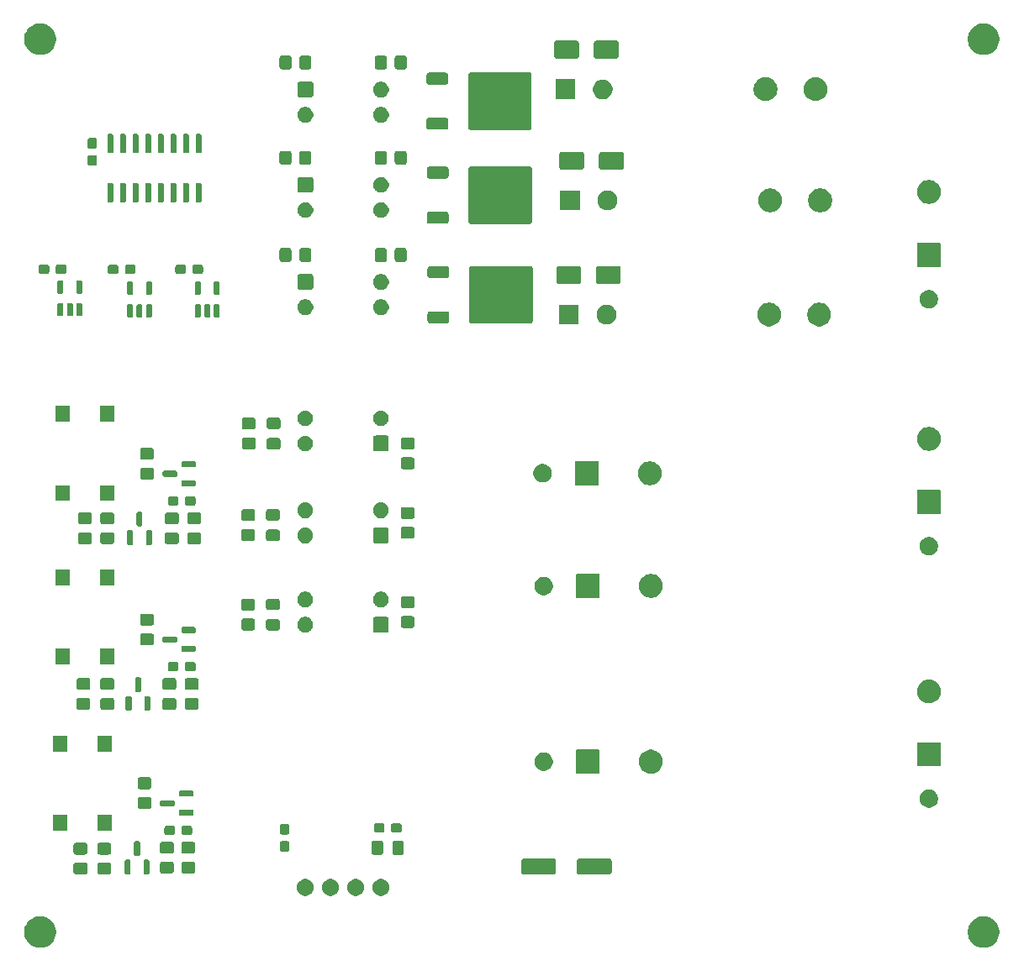
<source format=gts>
G04 #@! TF.GenerationSoftware,KiCad,Pcbnew,9.0.0*
G04 #@! TF.CreationDate,2025-04-14T20:08:49-05:00*
G04 #@! TF.ProjectId,Fault Latch 2,4661756c-7420-44c6-9174-636820322e6b,rev?*
G04 #@! TF.SameCoordinates,Original*
G04 #@! TF.FileFunction,Soldermask,Top*
G04 #@! TF.FilePolarity,Negative*
%FSLAX46Y46*%
G04 Gerber Fmt 4.6, Leading zero omitted, Abs format (unit mm)*
G04 Created by KiCad (PCBNEW 9.0.0) date 2025-04-14 20:08:49*
%MOMM*%
%LPD*%
G01*
G04 APERTURE LIST*
G04 APERTURE END LIST*
G36*
X80373513Y-143444208D02*
G01*
X80612293Y-143521793D01*
X80835998Y-143635776D01*
X81039117Y-143783350D01*
X81216650Y-143960883D01*
X81364224Y-144164002D01*
X81478207Y-144387707D01*
X81555792Y-144626487D01*
X81595068Y-144874465D01*
X81595068Y-145125535D01*
X81555792Y-145373513D01*
X81478207Y-145612293D01*
X81364224Y-145835998D01*
X81216650Y-146039117D01*
X81039117Y-146216650D01*
X80835998Y-146364224D01*
X80612293Y-146478207D01*
X80373513Y-146555792D01*
X80125535Y-146595068D01*
X79874465Y-146595068D01*
X79626487Y-146555792D01*
X79387707Y-146478207D01*
X79164002Y-146364224D01*
X78960883Y-146216650D01*
X78783350Y-146039117D01*
X78635776Y-145835998D01*
X78521793Y-145612293D01*
X78444208Y-145373513D01*
X78404932Y-145125535D01*
X78404932Y-144874465D01*
X78444208Y-144626487D01*
X78521793Y-144387707D01*
X78635776Y-144164002D01*
X78783350Y-143960883D01*
X78960883Y-143783350D01*
X79164002Y-143635776D01*
X79387707Y-143521793D01*
X79626487Y-143444208D01*
X79874465Y-143404932D01*
X80125535Y-143404932D01*
X80373513Y-143444208D01*
G37*
G36*
X175373513Y-143444208D02*
G01*
X175612293Y-143521793D01*
X175835998Y-143635776D01*
X176039117Y-143783350D01*
X176216650Y-143960883D01*
X176364224Y-144164002D01*
X176478207Y-144387707D01*
X176555792Y-144626487D01*
X176595068Y-144874465D01*
X176595068Y-145125535D01*
X176555792Y-145373513D01*
X176478207Y-145612293D01*
X176364224Y-145835998D01*
X176216650Y-146039117D01*
X176039117Y-146216650D01*
X175835998Y-146364224D01*
X175612293Y-146478207D01*
X175373513Y-146555792D01*
X175125535Y-146595068D01*
X174874465Y-146595068D01*
X174626487Y-146555792D01*
X174387707Y-146478207D01*
X174164002Y-146364224D01*
X173960883Y-146216650D01*
X173783350Y-146039117D01*
X173635776Y-145835998D01*
X173521793Y-145612293D01*
X173444208Y-145373513D01*
X173404932Y-145125535D01*
X173404932Y-144874465D01*
X173444208Y-144626487D01*
X173521793Y-144387707D01*
X173635776Y-144164002D01*
X173783350Y-143960883D01*
X173960883Y-143783350D01*
X174164002Y-143635776D01*
X174387707Y-143521793D01*
X174626487Y-143444208D01*
X174874465Y-143404932D01*
X175125535Y-143404932D01*
X175373513Y-143444208D01*
G37*
G36*
X106940371Y-139674639D02*
G01*
X107096580Y-139739343D01*
X107237164Y-139833278D01*
X107356722Y-139952836D01*
X107450657Y-140093420D01*
X107515361Y-140249629D01*
X107548347Y-140415460D01*
X107548347Y-140584540D01*
X107515361Y-140750371D01*
X107450657Y-140906580D01*
X107356722Y-141047164D01*
X107237164Y-141166722D01*
X107096580Y-141260657D01*
X106940371Y-141325361D01*
X106774540Y-141358347D01*
X106605460Y-141358347D01*
X106439629Y-141325361D01*
X106283420Y-141260657D01*
X106142836Y-141166722D01*
X106023278Y-141047164D01*
X105929343Y-140906580D01*
X105864639Y-140750371D01*
X105831653Y-140584540D01*
X105831653Y-140415460D01*
X105864639Y-140249629D01*
X105929343Y-140093420D01*
X106023278Y-139952836D01*
X106142836Y-139833278D01*
X106283420Y-139739343D01*
X106439629Y-139674639D01*
X106605460Y-139641653D01*
X106774540Y-139641653D01*
X106940371Y-139674639D01*
G37*
G36*
X109480371Y-139674639D02*
G01*
X109636580Y-139739343D01*
X109777164Y-139833278D01*
X109896722Y-139952836D01*
X109990657Y-140093420D01*
X110055361Y-140249629D01*
X110088347Y-140415460D01*
X110088347Y-140584540D01*
X110055361Y-140750371D01*
X109990657Y-140906580D01*
X109896722Y-141047164D01*
X109777164Y-141166722D01*
X109636580Y-141260657D01*
X109480371Y-141325361D01*
X109314540Y-141358347D01*
X109145460Y-141358347D01*
X108979629Y-141325361D01*
X108823420Y-141260657D01*
X108682836Y-141166722D01*
X108563278Y-141047164D01*
X108469343Y-140906580D01*
X108404639Y-140750371D01*
X108371653Y-140584540D01*
X108371653Y-140415460D01*
X108404639Y-140249629D01*
X108469343Y-140093420D01*
X108563278Y-139952836D01*
X108682836Y-139833278D01*
X108823420Y-139739343D01*
X108979629Y-139674639D01*
X109145460Y-139641653D01*
X109314540Y-139641653D01*
X109480371Y-139674639D01*
G37*
G36*
X112020371Y-139674639D02*
G01*
X112176580Y-139739343D01*
X112317164Y-139833278D01*
X112436722Y-139952836D01*
X112530657Y-140093420D01*
X112595361Y-140249629D01*
X112628347Y-140415460D01*
X112628347Y-140584540D01*
X112595361Y-140750371D01*
X112530657Y-140906580D01*
X112436722Y-141047164D01*
X112317164Y-141166722D01*
X112176580Y-141260657D01*
X112020371Y-141325361D01*
X111854540Y-141358347D01*
X111685460Y-141358347D01*
X111519629Y-141325361D01*
X111363420Y-141260657D01*
X111222836Y-141166722D01*
X111103278Y-141047164D01*
X111009343Y-140906580D01*
X110944639Y-140750371D01*
X110911653Y-140584540D01*
X110911653Y-140415460D01*
X110944639Y-140249629D01*
X111009343Y-140093420D01*
X111103278Y-139952836D01*
X111222836Y-139833278D01*
X111363420Y-139739343D01*
X111519629Y-139674639D01*
X111685460Y-139641653D01*
X111854540Y-139641653D01*
X112020371Y-139674639D01*
G37*
G36*
X114560371Y-139674639D02*
G01*
X114716580Y-139739343D01*
X114857164Y-139833278D01*
X114976722Y-139952836D01*
X115070657Y-140093420D01*
X115135361Y-140249629D01*
X115168347Y-140415460D01*
X115168347Y-140584540D01*
X115135361Y-140750371D01*
X115070657Y-140906580D01*
X114976722Y-141047164D01*
X114857164Y-141166722D01*
X114716580Y-141260657D01*
X114560371Y-141325361D01*
X114394540Y-141358347D01*
X114225460Y-141358347D01*
X114059629Y-141325361D01*
X113903420Y-141260657D01*
X113762836Y-141166722D01*
X113643278Y-141047164D01*
X113549343Y-140906580D01*
X113484639Y-140750371D01*
X113451653Y-140584540D01*
X113451653Y-140415460D01*
X113484639Y-140249629D01*
X113549343Y-140093420D01*
X113643278Y-139952836D01*
X113762836Y-139833278D01*
X113903420Y-139739343D01*
X114059629Y-139674639D01*
X114225460Y-139641653D01*
X114394540Y-139641653D01*
X114560371Y-139674639D01*
G37*
G36*
X84504850Y-138000964D02*
G01*
X84555040Y-138006787D01*
X84572189Y-138014359D01*
X84595671Y-138019030D01*
X84620810Y-138035827D01*
X84640696Y-138044608D01*
X84654277Y-138058189D01*
X84676777Y-138073223D01*
X84691810Y-138095722D01*
X84705391Y-138109303D01*
X84714170Y-138129186D01*
X84730970Y-138154329D01*
X84735641Y-138177812D01*
X84743212Y-138194959D01*
X84749033Y-138245139D01*
X84750000Y-138250000D01*
X84750000Y-138950000D01*
X84749032Y-138954863D01*
X84743212Y-139005040D01*
X84735641Y-139022185D01*
X84730970Y-139045671D01*
X84714169Y-139070815D01*
X84705391Y-139090696D01*
X84691812Y-139104274D01*
X84676777Y-139126777D01*
X84654274Y-139141812D01*
X84640696Y-139155391D01*
X84620815Y-139164169D01*
X84595671Y-139180970D01*
X84572185Y-139185641D01*
X84555040Y-139193212D01*
X84504861Y-139199032D01*
X84500000Y-139200000D01*
X83600000Y-139200000D01*
X83595138Y-139199032D01*
X83544959Y-139193212D01*
X83527812Y-139185641D01*
X83504329Y-139180970D01*
X83479186Y-139164170D01*
X83459303Y-139155391D01*
X83445722Y-139141810D01*
X83423223Y-139126777D01*
X83408189Y-139104277D01*
X83394608Y-139090696D01*
X83385827Y-139070810D01*
X83369030Y-139045671D01*
X83364359Y-139022189D01*
X83356787Y-139005040D01*
X83350964Y-138954849D01*
X83350000Y-138950000D01*
X83350000Y-138250000D01*
X83350964Y-138245150D01*
X83356787Y-138194959D01*
X83364359Y-138177808D01*
X83369030Y-138154329D01*
X83385826Y-138129191D01*
X83394608Y-138109303D01*
X83408191Y-138095719D01*
X83423223Y-138073223D01*
X83445719Y-138058191D01*
X83459303Y-138044608D01*
X83479191Y-138035826D01*
X83504329Y-138019030D01*
X83527808Y-138014359D01*
X83544959Y-138006787D01*
X83595151Y-138000964D01*
X83600000Y-138000000D01*
X84500000Y-138000000D01*
X84504850Y-138000964D01*
G37*
G36*
X86904850Y-138000964D02*
G01*
X86955040Y-138006787D01*
X86972189Y-138014359D01*
X86995671Y-138019030D01*
X87020810Y-138035827D01*
X87040696Y-138044608D01*
X87054277Y-138058189D01*
X87076777Y-138073223D01*
X87091810Y-138095722D01*
X87105391Y-138109303D01*
X87114170Y-138129186D01*
X87130970Y-138154329D01*
X87135641Y-138177812D01*
X87143212Y-138194959D01*
X87149033Y-138245139D01*
X87150000Y-138250000D01*
X87150000Y-138950000D01*
X87149032Y-138954863D01*
X87143212Y-139005040D01*
X87135641Y-139022185D01*
X87130970Y-139045671D01*
X87114169Y-139070815D01*
X87105391Y-139090696D01*
X87091812Y-139104274D01*
X87076777Y-139126777D01*
X87054274Y-139141812D01*
X87040696Y-139155391D01*
X87020815Y-139164169D01*
X86995671Y-139180970D01*
X86972185Y-139185641D01*
X86955040Y-139193212D01*
X86904861Y-139199032D01*
X86900000Y-139200000D01*
X86000000Y-139200000D01*
X85995138Y-139199032D01*
X85944959Y-139193212D01*
X85927812Y-139185641D01*
X85904329Y-139180970D01*
X85879186Y-139164170D01*
X85859303Y-139155391D01*
X85845722Y-139141810D01*
X85823223Y-139126777D01*
X85808189Y-139104277D01*
X85794608Y-139090696D01*
X85785827Y-139070810D01*
X85769030Y-139045671D01*
X85764359Y-139022189D01*
X85756787Y-139005040D01*
X85750964Y-138954849D01*
X85750000Y-138950000D01*
X85750000Y-138250000D01*
X85750964Y-138245150D01*
X85756787Y-138194959D01*
X85764359Y-138177808D01*
X85769030Y-138154329D01*
X85785826Y-138129191D01*
X85794608Y-138109303D01*
X85808191Y-138095719D01*
X85823223Y-138073223D01*
X85845719Y-138058191D01*
X85859303Y-138044608D01*
X85879191Y-138035826D01*
X85904329Y-138019030D01*
X85927808Y-138014359D01*
X85944959Y-138006787D01*
X85995151Y-138000964D01*
X86000000Y-138000000D01*
X86900000Y-138000000D01*
X86904850Y-138000964D01*
G37*
G36*
X131704850Y-137600964D02*
G01*
X131755040Y-137606787D01*
X131772189Y-137614359D01*
X131795671Y-137619030D01*
X131820810Y-137635827D01*
X131840696Y-137644608D01*
X131854277Y-137658189D01*
X131876777Y-137673223D01*
X131891810Y-137695722D01*
X131905391Y-137709303D01*
X131914170Y-137729186D01*
X131930970Y-137754329D01*
X131935641Y-137777812D01*
X131943212Y-137794959D01*
X131949033Y-137845139D01*
X131950000Y-137850000D01*
X131950000Y-138950000D01*
X131949032Y-138954863D01*
X131943212Y-139005040D01*
X131935641Y-139022185D01*
X131930970Y-139045671D01*
X131914169Y-139070815D01*
X131905391Y-139090696D01*
X131891812Y-139104274D01*
X131876777Y-139126777D01*
X131854274Y-139141812D01*
X131840696Y-139155391D01*
X131820815Y-139164169D01*
X131795671Y-139180970D01*
X131772185Y-139185641D01*
X131755040Y-139193212D01*
X131704861Y-139199032D01*
X131700000Y-139200000D01*
X128700000Y-139200000D01*
X128695138Y-139199032D01*
X128644959Y-139193212D01*
X128627812Y-139185641D01*
X128604329Y-139180970D01*
X128579186Y-139164170D01*
X128559303Y-139155391D01*
X128545722Y-139141810D01*
X128523223Y-139126777D01*
X128508189Y-139104277D01*
X128494608Y-139090696D01*
X128485827Y-139070810D01*
X128469030Y-139045671D01*
X128464359Y-139022189D01*
X128456787Y-139005040D01*
X128450964Y-138954849D01*
X128450000Y-138950000D01*
X128450000Y-137850000D01*
X128450964Y-137845150D01*
X128456787Y-137794959D01*
X128464359Y-137777808D01*
X128469030Y-137754329D01*
X128485826Y-137729191D01*
X128494608Y-137709303D01*
X128508191Y-137695719D01*
X128523223Y-137673223D01*
X128545719Y-137658191D01*
X128559303Y-137644608D01*
X128579191Y-137635826D01*
X128604329Y-137619030D01*
X128627808Y-137614359D01*
X128644959Y-137606787D01*
X128695151Y-137600964D01*
X128700000Y-137600000D01*
X131700000Y-137600000D01*
X131704850Y-137600964D01*
G37*
G36*
X137304850Y-137600964D02*
G01*
X137355040Y-137606787D01*
X137372189Y-137614359D01*
X137395671Y-137619030D01*
X137420810Y-137635827D01*
X137440696Y-137644608D01*
X137454277Y-137658189D01*
X137476777Y-137673223D01*
X137491810Y-137695722D01*
X137505391Y-137709303D01*
X137514170Y-137729186D01*
X137530970Y-137754329D01*
X137535641Y-137777812D01*
X137543212Y-137794959D01*
X137549033Y-137845139D01*
X137550000Y-137850000D01*
X137550000Y-138950000D01*
X137549032Y-138954863D01*
X137543212Y-139005040D01*
X137535641Y-139022185D01*
X137530970Y-139045671D01*
X137514169Y-139070815D01*
X137505391Y-139090696D01*
X137491812Y-139104274D01*
X137476777Y-139126777D01*
X137454274Y-139141812D01*
X137440696Y-139155391D01*
X137420815Y-139164169D01*
X137395671Y-139180970D01*
X137372185Y-139185641D01*
X137355040Y-139193212D01*
X137304861Y-139199032D01*
X137300000Y-139200000D01*
X134300000Y-139200000D01*
X134295138Y-139199032D01*
X134244959Y-139193212D01*
X134227812Y-139185641D01*
X134204329Y-139180970D01*
X134179186Y-139164170D01*
X134159303Y-139155391D01*
X134145722Y-139141810D01*
X134123223Y-139126777D01*
X134108189Y-139104277D01*
X134094608Y-139090696D01*
X134085827Y-139070810D01*
X134069030Y-139045671D01*
X134064359Y-139022189D01*
X134056787Y-139005040D01*
X134050964Y-138954849D01*
X134050000Y-138950000D01*
X134050000Y-137850000D01*
X134050964Y-137845150D01*
X134056787Y-137794959D01*
X134064359Y-137777808D01*
X134069030Y-137754329D01*
X134085826Y-137729191D01*
X134094608Y-137709303D01*
X134108191Y-137695719D01*
X134123223Y-137673223D01*
X134145719Y-137658191D01*
X134159303Y-137644608D01*
X134179191Y-137635826D01*
X134204329Y-137619030D01*
X134227808Y-137614359D01*
X134244959Y-137606787D01*
X134295151Y-137600964D01*
X134300000Y-137600000D01*
X137300000Y-137600000D01*
X137304850Y-137600964D01*
G37*
G36*
X89007403Y-137711418D02*
G01*
X89056066Y-137743934D01*
X89088582Y-137792597D01*
X89100000Y-137850000D01*
X89100000Y-139025000D01*
X89088582Y-139082403D01*
X89056066Y-139131066D01*
X89007403Y-139163582D01*
X88950000Y-139175000D01*
X88650000Y-139175000D01*
X88592597Y-139163582D01*
X88543934Y-139131066D01*
X88511418Y-139082403D01*
X88500000Y-139025000D01*
X88500000Y-137850000D01*
X88511418Y-137792597D01*
X88543934Y-137743934D01*
X88592597Y-137711418D01*
X88650000Y-137700000D01*
X88950000Y-137700000D01*
X89007403Y-137711418D01*
G37*
G36*
X90907403Y-137711418D02*
G01*
X90956066Y-137743934D01*
X90988582Y-137792597D01*
X91000000Y-137850000D01*
X91000000Y-139025000D01*
X90988582Y-139082403D01*
X90956066Y-139131066D01*
X90907403Y-139163582D01*
X90850000Y-139175000D01*
X90550000Y-139175000D01*
X90492597Y-139163582D01*
X90443934Y-139131066D01*
X90411418Y-139082403D01*
X90400000Y-139025000D01*
X90400000Y-137850000D01*
X90411418Y-137792597D01*
X90443934Y-137743934D01*
X90492597Y-137711418D01*
X90550000Y-137700000D01*
X90850000Y-137700000D01*
X90907403Y-137711418D01*
G37*
G36*
X93204850Y-137900964D02*
G01*
X93255040Y-137906787D01*
X93272189Y-137914359D01*
X93295671Y-137919030D01*
X93320810Y-137935827D01*
X93340696Y-137944608D01*
X93354277Y-137958189D01*
X93376777Y-137973223D01*
X93391810Y-137995722D01*
X93405391Y-138009303D01*
X93414170Y-138029186D01*
X93430970Y-138054329D01*
X93435641Y-138077812D01*
X93443212Y-138094959D01*
X93449033Y-138145139D01*
X93450000Y-138150000D01*
X93450000Y-138850000D01*
X93449032Y-138854863D01*
X93443212Y-138905040D01*
X93435641Y-138922185D01*
X93430970Y-138945671D01*
X93414169Y-138970815D01*
X93405391Y-138990696D01*
X93391812Y-139004274D01*
X93376777Y-139026777D01*
X93354274Y-139041812D01*
X93340696Y-139055391D01*
X93320815Y-139064169D01*
X93295671Y-139080970D01*
X93272185Y-139085641D01*
X93255040Y-139093212D01*
X93204861Y-139099032D01*
X93200000Y-139100000D01*
X92300000Y-139100000D01*
X92295138Y-139099032D01*
X92244959Y-139093212D01*
X92227812Y-139085641D01*
X92204329Y-139080970D01*
X92179186Y-139064170D01*
X92159303Y-139055391D01*
X92145722Y-139041810D01*
X92123223Y-139026777D01*
X92108189Y-139004277D01*
X92094608Y-138990696D01*
X92085827Y-138970810D01*
X92069030Y-138945671D01*
X92064359Y-138922189D01*
X92056787Y-138905040D01*
X92050964Y-138854849D01*
X92050000Y-138850000D01*
X92050000Y-138150000D01*
X92050964Y-138145150D01*
X92056787Y-138094959D01*
X92064359Y-138077808D01*
X92069030Y-138054329D01*
X92085826Y-138029191D01*
X92094608Y-138009303D01*
X92108191Y-137995719D01*
X92123223Y-137973223D01*
X92145719Y-137958191D01*
X92159303Y-137944608D01*
X92179191Y-137935826D01*
X92204329Y-137919030D01*
X92227808Y-137914359D01*
X92244959Y-137906787D01*
X92295151Y-137900964D01*
X92300000Y-137900000D01*
X93200000Y-137900000D01*
X93204850Y-137900964D01*
G37*
G36*
X95354850Y-137900964D02*
G01*
X95405040Y-137906787D01*
X95422189Y-137914359D01*
X95445671Y-137919030D01*
X95470810Y-137935827D01*
X95490696Y-137944608D01*
X95504277Y-137958189D01*
X95526777Y-137973223D01*
X95541810Y-137995722D01*
X95555391Y-138009303D01*
X95564170Y-138029186D01*
X95580970Y-138054329D01*
X95585641Y-138077812D01*
X95593212Y-138094959D01*
X95599033Y-138145139D01*
X95600000Y-138150000D01*
X95600000Y-138850000D01*
X95599032Y-138854863D01*
X95593212Y-138905040D01*
X95585641Y-138922185D01*
X95580970Y-138945671D01*
X95564169Y-138970815D01*
X95555391Y-138990696D01*
X95541812Y-139004274D01*
X95526777Y-139026777D01*
X95504274Y-139041812D01*
X95490696Y-139055391D01*
X95470815Y-139064169D01*
X95445671Y-139080970D01*
X95422185Y-139085641D01*
X95405040Y-139093212D01*
X95354861Y-139099032D01*
X95350000Y-139100000D01*
X94450000Y-139100000D01*
X94445138Y-139099032D01*
X94394959Y-139093212D01*
X94377812Y-139085641D01*
X94354329Y-139080970D01*
X94329186Y-139064170D01*
X94309303Y-139055391D01*
X94295722Y-139041810D01*
X94273223Y-139026777D01*
X94258189Y-139004277D01*
X94244608Y-138990696D01*
X94235827Y-138970810D01*
X94219030Y-138945671D01*
X94214359Y-138922189D01*
X94206787Y-138905040D01*
X94200964Y-138854849D01*
X94200000Y-138850000D01*
X94200000Y-138150000D01*
X94200964Y-138145150D01*
X94206787Y-138094959D01*
X94214359Y-138077808D01*
X94219030Y-138054329D01*
X94235826Y-138029191D01*
X94244608Y-138009303D01*
X94258191Y-137995719D01*
X94273223Y-137973223D01*
X94295719Y-137958191D01*
X94309303Y-137944608D01*
X94329191Y-137935826D01*
X94354329Y-137919030D01*
X94377808Y-137914359D01*
X94394959Y-137906787D01*
X94445151Y-137900964D01*
X94450000Y-137900000D01*
X95350000Y-137900000D01*
X95354850Y-137900964D01*
G37*
G36*
X89957403Y-135836418D02*
G01*
X90006066Y-135868934D01*
X90038582Y-135917597D01*
X90050000Y-135975000D01*
X90050000Y-137150000D01*
X90038582Y-137207403D01*
X90006066Y-137256066D01*
X89957403Y-137288582D01*
X89900000Y-137300000D01*
X89600000Y-137300000D01*
X89542597Y-137288582D01*
X89493934Y-137256066D01*
X89461418Y-137207403D01*
X89450000Y-137150000D01*
X89450000Y-135975000D01*
X89461418Y-135917597D01*
X89493934Y-135868934D01*
X89542597Y-135836418D01*
X89600000Y-135825000D01*
X89900000Y-135825000D01*
X89957403Y-135836418D01*
G37*
G36*
X114304850Y-135775964D02*
G01*
X114355040Y-135781787D01*
X114372189Y-135789359D01*
X114395671Y-135794030D01*
X114420810Y-135810827D01*
X114440696Y-135819608D01*
X114454277Y-135833189D01*
X114476777Y-135848223D01*
X114491810Y-135870722D01*
X114505391Y-135884303D01*
X114514170Y-135904186D01*
X114530970Y-135929329D01*
X114535641Y-135952812D01*
X114543212Y-135969959D01*
X114549033Y-136020139D01*
X114550000Y-136025000D01*
X114550000Y-136975000D01*
X114549032Y-136979863D01*
X114543212Y-137030040D01*
X114535641Y-137047185D01*
X114530970Y-137070671D01*
X114514169Y-137095815D01*
X114505391Y-137115696D01*
X114491812Y-137129274D01*
X114476777Y-137151777D01*
X114454274Y-137166812D01*
X114440696Y-137180391D01*
X114420815Y-137189169D01*
X114395671Y-137205970D01*
X114372185Y-137210641D01*
X114355040Y-137218212D01*
X114304861Y-137224032D01*
X114300000Y-137225000D01*
X113625000Y-137225000D01*
X113620138Y-137224032D01*
X113569959Y-137218212D01*
X113552812Y-137210641D01*
X113529329Y-137205970D01*
X113504186Y-137189170D01*
X113484303Y-137180391D01*
X113470722Y-137166810D01*
X113448223Y-137151777D01*
X113433189Y-137129277D01*
X113419608Y-137115696D01*
X113410827Y-137095810D01*
X113394030Y-137070671D01*
X113389359Y-137047189D01*
X113381787Y-137030040D01*
X113375964Y-136979849D01*
X113375000Y-136975000D01*
X113375000Y-136025000D01*
X113375964Y-136020150D01*
X113381787Y-135969959D01*
X113389359Y-135952808D01*
X113394030Y-135929329D01*
X113410826Y-135904191D01*
X113419608Y-135884303D01*
X113433191Y-135870719D01*
X113448223Y-135848223D01*
X113470719Y-135833191D01*
X113484303Y-135819608D01*
X113504191Y-135810826D01*
X113529329Y-135794030D01*
X113552808Y-135789359D01*
X113569959Y-135781787D01*
X113620151Y-135775964D01*
X113625000Y-135775000D01*
X114300000Y-135775000D01*
X114304850Y-135775964D01*
G37*
G36*
X116379850Y-135775964D02*
G01*
X116430040Y-135781787D01*
X116447189Y-135789359D01*
X116470671Y-135794030D01*
X116495810Y-135810827D01*
X116515696Y-135819608D01*
X116529277Y-135833189D01*
X116551777Y-135848223D01*
X116566810Y-135870722D01*
X116580391Y-135884303D01*
X116589170Y-135904186D01*
X116605970Y-135929329D01*
X116610641Y-135952812D01*
X116618212Y-135969959D01*
X116624033Y-136020139D01*
X116625000Y-136025000D01*
X116625000Y-136975000D01*
X116624032Y-136979863D01*
X116618212Y-137030040D01*
X116610641Y-137047185D01*
X116605970Y-137070671D01*
X116589169Y-137095815D01*
X116580391Y-137115696D01*
X116566812Y-137129274D01*
X116551777Y-137151777D01*
X116529274Y-137166812D01*
X116515696Y-137180391D01*
X116495815Y-137189169D01*
X116470671Y-137205970D01*
X116447185Y-137210641D01*
X116430040Y-137218212D01*
X116379861Y-137224032D01*
X116375000Y-137225000D01*
X115700000Y-137225000D01*
X115695138Y-137224032D01*
X115644959Y-137218212D01*
X115627812Y-137210641D01*
X115604329Y-137205970D01*
X115579186Y-137189170D01*
X115559303Y-137180391D01*
X115545722Y-137166810D01*
X115523223Y-137151777D01*
X115508189Y-137129277D01*
X115494608Y-137115696D01*
X115485827Y-137095810D01*
X115469030Y-137070671D01*
X115464359Y-137047189D01*
X115456787Y-137030040D01*
X115450964Y-136979849D01*
X115450000Y-136975000D01*
X115450000Y-136025000D01*
X115450964Y-136020150D01*
X115456787Y-135969959D01*
X115464359Y-135952808D01*
X115469030Y-135929329D01*
X115485826Y-135904191D01*
X115494608Y-135884303D01*
X115508191Y-135870719D01*
X115523223Y-135848223D01*
X115545719Y-135833191D01*
X115559303Y-135819608D01*
X115579191Y-135810826D01*
X115604329Y-135794030D01*
X115627808Y-135789359D01*
X115644959Y-135781787D01*
X115695151Y-135775964D01*
X115700000Y-135775000D01*
X116375000Y-135775000D01*
X116379850Y-135775964D01*
G37*
G36*
X84504850Y-136000964D02*
G01*
X84555040Y-136006787D01*
X84572189Y-136014359D01*
X84595671Y-136019030D01*
X84620810Y-136035827D01*
X84640696Y-136044608D01*
X84654277Y-136058189D01*
X84676777Y-136073223D01*
X84691810Y-136095722D01*
X84705391Y-136109303D01*
X84714170Y-136129186D01*
X84730970Y-136154329D01*
X84735641Y-136177812D01*
X84743212Y-136194959D01*
X84749033Y-136245139D01*
X84750000Y-136250000D01*
X84750000Y-136950000D01*
X84749032Y-136954863D01*
X84743212Y-137005040D01*
X84735641Y-137022185D01*
X84730970Y-137045671D01*
X84714169Y-137070815D01*
X84705391Y-137090696D01*
X84691812Y-137104274D01*
X84676777Y-137126777D01*
X84654274Y-137141812D01*
X84640696Y-137155391D01*
X84620815Y-137164169D01*
X84595671Y-137180970D01*
X84572185Y-137185641D01*
X84555040Y-137193212D01*
X84504861Y-137199032D01*
X84500000Y-137200000D01*
X83600000Y-137200000D01*
X83595138Y-137199032D01*
X83544959Y-137193212D01*
X83527812Y-137185641D01*
X83504329Y-137180970D01*
X83479186Y-137164170D01*
X83459303Y-137155391D01*
X83445722Y-137141810D01*
X83423223Y-137126777D01*
X83408189Y-137104277D01*
X83394608Y-137090696D01*
X83385827Y-137070810D01*
X83369030Y-137045671D01*
X83364359Y-137022189D01*
X83356787Y-137005040D01*
X83350964Y-136954849D01*
X83350000Y-136950000D01*
X83350000Y-136250000D01*
X83350964Y-136245150D01*
X83356787Y-136194959D01*
X83364359Y-136177808D01*
X83369030Y-136154329D01*
X83385826Y-136129191D01*
X83394608Y-136109303D01*
X83408191Y-136095719D01*
X83423223Y-136073223D01*
X83445719Y-136058191D01*
X83459303Y-136044608D01*
X83479191Y-136035826D01*
X83504329Y-136019030D01*
X83527808Y-136014359D01*
X83544959Y-136006787D01*
X83595151Y-136000964D01*
X83600000Y-136000000D01*
X84500000Y-136000000D01*
X84504850Y-136000964D01*
G37*
G36*
X86904850Y-136000964D02*
G01*
X86955040Y-136006787D01*
X86972189Y-136014359D01*
X86995671Y-136019030D01*
X87020810Y-136035827D01*
X87040696Y-136044608D01*
X87054277Y-136058189D01*
X87076777Y-136073223D01*
X87091810Y-136095722D01*
X87105391Y-136109303D01*
X87114170Y-136129186D01*
X87130970Y-136154329D01*
X87135641Y-136177812D01*
X87143212Y-136194959D01*
X87149033Y-136245139D01*
X87150000Y-136250000D01*
X87150000Y-136950000D01*
X87149032Y-136954863D01*
X87143212Y-137005040D01*
X87135641Y-137022185D01*
X87130970Y-137045671D01*
X87114169Y-137070815D01*
X87105391Y-137090696D01*
X87091812Y-137104274D01*
X87076777Y-137126777D01*
X87054274Y-137141812D01*
X87040696Y-137155391D01*
X87020815Y-137164169D01*
X86995671Y-137180970D01*
X86972185Y-137185641D01*
X86955040Y-137193212D01*
X86904861Y-137199032D01*
X86900000Y-137200000D01*
X86000000Y-137200000D01*
X85995138Y-137199032D01*
X85944959Y-137193212D01*
X85927812Y-137185641D01*
X85904329Y-137180970D01*
X85879186Y-137164170D01*
X85859303Y-137155391D01*
X85845722Y-137141810D01*
X85823223Y-137126777D01*
X85808189Y-137104277D01*
X85794608Y-137090696D01*
X85785827Y-137070810D01*
X85769030Y-137045671D01*
X85764359Y-137022189D01*
X85756787Y-137005040D01*
X85750964Y-136954849D01*
X85750000Y-136950000D01*
X85750000Y-136250000D01*
X85750964Y-136245150D01*
X85756787Y-136194959D01*
X85764359Y-136177808D01*
X85769030Y-136154329D01*
X85785826Y-136129191D01*
X85794608Y-136109303D01*
X85808191Y-136095719D01*
X85823223Y-136073223D01*
X85845719Y-136058191D01*
X85859303Y-136044608D01*
X85879191Y-136035826D01*
X85904329Y-136019030D01*
X85927808Y-136014359D01*
X85944959Y-136006787D01*
X85995151Y-136000964D01*
X86000000Y-136000000D01*
X86900000Y-136000000D01*
X86904850Y-136000964D01*
G37*
G36*
X93204850Y-135900964D02*
G01*
X93255040Y-135906787D01*
X93272189Y-135914359D01*
X93295671Y-135919030D01*
X93320810Y-135935827D01*
X93340696Y-135944608D01*
X93354277Y-135958189D01*
X93376777Y-135973223D01*
X93391810Y-135995722D01*
X93405391Y-136009303D01*
X93414170Y-136029186D01*
X93430970Y-136054329D01*
X93435641Y-136077812D01*
X93443212Y-136094959D01*
X93449033Y-136145139D01*
X93450000Y-136150000D01*
X93450000Y-136850000D01*
X93449032Y-136854863D01*
X93443212Y-136905040D01*
X93435641Y-136922185D01*
X93430970Y-136945671D01*
X93414169Y-136970815D01*
X93405391Y-136990696D01*
X93391812Y-137004274D01*
X93376777Y-137026777D01*
X93354274Y-137041812D01*
X93340696Y-137055391D01*
X93320815Y-137064169D01*
X93295671Y-137080970D01*
X93272185Y-137085641D01*
X93255040Y-137093212D01*
X93204861Y-137099032D01*
X93200000Y-137100000D01*
X92300000Y-137100000D01*
X92295138Y-137099032D01*
X92244959Y-137093212D01*
X92227812Y-137085641D01*
X92204329Y-137080970D01*
X92179186Y-137064170D01*
X92159303Y-137055391D01*
X92145722Y-137041810D01*
X92123223Y-137026777D01*
X92108189Y-137004277D01*
X92094608Y-136990696D01*
X92085827Y-136970810D01*
X92069030Y-136945671D01*
X92064359Y-136922189D01*
X92056787Y-136905040D01*
X92050964Y-136854849D01*
X92050000Y-136850000D01*
X92050000Y-136150000D01*
X92050964Y-136145150D01*
X92056787Y-136094959D01*
X92064359Y-136077808D01*
X92069030Y-136054329D01*
X92085826Y-136029191D01*
X92094608Y-136009303D01*
X92108191Y-135995719D01*
X92123223Y-135973223D01*
X92145719Y-135958191D01*
X92159303Y-135944608D01*
X92179191Y-135935826D01*
X92204329Y-135919030D01*
X92227808Y-135914359D01*
X92244959Y-135906787D01*
X92295151Y-135900964D01*
X92300000Y-135900000D01*
X93200000Y-135900000D01*
X93204850Y-135900964D01*
G37*
G36*
X95354850Y-135900964D02*
G01*
X95405040Y-135906787D01*
X95422189Y-135914359D01*
X95445671Y-135919030D01*
X95470810Y-135935827D01*
X95490696Y-135944608D01*
X95504277Y-135958189D01*
X95526777Y-135973223D01*
X95541810Y-135995722D01*
X95555391Y-136009303D01*
X95564170Y-136029186D01*
X95580970Y-136054329D01*
X95585641Y-136077812D01*
X95593212Y-136094959D01*
X95599033Y-136145139D01*
X95600000Y-136150000D01*
X95600000Y-136850000D01*
X95599032Y-136854863D01*
X95593212Y-136905040D01*
X95585641Y-136922185D01*
X95580970Y-136945671D01*
X95564169Y-136970815D01*
X95555391Y-136990696D01*
X95541812Y-137004274D01*
X95526777Y-137026777D01*
X95504274Y-137041812D01*
X95490696Y-137055391D01*
X95470815Y-137064169D01*
X95445671Y-137080970D01*
X95422185Y-137085641D01*
X95405040Y-137093212D01*
X95354861Y-137099032D01*
X95350000Y-137100000D01*
X94450000Y-137100000D01*
X94445138Y-137099032D01*
X94394959Y-137093212D01*
X94377812Y-137085641D01*
X94354329Y-137080970D01*
X94329186Y-137064170D01*
X94309303Y-137055391D01*
X94295722Y-137041810D01*
X94273223Y-137026777D01*
X94258189Y-137004277D01*
X94244608Y-136990696D01*
X94235827Y-136970810D01*
X94219030Y-136945671D01*
X94214359Y-136922189D01*
X94206787Y-136905040D01*
X94200964Y-136854849D01*
X94200000Y-136850000D01*
X94200000Y-136150000D01*
X94200964Y-136145150D01*
X94206787Y-136094959D01*
X94214359Y-136077808D01*
X94219030Y-136054329D01*
X94235826Y-136029191D01*
X94244608Y-136009303D01*
X94258191Y-135995719D01*
X94273223Y-135973223D01*
X94295719Y-135958191D01*
X94309303Y-135944608D01*
X94329191Y-135935826D01*
X94354329Y-135919030D01*
X94377808Y-135914359D01*
X94394959Y-135906787D01*
X94445151Y-135900964D01*
X94450000Y-135900000D01*
X95350000Y-135900000D01*
X95354850Y-135900964D01*
G37*
G36*
X104842350Y-135825964D02*
G01*
X104889679Y-135831455D01*
X104905853Y-135838596D01*
X104928387Y-135843079D01*
X104952511Y-135859198D01*
X104971132Y-135867420D01*
X104983848Y-135880136D01*
X105005438Y-135894562D01*
X105019863Y-135916151D01*
X105032579Y-135928867D01*
X105040800Y-135947486D01*
X105056921Y-135971613D01*
X105061403Y-135994147D01*
X105068544Y-136010319D01*
X105074033Y-136057640D01*
X105075000Y-136062500D01*
X105075000Y-136662500D01*
X105074032Y-136667362D01*
X105068544Y-136714679D01*
X105061404Y-136730849D01*
X105056921Y-136753387D01*
X105040798Y-136777516D01*
X105032579Y-136796132D01*
X105019865Y-136808845D01*
X105005438Y-136830438D01*
X104983845Y-136844865D01*
X104971132Y-136857579D01*
X104952515Y-136865799D01*
X104928387Y-136881921D01*
X104905850Y-136886403D01*
X104889680Y-136893544D01*
X104842361Y-136899033D01*
X104837500Y-136900000D01*
X104362500Y-136900000D01*
X104357638Y-136899033D01*
X104310320Y-136893544D01*
X104294148Y-136886403D01*
X104271613Y-136881921D01*
X104247485Y-136865800D01*
X104228867Y-136857579D01*
X104216151Y-136844863D01*
X104194562Y-136830438D01*
X104180136Y-136808848D01*
X104167420Y-136796132D01*
X104159198Y-136777511D01*
X104143079Y-136753387D01*
X104138596Y-136730854D01*
X104131455Y-136714680D01*
X104125964Y-136667348D01*
X104125000Y-136662500D01*
X104125000Y-136062500D01*
X104125964Y-136057651D01*
X104131455Y-136010320D01*
X104138597Y-135994144D01*
X104143079Y-135971613D01*
X104159197Y-135947490D01*
X104167420Y-135928867D01*
X104180138Y-135916148D01*
X104194562Y-135894562D01*
X104216148Y-135880138D01*
X104228867Y-135867420D01*
X104247490Y-135859196D01*
X104271613Y-135843079D01*
X104294143Y-135838597D01*
X104310319Y-135831455D01*
X104357652Y-135825964D01*
X104362500Y-135825000D01*
X104837500Y-135825000D01*
X104842350Y-135825964D01*
G37*
G36*
X93342350Y-134275964D02*
G01*
X93389679Y-134281455D01*
X93405853Y-134288596D01*
X93428387Y-134293079D01*
X93452511Y-134309198D01*
X93471132Y-134317420D01*
X93483848Y-134330136D01*
X93505438Y-134344562D01*
X93519863Y-134366151D01*
X93532579Y-134378867D01*
X93540800Y-134397486D01*
X93556921Y-134421613D01*
X93561403Y-134444147D01*
X93568544Y-134460319D01*
X93574033Y-134507640D01*
X93575000Y-134512500D01*
X93575000Y-134987500D01*
X93574032Y-134992362D01*
X93568544Y-135039679D01*
X93561404Y-135055849D01*
X93556921Y-135078387D01*
X93540798Y-135102516D01*
X93532579Y-135121132D01*
X93519865Y-135133845D01*
X93505438Y-135155438D01*
X93483845Y-135169865D01*
X93471132Y-135182579D01*
X93452515Y-135190799D01*
X93428387Y-135206921D01*
X93405850Y-135211403D01*
X93389680Y-135218544D01*
X93342361Y-135224033D01*
X93337500Y-135225000D01*
X92737500Y-135225000D01*
X92732638Y-135224033D01*
X92685320Y-135218544D01*
X92669148Y-135211403D01*
X92646613Y-135206921D01*
X92622485Y-135190800D01*
X92603867Y-135182579D01*
X92591151Y-135169863D01*
X92569562Y-135155438D01*
X92555136Y-135133848D01*
X92542420Y-135121132D01*
X92534198Y-135102511D01*
X92518079Y-135078387D01*
X92513596Y-135055854D01*
X92506455Y-135039680D01*
X92500964Y-134992348D01*
X92500000Y-134987500D01*
X92500000Y-134512500D01*
X92500964Y-134507651D01*
X92506455Y-134460320D01*
X92513597Y-134444144D01*
X92518079Y-134421613D01*
X92534197Y-134397490D01*
X92542420Y-134378867D01*
X92555138Y-134366148D01*
X92569562Y-134344562D01*
X92591148Y-134330138D01*
X92603867Y-134317420D01*
X92622490Y-134309196D01*
X92646613Y-134293079D01*
X92669143Y-134288597D01*
X92685319Y-134281455D01*
X92732652Y-134275964D01*
X92737500Y-134275000D01*
X93337500Y-134275000D01*
X93342350Y-134275964D01*
G37*
G36*
X95067350Y-134275964D02*
G01*
X95114679Y-134281455D01*
X95130853Y-134288596D01*
X95153387Y-134293079D01*
X95177511Y-134309198D01*
X95196132Y-134317420D01*
X95208848Y-134330136D01*
X95230438Y-134344562D01*
X95244863Y-134366151D01*
X95257579Y-134378867D01*
X95265800Y-134397486D01*
X95281921Y-134421613D01*
X95286403Y-134444147D01*
X95293544Y-134460319D01*
X95299033Y-134507640D01*
X95300000Y-134512500D01*
X95300000Y-134987500D01*
X95299032Y-134992362D01*
X95293544Y-135039679D01*
X95286404Y-135055849D01*
X95281921Y-135078387D01*
X95265798Y-135102516D01*
X95257579Y-135121132D01*
X95244865Y-135133845D01*
X95230438Y-135155438D01*
X95208845Y-135169865D01*
X95196132Y-135182579D01*
X95177515Y-135190799D01*
X95153387Y-135206921D01*
X95130850Y-135211403D01*
X95114680Y-135218544D01*
X95067361Y-135224033D01*
X95062500Y-135225000D01*
X94462500Y-135225000D01*
X94457638Y-135224033D01*
X94410320Y-135218544D01*
X94394148Y-135211403D01*
X94371613Y-135206921D01*
X94347485Y-135190800D01*
X94328867Y-135182579D01*
X94316151Y-135169863D01*
X94294562Y-135155438D01*
X94280136Y-135133848D01*
X94267420Y-135121132D01*
X94259198Y-135102511D01*
X94243079Y-135078387D01*
X94238596Y-135055854D01*
X94231455Y-135039680D01*
X94225964Y-134992348D01*
X94225000Y-134987500D01*
X94225000Y-134512500D01*
X94225964Y-134507651D01*
X94231455Y-134460320D01*
X94238597Y-134444144D01*
X94243079Y-134421613D01*
X94259197Y-134397490D01*
X94267420Y-134378867D01*
X94280138Y-134366148D01*
X94294562Y-134344562D01*
X94316148Y-134330138D01*
X94328867Y-134317420D01*
X94347490Y-134309196D01*
X94371613Y-134293079D01*
X94394143Y-134288597D01*
X94410319Y-134281455D01*
X94457652Y-134275964D01*
X94462500Y-134275000D01*
X95062500Y-134275000D01*
X95067350Y-134275964D01*
G37*
G36*
X104842350Y-134100964D02*
G01*
X104889679Y-134106455D01*
X104905853Y-134113596D01*
X104928387Y-134118079D01*
X104952511Y-134134198D01*
X104971132Y-134142420D01*
X104983848Y-134155136D01*
X105005438Y-134169562D01*
X105019863Y-134191151D01*
X105032579Y-134203867D01*
X105040800Y-134222486D01*
X105056921Y-134246613D01*
X105061403Y-134269147D01*
X105068544Y-134285319D01*
X105074033Y-134332640D01*
X105075000Y-134337500D01*
X105075000Y-134937500D01*
X105074032Y-134942362D01*
X105068544Y-134989679D01*
X105061404Y-135005849D01*
X105056921Y-135028387D01*
X105040798Y-135052516D01*
X105032579Y-135071132D01*
X105019865Y-135083845D01*
X105005438Y-135105438D01*
X104983845Y-135119865D01*
X104971132Y-135132579D01*
X104952515Y-135140799D01*
X104928387Y-135156921D01*
X104905850Y-135161403D01*
X104889680Y-135168544D01*
X104842361Y-135174033D01*
X104837500Y-135175000D01*
X104362500Y-135175000D01*
X104357638Y-135174033D01*
X104310320Y-135168544D01*
X104294148Y-135161403D01*
X104271613Y-135156921D01*
X104247485Y-135140800D01*
X104228867Y-135132579D01*
X104216151Y-135119863D01*
X104194562Y-135105438D01*
X104180136Y-135083848D01*
X104167420Y-135071132D01*
X104159198Y-135052511D01*
X104143079Y-135028387D01*
X104138596Y-135005854D01*
X104131455Y-134989680D01*
X104125964Y-134942348D01*
X104125000Y-134937500D01*
X104125000Y-134337500D01*
X104125964Y-134332651D01*
X104131455Y-134285320D01*
X104138597Y-134269144D01*
X104143079Y-134246613D01*
X104159197Y-134222490D01*
X104167420Y-134203867D01*
X104180138Y-134191148D01*
X104194562Y-134169562D01*
X104216148Y-134155138D01*
X104228867Y-134142420D01*
X104247490Y-134134196D01*
X104271613Y-134118079D01*
X104294143Y-134113597D01*
X104310319Y-134106455D01*
X104357652Y-134100964D01*
X104362500Y-134100000D01*
X104837500Y-134100000D01*
X104842350Y-134100964D01*
G37*
G36*
X114442350Y-134025964D02*
G01*
X114489679Y-134031455D01*
X114505853Y-134038596D01*
X114528387Y-134043079D01*
X114552511Y-134059198D01*
X114571132Y-134067420D01*
X114583848Y-134080136D01*
X114605438Y-134094562D01*
X114619863Y-134116151D01*
X114632579Y-134128867D01*
X114640800Y-134147486D01*
X114656921Y-134171613D01*
X114661403Y-134194147D01*
X114668544Y-134210319D01*
X114674033Y-134257640D01*
X114675000Y-134262500D01*
X114675000Y-134737500D01*
X114674032Y-134742362D01*
X114668544Y-134789679D01*
X114661404Y-134805849D01*
X114656921Y-134828387D01*
X114640798Y-134852516D01*
X114632579Y-134871132D01*
X114619865Y-134883845D01*
X114605438Y-134905438D01*
X114583845Y-134919865D01*
X114571132Y-134932579D01*
X114552515Y-134940799D01*
X114528387Y-134956921D01*
X114505850Y-134961403D01*
X114489680Y-134968544D01*
X114442361Y-134974033D01*
X114437500Y-134975000D01*
X113837500Y-134975000D01*
X113832638Y-134974033D01*
X113785320Y-134968544D01*
X113769148Y-134961403D01*
X113746613Y-134956921D01*
X113722485Y-134940800D01*
X113703867Y-134932579D01*
X113691151Y-134919863D01*
X113669562Y-134905438D01*
X113655136Y-134883848D01*
X113642420Y-134871132D01*
X113634198Y-134852511D01*
X113618079Y-134828387D01*
X113613596Y-134805854D01*
X113606455Y-134789680D01*
X113600964Y-134742348D01*
X113600000Y-134737500D01*
X113600000Y-134262500D01*
X113600964Y-134257651D01*
X113606455Y-134210320D01*
X113613597Y-134194144D01*
X113618079Y-134171613D01*
X113634197Y-134147490D01*
X113642420Y-134128867D01*
X113655138Y-134116148D01*
X113669562Y-134094562D01*
X113691148Y-134080138D01*
X113703867Y-134067420D01*
X113722490Y-134059196D01*
X113746613Y-134043079D01*
X113769143Y-134038597D01*
X113785319Y-134031455D01*
X113832652Y-134025964D01*
X113837500Y-134025000D01*
X114437500Y-134025000D01*
X114442350Y-134025964D01*
G37*
G36*
X116167350Y-134025964D02*
G01*
X116214679Y-134031455D01*
X116230853Y-134038596D01*
X116253387Y-134043079D01*
X116277511Y-134059198D01*
X116296132Y-134067420D01*
X116308848Y-134080136D01*
X116330438Y-134094562D01*
X116344863Y-134116151D01*
X116357579Y-134128867D01*
X116365800Y-134147486D01*
X116381921Y-134171613D01*
X116386403Y-134194147D01*
X116393544Y-134210319D01*
X116399033Y-134257640D01*
X116400000Y-134262500D01*
X116400000Y-134737500D01*
X116399032Y-134742362D01*
X116393544Y-134789679D01*
X116386404Y-134805849D01*
X116381921Y-134828387D01*
X116365798Y-134852516D01*
X116357579Y-134871132D01*
X116344865Y-134883845D01*
X116330438Y-134905438D01*
X116308845Y-134919865D01*
X116296132Y-134932579D01*
X116277515Y-134940799D01*
X116253387Y-134956921D01*
X116230850Y-134961403D01*
X116214680Y-134968544D01*
X116167361Y-134974033D01*
X116162500Y-134975000D01*
X115562500Y-134975000D01*
X115557638Y-134974033D01*
X115510320Y-134968544D01*
X115494148Y-134961403D01*
X115471613Y-134956921D01*
X115447485Y-134940800D01*
X115428867Y-134932579D01*
X115416151Y-134919863D01*
X115394562Y-134905438D01*
X115380136Y-134883848D01*
X115367420Y-134871132D01*
X115359198Y-134852511D01*
X115343079Y-134828387D01*
X115338596Y-134805854D01*
X115331455Y-134789680D01*
X115325964Y-134742348D01*
X115325000Y-134737500D01*
X115325000Y-134262500D01*
X115325964Y-134257651D01*
X115331455Y-134210320D01*
X115338597Y-134194144D01*
X115343079Y-134171613D01*
X115359197Y-134147490D01*
X115367420Y-134128867D01*
X115380138Y-134116148D01*
X115394562Y-134094562D01*
X115416148Y-134080138D01*
X115428867Y-134067420D01*
X115447490Y-134059196D01*
X115471613Y-134043079D01*
X115494143Y-134038597D01*
X115510319Y-134031455D01*
X115557652Y-134025964D01*
X115562500Y-134025000D01*
X116162500Y-134025000D01*
X116167350Y-134025964D01*
G37*
G36*
X82700000Y-134800000D02*
G01*
X81300000Y-134800000D01*
X81300000Y-133200000D01*
X82700000Y-133200000D01*
X82700000Y-134800000D01*
G37*
G36*
X87200000Y-134800000D02*
G01*
X85800000Y-134800000D01*
X85800000Y-133200000D01*
X87200000Y-133200000D01*
X87200000Y-134800000D01*
G37*
G36*
X95332403Y-132661418D02*
G01*
X95381066Y-132693934D01*
X95413582Y-132742597D01*
X95425000Y-132800000D01*
X95425000Y-133100000D01*
X95413582Y-133157403D01*
X95381066Y-133206066D01*
X95332403Y-133238582D01*
X95275000Y-133250000D01*
X94100000Y-133250000D01*
X94042597Y-133238582D01*
X93993934Y-133206066D01*
X93961418Y-133157403D01*
X93950000Y-133100000D01*
X93950000Y-132800000D01*
X93961418Y-132742597D01*
X93993934Y-132693934D01*
X94042597Y-132661418D01*
X94100000Y-132650000D01*
X95275000Y-132650000D01*
X95332403Y-132661418D01*
G37*
G36*
X90954850Y-131400964D02*
G01*
X91005040Y-131406787D01*
X91022189Y-131414359D01*
X91045671Y-131419030D01*
X91070810Y-131435827D01*
X91090696Y-131444608D01*
X91104277Y-131458189D01*
X91126777Y-131473223D01*
X91141810Y-131495722D01*
X91155391Y-131509303D01*
X91164170Y-131529186D01*
X91180970Y-131554329D01*
X91185641Y-131577812D01*
X91193212Y-131594959D01*
X91199033Y-131645139D01*
X91200000Y-131650000D01*
X91200000Y-132350000D01*
X91199032Y-132354863D01*
X91193212Y-132405040D01*
X91185641Y-132422185D01*
X91180970Y-132445671D01*
X91164169Y-132470815D01*
X91155391Y-132490696D01*
X91141812Y-132504274D01*
X91126777Y-132526777D01*
X91104274Y-132541812D01*
X91090696Y-132555391D01*
X91070815Y-132564169D01*
X91045671Y-132580970D01*
X91022185Y-132585641D01*
X91005040Y-132593212D01*
X90954861Y-132599032D01*
X90950000Y-132600000D01*
X90050000Y-132600000D01*
X90045138Y-132599032D01*
X89994959Y-132593212D01*
X89977812Y-132585641D01*
X89954329Y-132580970D01*
X89929186Y-132564170D01*
X89909303Y-132555391D01*
X89895722Y-132541810D01*
X89873223Y-132526777D01*
X89858189Y-132504277D01*
X89844608Y-132490696D01*
X89835827Y-132470810D01*
X89819030Y-132445671D01*
X89814359Y-132422189D01*
X89806787Y-132405040D01*
X89800964Y-132354849D01*
X89800000Y-132350000D01*
X89800000Y-131650000D01*
X89800964Y-131645150D01*
X89806787Y-131594959D01*
X89814359Y-131577808D01*
X89819030Y-131554329D01*
X89835826Y-131529191D01*
X89844608Y-131509303D01*
X89858191Y-131495719D01*
X89873223Y-131473223D01*
X89895719Y-131458191D01*
X89909303Y-131444608D01*
X89929191Y-131435826D01*
X89954329Y-131419030D01*
X89977808Y-131414359D01*
X89994959Y-131406787D01*
X90045151Y-131400964D01*
X90050000Y-131400000D01*
X90950000Y-131400000D01*
X90954850Y-131400964D01*
G37*
G36*
X169769965Y-130660045D02*
G01*
X169938399Y-130729813D01*
X170089986Y-130831100D01*
X170218900Y-130960014D01*
X170320187Y-131111601D01*
X170389955Y-131280035D01*
X170425522Y-131458844D01*
X170425522Y-131641156D01*
X170389955Y-131819965D01*
X170320187Y-131988399D01*
X170218900Y-132139986D01*
X170089986Y-132268900D01*
X169938399Y-132370187D01*
X169769965Y-132439955D01*
X169591156Y-132475522D01*
X169408844Y-132475522D01*
X169230035Y-132439955D01*
X169061601Y-132370187D01*
X168910014Y-132268900D01*
X168781100Y-132139986D01*
X168679813Y-131988399D01*
X168610045Y-131819965D01*
X168574478Y-131641156D01*
X168574478Y-131458844D01*
X168610045Y-131280035D01*
X168679813Y-131111601D01*
X168781100Y-130960014D01*
X168910014Y-130831100D01*
X169061601Y-130729813D01*
X169230035Y-130660045D01*
X169408844Y-130624478D01*
X169591156Y-130624478D01*
X169769965Y-130660045D01*
G37*
G36*
X93457403Y-131711418D02*
G01*
X93506066Y-131743934D01*
X93538582Y-131792597D01*
X93550000Y-131850000D01*
X93550000Y-132150000D01*
X93538582Y-132207403D01*
X93506066Y-132256066D01*
X93457403Y-132288582D01*
X93400000Y-132300000D01*
X92225000Y-132300000D01*
X92167597Y-132288582D01*
X92118934Y-132256066D01*
X92086418Y-132207403D01*
X92075000Y-132150000D01*
X92075000Y-131850000D01*
X92086418Y-131792597D01*
X92118934Y-131743934D01*
X92167597Y-131711418D01*
X92225000Y-131700000D01*
X93400000Y-131700000D01*
X93457403Y-131711418D01*
G37*
G36*
X95332403Y-130761418D02*
G01*
X95381066Y-130793934D01*
X95413582Y-130842597D01*
X95425000Y-130900000D01*
X95425000Y-131200000D01*
X95413582Y-131257403D01*
X95381066Y-131306066D01*
X95332403Y-131338582D01*
X95275000Y-131350000D01*
X94100000Y-131350000D01*
X94042597Y-131338582D01*
X93993934Y-131306066D01*
X93961418Y-131257403D01*
X93950000Y-131200000D01*
X93950000Y-130900000D01*
X93961418Y-130842597D01*
X93993934Y-130793934D01*
X94042597Y-130761418D01*
X94100000Y-130750000D01*
X95275000Y-130750000D01*
X95332403Y-130761418D01*
G37*
G36*
X90954850Y-129400964D02*
G01*
X91005040Y-129406787D01*
X91022189Y-129414359D01*
X91045671Y-129419030D01*
X91070810Y-129435827D01*
X91090696Y-129444608D01*
X91104277Y-129458189D01*
X91126777Y-129473223D01*
X91141810Y-129495722D01*
X91155391Y-129509303D01*
X91164170Y-129529186D01*
X91180970Y-129554329D01*
X91185641Y-129577812D01*
X91193212Y-129594959D01*
X91199033Y-129645139D01*
X91200000Y-129650000D01*
X91200000Y-130350000D01*
X91199032Y-130354863D01*
X91193212Y-130405040D01*
X91185641Y-130422185D01*
X91180970Y-130445671D01*
X91164169Y-130470815D01*
X91155391Y-130490696D01*
X91141812Y-130504274D01*
X91126777Y-130526777D01*
X91104274Y-130541812D01*
X91090696Y-130555391D01*
X91070815Y-130564169D01*
X91045671Y-130580970D01*
X91022185Y-130585641D01*
X91005040Y-130593212D01*
X90954861Y-130599032D01*
X90950000Y-130600000D01*
X90050000Y-130600000D01*
X90045138Y-130599032D01*
X89994959Y-130593212D01*
X89977812Y-130585641D01*
X89954329Y-130580970D01*
X89929186Y-130564170D01*
X89909303Y-130555391D01*
X89895722Y-130541810D01*
X89873223Y-130526777D01*
X89858189Y-130504277D01*
X89844608Y-130490696D01*
X89835827Y-130470810D01*
X89819030Y-130445671D01*
X89814359Y-130422189D01*
X89806787Y-130405040D01*
X89800964Y-130354849D01*
X89800000Y-130350000D01*
X89800000Y-129650000D01*
X89800964Y-129645150D01*
X89806787Y-129594959D01*
X89814359Y-129577808D01*
X89819030Y-129554329D01*
X89835826Y-129529191D01*
X89844608Y-129509303D01*
X89858191Y-129495719D01*
X89873223Y-129473223D01*
X89895719Y-129458191D01*
X89909303Y-129444608D01*
X89929191Y-129435826D01*
X89954329Y-129419030D01*
X89977808Y-129414359D01*
X89994959Y-129406787D01*
X90045151Y-129400964D01*
X90050000Y-129400000D01*
X90950000Y-129400000D01*
X90954850Y-129400964D01*
G37*
G36*
X136289597Y-126619398D02*
G01*
X136322688Y-126641509D01*
X136344799Y-126674600D01*
X136352563Y-126713634D01*
X136352563Y-128923634D01*
X136344799Y-128962668D01*
X136322688Y-128995759D01*
X136289597Y-129017870D01*
X136250563Y-129025634D01*
X134040563Y-129025634D01*
X134001529Y-129017870D01*
X133968438Y-128995759D01*
X133946327Y-128962668D01*
X133938563Y-128923634D01*
X133938563Y-126713634D01*
X133946327Y-126674600D01*
X133968438Y-126641509D01*
X134001529Y-126619398D01*
X134040563Y-126611634D01*
X136250563Y-126611634D01*
X136289597Y-126619398D01*
G37*
G36*
X141777332Y-126644984D02*
G01*
X141957462Y-126703511D01*
X142126219Y-126789497D01*
X142279447Y-126900824D01*
X142413373Y-127034750D01*
X142524700Y-127187978D01*
X142610686Y-127356735D01*
X142669213Y-127536865D01*
X142698842Y-127723934D01*
X142698842Y-127913334D01*
X142669213Y-128100403D01*
X142610686Y-128280533D01*
X142524700Y-128449290D01*
X142413373Y-128602518D01*
X142279447Y-128736444D01*
X142126219Y-128847771D01*
X141957462Y-128933757D01*
X141777332Y-128992284D01*
X141590263Y-129021913D01*
X141400863Y-129021913D01*
X141213794Y-128992284D01*
X141033664Y-128933757D01*
X140864907Y-128847771D01*
X140711679Y-128736444D01*
X140577753Y-128602518D01*
X140466426Y-128449290D01*
X140380440Y-128280533D01*
X140321913Y-128100403D01*
X140292284Y-127913334D01*
X140292284Y-127723934D01*
X140321913Y-127536865D01*
X140380440Y-127356735D01*
X140466426Y-127187978D01*
X140577753Y-127034750D01*
X140711679Y-126900824D01*
X140864907Y-126789497D01*
X141033664Y-126703511D01*
X141213794Y-126644984D01*
X141400863Y-126615355D01*
X141590263Y-126615355D01*
X141777332Y-126644984D01*
G37*
G36*
X130965528Y-126928679D02*
G01*
X131133962Y-126998447D01*
X131285549Y-127099734D01*
X131414463Y-127228648D01*
X131515750Y-127380235D01*
X131585518Y-127548669D01*
X131621085Y-127727478D01*
X131621085Y-127909790D01*
X131585518Y-128088599D01*
X131515750Y-128257033D01*
X131414463Y-128408620D01*
X131285549Y-128537534D01*
X131133962Y-128638821D01*
X130965528Y-128708589D01*
X130786719Y-128744156D01*
X130604407Y-128744156D01*
X130425598Y-128708589D01*
X130257164Y-128638821D01*
X130105577Y-128537534D01*
X129976663Y-128408620D01*
X129875376Y-128257033D01*
X129805608Y-128088599D01*
X129770041Y-127909790D01*
X129770041Y-127727478D01*
X129805608Y-127548669D01*
X129875376Y-127380235D01*
X129976663Y-127228648D01*
X130105577Y-127099734D01*
X130257164Y-126998447D01*
X130425598Y-126928679D01*
X130604407Y-126893112D01*
X130786719Y-126893112D01*
X130965528Y-126928679D01*
G37*
G36*
X170644034Y-125900764D02*
G01*
X170677125Y-125922875D01*
X170699236Y-125955966D01*
X170707000Y-125995000D01*
X170707000Y-128205000D01*
X170699236Y-128244034D01*
X170677125Y-128277125D01*
X170644034Y-128299236D01*
X170605000Y-128307000D01*
X168395000Y-128307000D01*
X168355966Y-128299236D01*
X168322875Y-128277125D01*
X168300764Y-128244034D01*
X168293000Y-128205000D01*
X168293000Y-125995000D01*
X168300764Y-125955966D01*
X168322875Y-125922875D01*
X168355966Y-125900764D01*
X168395000Y-125893000D01*
X170605000Y-125893000D01*
X170644034Y-125900764D01*
G37*
G36*
X82700000Y-126800000D02*
G01*
X81300000Y-126800000D01*
X81300000Y-125200000D01*
X82700000Y-125200000D01*
X82700000Y-126800000D01*
G37*
G36*
X87200000Y-126800000D02*
G01*
X85800000Y-126800000D01*
X85800000Y-125200000D01*
X87200000Y-125200000D01*
X87200000Y-126800000D01*
G37*
G36*
X89107403Y-121211418D02*
G01*
X89156066Y-121243934D01*
X89188582Y-121292597D01*
X89200000Y-121350000D01*
X89200000Y-122525000D01*
X89188582Y-122582403D01*
X89156066Y-122631066D01*
X89107403Y-122663582D01*
X89050000Y-122675000D01*
X88750000Y-122675000D01*
X88692597Y-122663582D01*
X88643934Y-122631066D01*
X88611418Y-122582403D01*
X88600000Y-122525000D01*
X88600000Y-121350000D01*
X88611418Y-121292597D01*
X88643934Y-121243934D01*
X88692597Y-121211418D01*
X88750000Y-121200000D01*
X89050000Y-121200000D01*
X89107403Y-121211418D01*
G37*
G36*
X91007403Y-121211418D02*
G01*
X91056066Y-121243934D01*
X91088582Y-121292597D01*
X91100000Y-121350000D01*
X91100000Y-122525000D01*
X91088582Y-122582403D01*
X91056066Y-122631066D01*
X91007403Y-122663582D01*
X90950000Y-122675000D01*
X90650000Y-122675000D01*
X90592597Y-122663582D01*
X90543934Y-122631066D01*
X90511418Y-122582403D01*
X90500000Y-122525000D01*
X90500000Y-121350000D01*
X90511418Y-121292597D01*
X90543934Y-121243934D01*
X90592597Y-121211418D01*
X90650000Y-121200000D01*
X90950000Y-121200000D01*
X91007403Y-121211418D01*
G37*
G36*
X84804850Y-121400964D02*
G01*
X84855040Y-121406787D01*
X84872189Y-121414359D01*
X84895671Y-121419030D01*
X84920810Y-121435827D01*
X84940696Y-121444608D01*
X84954277Y-121458189D01*
X84976777Y-121473223D01*
X84991810Y-121495722D01*
X85005391Y-121509303D01*
X85014170Y-121529186D01*
X85030970Y-121554329D01*
X85035641Y-121577812D01*
X85043212Y-121594959D01*
X85049033Y-121645139D01*
X85050000Y-121650000D01*
X85050000Y-122350000D01*
X85049032Y-122354863D01*
X85043212Y-122405040D01*
X85035641Y-122422185D01*
X85030970Y-122445671D01*
X85014169Y-122470815D01*
X85005391Y-122490696D01*
X84991812Y-122504274D01*
X84976777Y-122526777D01*
X84954274Y-122541812D01*
X84940696Y-122555391D01*
X84920815Y-122564169D01*
X84895671Y-122580970D01*
X84872185Y-122585641D01*
X84855040Y-122593212D01*
X84804861Y-122599032D01*
X84800000Y-122600000D01*
X83900000Y-122600000D01*
X83895138Y-122599032D01*
X83844959Y-122593212D01*
X83827812Y-122585641D01*
X83804329Y-122580970D01*
X83779186Y-122564170D01*
X83759303Y-122555391D01*
X83745722Y-122541810D01*
X83723223Y-122526777D01*
X83708189Y-122504277D01*
X83694608Y-122490696D01*
X83685827Y-122470810D01*
X83669030Y-122445671D01*
X83664359Y-122422189D01*
X83656787Y-122405040D01*
X83650964Y-122354849D01*
X83650000Y-122350000D01*
X83650000Y-121650000D01*
X83650964Y-121645150D01*
X83656787Y-121594959D01*
X83664359Y-121577808D01*
X83669030Y-121554329D01*
X83685826Y-121529191D01*
X83694608Y-121509303D01*
X83708191Y-121495719D01*
X83723223Y-121473223D01*
X83745719Y-121458191D01*
X83759303Y-121444608D01*
X83779191Y-121435826D01*
X83804329Y-121419030D01*
X83827808Y-121414359D01*
X83844959Y-121406787D01*
X83895151Y-121400964D01*
X83900000Y-121400000D01*
X84800000Y-121400000D01*
X84804850Y-121400964D01*
G37*
G36*
X87204850Y-121400964D02*
G01*
X87255040Y-121406787D01*
X87272189Y-121414359D01*
X87295671Y-121419030D01*
X87320810Y-121435827D01*
X87340696Y-121444608D01*
X87354277Y-121458189D01*
X87376777Y-121473223D01*
X87391810Y-121495722D01*
X87405391Y-121509303D01*
X87414170Y-121529186D01*
X87430970Y-121554329D01*
X87435641Y-121577812D01*
X87443212Y-121594959D01*
X87449033Y-121645139D01*
X87450000Y-121650000D01*
X87450000Y-122350000D01*
X87449032Y-122354863D01*
X87443212Y-122405040D01*
X87435641Y-122422185D01*
X87430970Y-122445671D01*
X87414169Y-122470815D01*
X87405391Y-122490696D01*
X87391812Y-122504274D01*
X87376777Y-122526777D01*
X87354274Y-122541812D01*
X87340696Y-122555391D01*
X87320815Y-122564169D01*
X87295671Y-122580970D01*
X87272185Y-122585641D01*
X87255040Y-122593212D01*
X87204861Y-122599032D01*
X87200000Y-122600000D01*
X86300000Y-122600000D01*
X86295138Y-122599032D01*
X86244959Y-122593212D01*
X86227812Y-122585641D01*
X86204329Y-122580970D01*
X86179186Y-122564170D01*
X86159303Y-122555391D01*
X86145722Y-122541810D01*
X86123223Y-122526777D01*
X86108189Y-122504277D01*
X86094608Y-122490696D01*
X86085827Y-122470810D01*
X86069030Y-122445671D01*
X86064359Y-122422189D01*
X86056787Y-122405040D01*
X86050964Y-122354849D01*
X86050000Y-122350000D01*
X86050000Y-121650000D01*
X86050964Y-121645150D01*
X86056787Y-121594959D01*
X86064359Y-121577808D01*
X86069030Y-121554329D01*
X86085826Y-121529191D01*
X86094608Y-121509303D01*
X86108191Y-121495719D01*
X86123223Y-121473223D01*
X86145719Y-121458191D01*
X86159303Y-121444608D01*
X86179191Y-121435826D01*
X86204329Y-121419030D01*
X86227808Y-121414359D01*
X86244959Y-121406787D01*
X86295151Y-121400964D01*
X86300000Y-121400000D01*
X87200000Y-121400000D01*
X87204850Y-121400964D01*
G37*
G36*
X93454850Y-121400964D02*
G01*
X93505040Y-121406787D01*
X93522189Y-121414359D01*
X93545671Y-121419030D01*
X93570810Y-121435827D01*
X93590696Y-121444608D01*
X93604277Y-121458189D01*
X93626777Y-121473223D01*
X93641810Y-121495722D01*
X93655391Y-121509303D01*
X93664170Y-121529186D01*
X93680970Y-121554329D01*
X93685641Y-121577812D01*
X93693212Y-121594959D01*
X93699033Y-121645139D01*
X93700000Y-121650000D01*
X93700000Y-122350000D01*
X93699032Y-122354863D01*
X93693212Y-122405040D01*
X93685641Y-122422185D01*
X93680970Y-122445671D01*
X93664169Y-122470815D01*
X93655391Y-122490696D01*
X93641812Y-122504274D01*
X93626777Y-122526777D01*
X93604274Y-122541812D01*
X93590696Y-122555391D01*
X93570815Y-122564169D01*
X93545671Y-122580970D01*
X93522185Y-122585641D01*
X93505040Y-122593212D01*
X93454861Y-122599032D01*
X93450000Y-122600000D01*
X92550000Y-122600000D01*
X92545138Y-122599032D01*
X92494959Y-122593212D01*
X92477812Y-122585641D01*
X92454329Y-122580970D01*
X92429186Y-122564170D01*
X92409303Y-122555391D01*
X92395722Y-122541810D01*
X92373223Y-122526777D01*
X92358189Y-122504277D01*
X92344608Y-122490696D01*
X92335827Y-122470810D01*
X92319030Y-122445671D01*
X92314359Y-122422189D01*
X92306787Y-122405040D01*
X92300964Y-122354849D01*
X92300000Y-122350000D01*
X92300000Y-121650000D01*
X92300964Y-121645150D01*
X92306787Y-121594959D01*
X92314359Y-121577808D01*
X92319030Y-121554329D01*
X92335826Y-121529191D01*
X92344608Y-121509303D01*
X92358191Y-121495719D01*
X92373223Y-121473223D01*
X92395719Y-121458191D01*
X92409303Y-121444608D01*
X92429191Y-121435826D01*
X92454329Y-121419030D01*
X92477808Y-121414359D01*
X92494959Y-121406787D01*
X92545151Y-121400964D01*
X92550000Y-121400000D01*
X93450000Y-121400000D01*
X93454850Y-121400964D01*
G37*
G36*
X95704850Y-121400964D02*
G01*
X95755040Y-121406787D01*
X95772189Y-121414359D01*
X95795671Y-121419030D01*
X95820810Y-121435827D01*
X95840696Y-121444608D01*
X95854277Y-121458189D01*
X95876777Y-121473223D01*
X95891810Y-121495722D01*
X95905391Y-121509303D01*
X95914170Y-121529186D01*
X95930970Y-121554329D01*
X95935641Y-121577812D01*
X95943212Y-121594959D01*
X95949033Y-121645139D01*
X95950000Y-121650000D01*
X95950000Y-122350000D01*
X95949032Y-122354863D01*
X95943212Y-122405040D01*
X95935641Y-122422185D01*
X95930970Y-122445671D01*
X95914169Y-122470815D01*
X95905391Y-122490696D01*
X95891812Y-122504274D01*
X95876777Y-122526777D01*
X95854274Y-122541812D01*
X95840696Y-122555391D01*
X95820815Y-122564169D01*
X95795671Y-122580970D01*
X95772185Y-122585641D01*
X95755040Y-122593212D01*
X95704861Y-122599032D01*
X95700000Y-122600000D01*
X94800000Y-122600000D01*
X94795138Y-122599032D01*
X94744959Y-122593212D01*
X94727812Y-122585641D01*
X94704329Y-122580970D01*
X94679186Y-122564170D01*
X94659303Y-122555391D01*
X94645722Y-122541810D01*
X94623223Y-122526777D01*
X94608189Y-122504277D01*
X94594608Y-122490696D01*
X94585827Y-122470810D01*
X94569030Y-122445671D01*
X94564359Y-122422189D01*
X94556787Y-122405040D01*
X94550964Y-122354849D01*
X94550000Y-122350000D01*
X94550000Y-121650000D01*
X94550964Y-121645150D01*
X94556787Y-121594959D01*
X94564359Y-121577808D01*
X94569030Y-121554329D01*
X94585826Y-121529191D01*
X94594608Y-121509303D01*
X94608191Y-121495719D01*
X94623223Y-121473223D01*
X94645719Y-121458191D01*
X94659303Y-121444608D01*
X94679191Y-121435826D01*
X94704329Y-121419030D01*
X94727808Y-121414359D01*
X94744959Y-121406787D01*
X94795151Y-121400964D01*
X94800000Y-121400000D01*
X95700000Y-121400000D01*
X95704850Y-121400964D01*
G37*
G36*
X169781769Y-119576350D02*
G01*
X169961899Y-119634877D01*
X170130656Y-119720863D01*
X170283884Y-119832190D01*
X170417810Y-119966116D01*
X170529137Y-120119344D01*
X170615123Y-120288101D01*
X170673650Y-120468231D01*
X170703279Y-120655300D01*
X170703279Y-120844700D01*
X170673650Y-121031769D01*
X170615123Y-121211899D01*
X170529137Y-121380656D01*
X170417810Y-121533884D01*
X170283884Y-121667810D01*
X170130656Y-121779137D01*
X169961899Y-121865123D01*
X169781769Y-121923650D01*
X169594700Y-121953279D01*
X169405300Y-121953279D01*
X169218231Y-121923650D01*
X169038101Y-121865123D01*
X168869344Y-121779137D01*
X168716116Y-121667810D01*
X168582190Y-121533884D01*
X168470863Y-121380656D01*
X168384877Y-121211899D01*
X168326350Y-121031769D01*
X168296721Y-120844700D01*
X168296721Y-120655300D01*
X168326350Y-120468231D01*
X168384877Y-120288101D01*
X168470863Y-120119344D01*
X168582190Y-119966116D01*
X168716116Y-119832190D01*
X168869344Y-119720863D01*
X169038101Y-119634877D01*
X169218231Y-119576350D01*
X169405300Y-119546721D01*
X169594700Y-119546721D01*
X169781769Y-119576350D01*
G37*
G36*
X90057403Y-119336418D02*
G01*
X90106066Y-119368934D01*
X90138582Y-119417597D01*
X90150000Y-119475000D01*
X90150000Y-120650000D01*
X90138582Y-120707403D01*
X90106066Y-120756066D01*
X90057403Y-120788582D01*
X90000000Y-120800000D01*
X89700000Y-120800000D01*
X89642597Y-120788582D01*
X89593934Y-120756066D01*
X89561418Y-120707403D01*
X89550000Y-120650000D01*
X89550000Y-119475000D01*
X89561418Y-119417597D01*
X89593934Y-119368934D01*
X89642597Y-119336418D01*
X89700000Y-119325000D01*
X90000000Y-119325000D01*
X90057403Y-119336418D01*
G37*
G36*
X84804850Y-119400964D02*
G01*
X84855040Y-119406787D01*
X84872189Y-119414359D01*
X84895671Y-119419030D01*
X84920810Y-119435827D01*
X84940696Y-119444608D01*
X84954277Y-119458189D01*
X84976777Y-119473223D01*
X84991810Y-119495722D01*
X85005391Y-119509303D01*
X85014170Y-119529186D01*
X85030970Y-119554329D01*
X85035641Y-119577812D01*
X85043212Y-119594959D01*
X85049033Y-119645139D01*
X85050000Y-119650000D01*
X85050000Y-120350000D01*
X85049032Y-120354863D01*
X85043212Y-120405040D01*
X85035641Y-120422185D01*
X85030970Y-120445671D01*
X85014169Y-120470815D01*
X85005391Y-120490696D01*
X84991812Y-120504274D01*
X84976777Y-120526777D01*
X84954274Y-120541812D01*
X84940696Y-120555391D01*
X84920815Y-120564169D01*
X84895671Y-120580970D01*
X84872185Y-120585641D01*
X84855040Y-120593212D01*
X84804861Y-120599032D01*
X84800000Y-120600000D01*
X83900000Y-120600000D01*
X83895138Y-120599032D01*
X83844959Y-120593212D01*
X83827812Y-120585641D01*
X83804329Y-120580970D01*
X83779186Y-120564170D01*
X83759303Y-120555391D01*
X83745722Y-120541810D01*
X83723223Y-120526777D01*
X83708189Y-120504277D01*
X83694608Y-120490696D01*
X83685827Y-120470810D01*
X83669030Y-120445671D01*
X83664359Y-120422189D01*
X83656787Y-120405040D01*
X83650964Y-120354849D01*
X83650000Y-120350000D01*
X83650000Y-119650000D01*
X83650964Y-119645150D01*
X83656787Y-119594959D01*
X83664359Y-119577808D01*
X83669030Y-119554329D01*
X83685826Y-119529191D01*
X83694608Y-119509303D01*
X83708191Y-119495719D01*
X83723223Y-119473223D01*
X83745719Y-119458191D01*
X83759303Y-119444608D01*
X83779191Y-119435826D01*
X83804329Y-119419030D01*
X83827808Y-119414359D01*
X83844959Y-119406787D01*
X83895151Y-119400964D01*
X83900000Y-119400000D01*
X84800000Y-119400000D01*
X84804850Y-119400964D01*
G37*
G36*
X87204850Y-119400964D02*
G01*
X87255040Y-119406787D01*
X87272189Y-119414359D01*
X87295671Y-119419030D01*
X87320810Y-119435827D01*
X87340696Y-119444608D01*
X87354277Y-119458189D01*
X87376777Y-119473223D01*
X87391810Y-119495722D01*
X87405391Y-119509303D01*
X87414170Y-119529186D01*
X87430970Y-119554329D01*
X87435641Y-119577812D01*
X87443212Y-119594959D01*
X87449033Y-119645139D01*
X87450000Y-119650000D01*
X87450000Y-120350000D01*
X87449032Y-120354863D01*
X87443212Y-120405040D01*
X87435641Y-120422185D01*
X87430970Y-120445671D01*
X87414169Y-120470815D01*
X87405391Y-120490696D01*
X87391812Y-120504274D01*
X87376777Y-120526777D01*
X87354274Y-120541812D01*
X87340696Y-120555391D01*
X87320815Y-120564169D01*
X87295671Y-120580970D01*
X87272185Y-120585641D01*
X87255040Y-120593212D01*
X87204861Y-120599032D01*
X87200000Y-120600000D01*
X86300000Y-120600000D01*
X86295138Y-120599032D01*
X86244959Y-120593212D01*
X86227812Y-120585641D01*
X86204329Y-120580970D01*
X86179186Y-120564170D01*
X86159303Y-120555391D01*
X86145722Y-120541810D01*
X86123223Y-120526777D01*
X86108189Y-120504277D01*
X86094608Y-120490696D01*
X86085827Y-120470810D01*
X86069030Y-120445671D01*
X86064359Y-120422189D01*
X86056787Y-120405040D01*
X86050964Y-120354849D01*
X86050000Y-120350000D01*
X86050000Y-119650000D01*
X86050964Y-119645150D01*
X86056787Y-119594959D01*
X86064359Y-119577808D01*
X86069030Y-119554329D01*
X86085826Y-119529191D01*
X86094608Y-119509303D01*
X86108191Y-119495719D01*
X86123223Y-119473223D01*
X86145719Y-119458191D01*
X86159303Y-119444608D01*
X86179191Y-119435826D01*
X86204329Y-119419030D01*
X86227808Y-119414359D01*
X86244959Y-119406787D01*
X86295151Y-119400964D01*
X86300000Y-119400000D01*
X87200000Y-119400000D01*
X87204850Y-119400964D01*
G37*
G36*
X93454850Y-119400964D02*
G01*
X93505040Y-119406787D01*
X93522189Y-119414359D01*
X93545671Y-119419030D01*
X93570810Y-119435827D01*
X93590696Y-119444608D01*
X93604277Y-119458189D01*
X93626777Y-119473223D01*
X93641810Y-119495722D01*
X93655391Y-119509303D01*
X93664170Y-119529186D01*
X93680970Y-119554329D01*
X93685641Y-119577812D01*
X93693212Y-119594959D01*
X93699033Y-119645139D01*
X93700000Y-119650000D01*
X93700000Y-120350000D01*
X93699032Y-120354863D01*
X93693212Y-120405040D01*
X93685641Y-120422185D01*
X93680970Y-120445671D01*
X93664169Y-120470815D01*
X93655391Y-120490696D01*
X93641812Y-120504274D01*
X93626777Y-120526777D01*
X93604274Y-120541812D01*
X93590696Y-120555391D01*
X93570815Y-120564169D01*
X93545671Y-120580970D01*
X93522185Y-120585641D01*
X93505040Y-120593212D01*
X93454861Y-120599032D01*
X93450000Y-120600000D01*
X92550000Y-120600000D01*
X92545138Y-120599032D01*
X92494959Y-120593212D01*
X92477812Y-120585641D01*
X92454329Y-120580970D01*
X92429186Y-120564170D01*
X92409303Y-120555391D01*
X92395722Y-120541810D01*
X92373223Y-120526777D01*
X92358189Y-120504277D01*
X92344608Y-120490696D01*
X92335827Y-120470810D01*
X92319030Y-120445671D01*
X92314359Y-120422189D01*
X92306787Y-120405040D01*
X92300964Y-120354849D01*
X92300000Y-120350000D01*
X92300000Y-119650000D01*
X92300964Y-119645150D01*
X92306787Y-119594959D01*
X92314359Y-119577808D01*
X92319030Y-119554329D01*
X92335826Y-119529191D01*
X92344608Y-119509303D01*
X92358191Y-119495719D01*
X92373223Y-119473223D01*
X92395719Y-119458191D01*
X92409303Y-119444608D01*
X92429191Y-119435826D01*
X92454329Y-119419030D01*
X92477808Y-119414359D01*
X92494959Y-119406787D01*
X92545151Y-119400964D01*
X92550000Y-119400000D01*
X93450000Y-119400000D01*
X93454850Y-119400964D01*
G37*
G36*
X95704850Y-119400964D02*
G01*
X95755040Y-119406787D01*
X95772189Y-119414359D01*
X95795671Y-119419030D01*
X95820810Y-119435827D01*
X95840696Y-119444608D01*
X95854277Y-119458189D01*
X95876777Y-119473223D01*
X95891810Y-119495722D01*
X95905391Y-119509303D01*
X95914170Y-119529186D01*
X95930970Y-119554329D01*
X95935641Y-119577812D01*
X95943212Y-119594959D01*
X95949033Y-119645139D01*
X95950000Y-119650000D01*
X95950000Y-120350000D01*
X95949032Y-120354863D01*
X95943212Y-120405040D01*
X95935641Y-120422185D01*
X95930970Y-120445671D01*
X95914169Y-120470815D01*
X95905391Y-120490696D01*
X95891812Y-120504274D01*
X95876777Y-120526777D01*
X95854274Y-120541812D01*
X95840696Y-120555391D01*
X95820815Y-120564169D01*
X95795671Y-120580970D01*
X95772185Y-120585641D01*
X95755040Y-120593212D01*
X95704861Y-120599032D01*
X95700000Y-120600000D01*
X94800000Y-120600000D01*
X94795138Y-120599032D01*
X94744959Y-120593212D01*
X94727812Y-120585641D01*
X94704329Y-120580970D01*
X94679186Y-120564170D01*
X94659303Y-120555391D01*
X94645722Y-120541810D01*
X94623223Y-120526777D01*
X94608189Y-120504277D01*
X94594608Y-120490696D01*
X94585827Y-120470810D01*
X94569030Y-120445671D01*
X94564359Y-120422189D01*
X94556787Y-120405040D01*
X94550964Y-120354849D01*
X94550000Y-120350000D01*
X94550000Y-119650000D01*
X94550964Y-119645150D01*
X94556787Y-119594959D01*
X94564359Y-119577808D01*
X94569030Y-119554329D01*
X94585826Y-119529191D01*
X94594608Y-119509303D01*
X94608191Y-119495719D01*
X94623223Y-119473223D01*
X94645719Y-119458191D01*
X94659303Y-119444608D01*
X94679191Y-119435826D01*
X94704329Y-119419030D01*
X94727808Y-119414359D01*
X94744959Y-119406787D01*
X94795151Y-119400964D01*
X94800000Y-119400000D01*
X95700000Y-119400000D01*
X95704850Y-119400964D01*
G37*
G36*
X93692350Y-117775964D02*
G01*
X93739679Y-117781455D01*
X93755853Y-117788596D01*
X93778387Y-117793079D01*
X93802511Y-117809198D01*
X93821132Y-117817420D01*
X93833848Y-117830136D01*
X93855438Y-117844562D01*
X93869863Y-117866151D01*
X93882579Y-117878867D01*
X93890800Y-117897486D01*
X93906921Y-117921613D01*
X93911403Y-117944147D01*
X93918544Y-117960319D01*
X93924033Y-118007640D01*
X93925000Y-118012500D01*
X93925000Y-118487500D01*
X93924032Y-118492362D01*
X93918544Y-118539679D01*
X93911404Y-118555849D01*
X93906921Y-118578387D01*
X93890798Y-118602516D01*
X93882579Y-118621132D01*
X93869865Y-118633845D01*
X93855438Y-118655438D01*
X93833845Y-118669865D01*
X93821132Y-118682579D01*
X93802515Y-118690799D01*
X93778387Y-118706921D01*
X93755850Y-118711403D01*
X93739680Y-118718544D01*
X93692361Y-118724033D01*
X93687500Y-118725000D01*
X93087500Y-118725000D01*
X93082638Y-118724033D01*
X93035320Y-118718544D01*
X93019148Y-118711403D01*
X92996613Y-118706921D01*
X92972485Y-118690800D01*
X92953867Y-118682579D01*
X92941151Y-118669863D01*
X92919562Y-118655438D01*
X92905136Y-118633848D01*
X92892420Y-118621132D01*
X92884198Y-118602511D01*
X92868079Y-118578387D01*
X92863596Y-118555854D01*
X92856455Y-118539680D01*
X92850964Y-118492348D01*
X92850000Y-118487500D01*
X92850000Y-118012500D01*
X92850964Y-118007651D01*
X92856455Y-117960320D01*
X92863597Y-117944144D01*
X92868079Y-117921613D01*
X92884197Y-117897490D01*
X92892420Y-117878867D01*
X92905138Y-117866148D01*
X92919562Y-117844562D01*
X92941148Y-117830138D01*
X92953867Y-117817420D01*
X92972490Y-117809196D01*
X92996613Y-117793079D01*
X93019143Y-117788597D01*
X93035319Y-117781455D01*
X93082652Y-117775964D01*
X93087500Y-117775000D01*
X93687500Y-117775000D01*
X93692350Y-117775964D01*
G37*
G36*
X95417350Y-117775964D02*
G01*
X95464679Y-117781455D01*
X95480853Y-117788596D01*
X95503387Y-117793079D01*
X95527511Y-117809198D01*
X95546132Y-117817420D01*
X95558848Y-117830136D01*
X95580438Y-117844562D01*
X95594863Y-117866151D01*
X95607579Y-117878867D01*
X95615800Y-117897486D01*
X95631921Y-117921613D01*
X95636403Y-117944147D01*
X95643544Y-117960319D01*
X95649033Y-118007640D01*
X95650000Y-118012500D01*
X95650000Y-118487500D01*
X95649032Y-118492362D01*
X95643544Y-118539679D01*
X95636404Y-118555849D01*
X95631921Y-118578387D01*
X95615798Y-118602516D01*
X95607579Y-118621132D01*
X95594865Y-118633845D01*
X95580438Y-118655438D01*
X95558845Y-118669865D01*
X95546132Y-118682579D01*
X95527515Y-118690799D01*
X95503387Y-118706921D01*
X95480850Y-118711403D01*
X95464680Y-118718544D01*
X95417361Y-118724033D01*
X95412500Y-118725000D01*
X94812500Y-118725000D01*
X94807638Y-118724033D01*
X94760320Y-118718544D01*
X94744148Y-118711403D01*
X94721613Y-118706921D01*
X94697485Y-118690800D01*
X94678867Y-118682579D01*
X94666151Y-118669863D01*
X94644562Y-118655438D01*
X94630136Y-118633848D01*
X94617420Y-118621132D01*
X94609198Y-118602511D01*
X94593079Y-118578387D01*
X94588596Y-118555854D01*
X94581455Y-118539680D01*
X94575964Y-118492348D01*
X94575000Y-118487500D01*
X94575000Y-118012500D01*
X94575964Y-118007651D01*
X94581455Y-117960320D01*
X94588597Y-117944144D01*
X94593079Y-117921613D01*
X94609197Y-117897490D01*
X94617420Y-117878867D01*
X94630138Y-117866148D01*
X94644562Y-117844562D01*
X94666148Y-117830138D01*
X94678867Y-117817420D01*
X94697490Y-117809196D01*
X94721613Y-117793079D01*
X94744143Y-117788597D01*
X94760319Y-117781455D01*
X94807652Y-117775964D01*
X94812500Y-117775000D01*
X95412500Y-117775000D01*
X95417350Y-117775964D01*
G37*
G36*
X82950000Y-118050000D02*
G01*
X81550000Y-118050000D01*
X81550000Y-116450000D01*
X82950000Y-116450000D01*
X82950000Y-118050000D01*
G37*
G36*
X87450000Y-118050000D02*
G01*
X86050000Y-118050000D01*
X86050000Y-116450000D01*
X87450000Y-116450000D01*
X87450000Y-118050000D01*
G37*
G36*
X95582403Y-116161418D02*
G01*
X95631066Y-116193934D01*
X95663582Y-116242597D01*
X95675000Y-116300000D01*
X95675000Y-116600000D01*
X95663582Y-116657403D01*
X95631066Y-116706066D01*
X95582403Y-116738582D01*
X95525000Y-116750000D01*
X94350000Y-116750000D01*
X94292597Y-116738582D01*
X94243934Y-116706066D01*
X94211418Y-116657403D01*
X94200000Y-116600000D01*
X94200000Y-116300000D01*
X94211418Y-116242597D01*
X94243934Y-116193934D01*
X94292597Y-116161418D01*
X94350000Y-116150000D01*
X95525000Y-116150000D01*
X95582403Y-116161418D01*
G37*
G36*
X91204850Y-114900964D02*
G01*
X91255040Y-114906787D01*
X91272189Y-114914359D01*
X91295671Y-114919030D01*
X91320810Y-114935827D01*
X91340696Y-114944608D01*
X91354277Y-114958189D01*
X91376777Y-114973223D01*
X91391810Y-114995722D01*
X91405391Y-115009303D01*
X91414170Y-115029186D01*
X91430970Y-115054329D01*
X91435641Y-115077812D01*
X91443212Y-115094959D01*
X91449033Y-115145139D01*
X91450000Y-115150000D01*
X91450000Y-115850000D01*
X91449032Y-115854863D01*
X91443212Y-115905040D01*
X91435641Y-115922185D01*
X91430970Y-115945671D01*
X91414169Y-115970815D01*
X91405391Y-115990696D01*
X91391812Y-116004274D01*
X91376777Y-116026777D01*
X91354274Y-116041812D01*
X91340696Y-116055391D01*
X91320815Y-116064169D01*
X91295671Y-116080970D01*
X91272185Y-116085641D01*
X91255040Y-116093212D01*
X91204861Y-116099032D01*
X91200000Y-116100000D01*
X90300000Y-116100000D01*
X90295138Y-116099032D01*
X90244959Y-116093212D01*
X90227812Y-116085641D01*
X90204329Y-116080970D01*
X90179186Y-116064170D01*
X90159303Y-116055391D01*
X90145722Y-116041810D01*
X90123223Y-116026777D01*
X90108189Y-116004277D01*
X90094608Y-115990696D01*
X90085827Y-115970810D01*
X90069030Y-115945671D01*
X90064359Y-115922189D01*
X90056787Y-115905040D01*
X90050964Y-115854849D01*
X90050000Y-115850000D01*
X90050000Y-115150000D01*
X90050964Y-115145150D01*
X90056787Y-115094959D01*
X90064359Y-115077808D01*
X90069030Y-115054329D01*
X90085826Y-115029191D01*
X90094608Y-115009303D01*
X90108191Y-114995719D01*
X90123223Y-114973223D01*
X90145719Y-114958191D01*
X90159303Y-114944608D01*
X90179191Y-114935826D01*
X90204329Y-114919030D01*
X90227808Y-114914359D01*
X90244959Y-114906787D01*
X90295151Y-114900964D01*
X90300000Y-114900000D01*
X91200000Y-114900000D01*
X91204850Y-114900964D01*
G37*
G36*
X93707403Y-115211418D02*
G01*
X93756066Y-115243934D01*
X93788582Y-115292597D01*
X93800000Y-115350000D01*
X93800000Y-115650000D01*
X93788582Y-115707403D01*
X93756066Y-115756066D01*
X93707403Y-115788582D01*
X93650000Y-115800000D01*
X92475000Y-115800000D01*
X92417597Y-115788582D01*
X92368934Y-115756066D01*
X92336418Y-115707403D01*
X92325000Y-115650000D01*
X92325000Y-115350000D01*
X92336418Y-115292597D01*
X92368934Y-115243934D01*
X92417597Y-115211418D01*
X92475000Y-115200000D01*
X93650000Y-115200000D01*
X93707403Y-115211418D01*
G37*
G36*
X95582403Y-114261418D02*
G01*
X95631066Y-114293934D01*
X95663582Y-114342597D01*
X95675000Y-114400000D01*
X95675000Y-114700000D01*
X95663582Y-114757403D01*
X95631066Y-114806066D01*
X95582403Y-114838582D01*
X95525000Y-114850000D01*
X94350000Y-114850000D01*
X94292597Y-114838582D01*
X94243934Y-114806066D01*
X94211418Y-114757403D01*
X94200000Y-114700000D01*
X94200000Y-114400000D01*
X94211418Y-114342597D01*
X94243934Y-114293934D01*
X94292597Y-114261418D01*
X94350000Y-114250000D01*
X95525000Y-114250000D01*
X95582403Y-114261418D01*
G37*
G36*
X114859850Y-113225964D02*
G01*
X114910040Y-113231787D01*
X114927189Y-113239359D01*
X114950671Y-113244030D01*
X114975810Y-113260827D01*
X114995696Y-113269608D01*
X115009277Y-113283189D01*
X115031777Y-113298223D01*
X115046810Y-113320722D01*
X115060391Y-113334303D01*
X115069170Y-113354186D01*
X115085970Y-113379329D01*
X115090641Y-113402812D01*
X115098212Y-113419959D01*
X115104033Y-113470139D01*
X115105000Y-113475000D01*
X115105000Y-114575000D01*
X115104032Y-114579863D01*
X115098212Y-114630040D01*
X115090641Y-114647185D01*
X115085970Y-114670671D01*
X115069169Y-114695815D01*
X115060391Y-114715696D01*
X115046812Y-114729274D01*
X115031777Y-114751777D01*
X115009274Y-114766812D01*
X114995696Y-114780391D01*
X114975815Y-114789169D01*
X114950671Y-114805970D01*
X114927185Y-114810641D01*
X114910040Y-114818212D01*
X114859861Y-114824032D01*
X114855000Y-114825000D01*
X113755000Y-114825000D01*
X113750138Y-114824032D01*
X113699959Y-114818212D01*
X113682812Y-114810641D01*
X113659329Y-114805970D01*
X113634186Y-114789170D01*
X113614303Y-114780391D01*
X113600722Y-114766810D01*
X113578223Y-114751777D01*
X113563189Y-114729277D01*
X113549608Y-114715696D01*
X113540827Y-114695810D01*
X113524030Y-114670671D01*
X113519359Y-114647189D01*
X113511787Y-114630040D01*
X113505963Y-114579839D01*
X113505000Y-114575000D01*
X113505000Y-113475000D01*
X113505964Y-113470150D01*
X113511787Y-113419959D01*
X113519359Y-113402808D01*
X113524030Y-113379329D01*
X113540826Y-113354191D01*
X113549608Y-113334303D01*
X113563191Y-113320719D01*
X113578223Y-113298223D01*
X113600719Y-113283191D01*
X113614303Y-113269608D01*
X113634191Y-113260826D01*
X113659329Y-113244030D01*
X113682808Y-113239359D01*
X113699959Y-113231787D01*
X113750151Y-113225964D01*
X113755000Y-113225000D01*
X114855000Y-113225000D01*
X114859850Y-113225964D01*
G37*
G36*
X106917228Y-113259448D02*
G01*
X107062117Y-113319463D01*
X107192515Y-113406592D01*
X107303408Y-113517485D01*
X107390537Y-113647883D01*
X107450552Y-113792772D01*
X107481148Y-113946586D01*
X107481148Y-114103414D01*
X107450552Y-114257228D01*
X107390537Y-114402117D01*
X107303408Y-114532515D01*
X107192515Y-114643408D01*
X107062117Y-114730537D01*
X106917228Y-114790552D01*
X106763414Y-114821148D01*
X106606586Y-114821148D01*
X106452772Y-114790552D01*
X106307883Y-114730537D01*
X106177485Y-114643408D01*
X106066592Y-114532515D01*
X105979463Y-114402117D01*
X105919448Y-114257228D01*
X105888852Y-114103414D01*
X105888852Y-113946586D01*
X105919448Y-113792772D01*
X105979463Y-113647883D01*
X106066592Y-113517485D01*
X106177485Y-113406592D01*
X106307883Y-113319463D01*
X106452772Y-113259448D01*
X106606586Y-113228852D01*
X106763414Y-113228852D01*
X106917228Y-113259448D01*
G37*
G36*
X101391385Y-113399833D02*
G01*
X101441575Y-113405656D01*
X101458724Y-113413228D01*
X101482206Y-113417899D01*
X101507345Y-113434696D01*
X101527231Y-113443477D01*
X101540812Y-113457058D01*
X101563312Y-113472092D01*
X101578345Y-113494591D01*
X101591926Y-113508172D01*
X101600705Y-113528055D01*
X101617505Y-113553198D01*
X101622176Y-113576681D01*
X101629747Y-113593828D01*
X101635568Y-113644008D01*
X101636535Y-113648869D01*
X101636535Y-114348869D01*
X101635567Y-114353732D01*
X101629747Y-114403909D01*
X101622176Y-114421054D01*
X101617505Y-114444540D01*
X101600704Y-114469684D01*
X101591926Y-114489565D01*
X101578347Y-114503143D01*
X101563312Y-114525646D01*
X101540809Y-114540681D01*
X101527231Y-114554260D01*
X101507350Y-114563038D01*
X101482206Y-114579839D01*
X101458720Y-114584510D01*
X101441575Y-114592081D01*
X101391396Y-114597901D01*
X101386535Y-114598869D01*
X100486535Y-114598869D01*
X100481673Y-114597901D01*
X100431494Y-114592081D01*
X100414347Y-114584510D01*
X100390864Y-114579839D01*
X100365721Y-114563039D01*
X100345838Y-114554260D01*
X100332257Y-114540679D01*
X100309758Y-114525646D01*
X100294724Y-114503146D01*
X100281143Y-114489565D01*
X100272362Y-114469679D01*
X100255565Y-114444540D01*
X100250894Y-114421058D01*
X100243322Y-114403909D01*
X100237499Y-114353718D01*
X100236535Y-114348869D01*
X100236535Y-113648869D01*
X100237499Y-113644019D01*
X100243322Y-113593828D01*
X100250894Y-113576677D01*
X100255565Y-113553198D01*
X100272361Y-113528060D01*
X100281143Y-113508172D01*
X100294726Y-113494588D01*
X100309758Y-113472092D01*
X100332254Y-113457060D01*
X100345838Y-113443477D01*
X100365726Y-113434695D01*
X100390864Y-113417899D01*
X100414343Y-113413228D01*
X100431494Y-113405656D01*
X100481686Y-113399833D01*
X100486535Y-113398869D01*
X101386535Y-113398869D01*
X101391385Y-113399833D01*
G37*
G36*
X103891385Y-113449833D02*
G01*
X103941575Y-113455656D01*
X103958724Y-113463228D01*
X103982206Y-113467899D01*
X104007345Y-113484696D01*
X104027231Y-113493477D01*
X104040812Y-113507058D01*
X104063312Y-113522092D01*
X104078345Y-113544591D01*
X104091926Y-113558172D01*
X104100705Y-113578055D01*
X104117505Y-113603198D01*
X104122176Y-113626681D01*
X104129747Y-113643828D01*
X104135568Y-113694008D01*
X104136535Y-113698869D01*
X104136535Y-114348869D01*
X104135567Y-114353732D01*
X104129747Y-114403909D01*
X104122176Y-114421054D01*
X104117505Y-114444540D01*
X104100704Y-114469684D01*
X104091926Y-114489565D01*
X104078347Y-114503143D01*
X104063312Y-114525646D01*
X104040809Y-114540681D01*
X104027231Y-114554260D01*
X104007350Y-114563038D01*
X103982206Y-114579839D01*
X103958720Y-114584510D01*
X103941575Y-114592081D01*
X103891396Y-114597901D01*
X103886535Y-114598869D01*
X102986535Y-114598869D01*
X102981673Y-114597901D01*
X102931494Y-114592081D01*
X102914347Y-114584510D01*
X102890864Y-114579839D01*
X102865721Y-114563039D01*
X102845838Y-114554260D01*
X102832257Y-114540679D01*
X102809758Y-114525646D01*
X102794724Y-114503146D01*
X102781143Y-114489565D01*
X102772362Y-114469679D01*
X102755565Y-114444540D01*
X102750894Y-114421058D01*
X102743322Y-114403909D01*
X102737499Y-114353718D01*
X102736535Y-114348869D01*
X102736535Y-113698869D01*
X102737499Y-113694019D01*
X102743322Y-113643828D01*
X102750894Y-113626677D01*
X102755565Y-113603198D01*
X102772361Y-113578060D01*
X102781143Y-113558172D01*
X102794726Y-113544588D01*
X102809758Y-113522092D01*
X102832254Y-113507060D01*
X102845838Y-113493477D01*
X102865726Y-113484695D01*
X102890864Y-113467899D01*
X102914343Y-113463228D01*
X102931494Y-113455656D01*
X102981686Y-113449833D01*
X102986535Y-113448869D01*
X103886535Y-113448869D01*
X103891385Y-113449833D01*
G37*
G36*
X117454850Y-113150964D02*
G01*
X117505040Y-113156787D01*
X117522189Y-113164359D01*
X117545671Y-113169030D01*
X117570810Y-113185827D01*
X117590696Y-113194608D01*
X117604277Y-113208189D01*
X117626777Y-113223223D01*
X117641810Y-113245722D01*
X117655391Y-113259303D01*
X117664170Y-113279186D01*
X117680970Y-113304329D01*
X117685641Y-113327812D01*
X117693212Y-113344959D01*
X117699033Y-113395139D01*
X117700000Y-113400000D01*
X117700000Y-114100000D01*
X117699032Y-114104863D01*
X117693212Y-114155040D01*
X117685641Y-114172185D01*
X117680970Y-114195671D01*
X117664169Y-114220815D01*
X117655391Y-114240696D01*
X117641812Y-114254274D01*
X117626777Y-114276777D01*
X117604274Y-114291812D01*
X117590696Y-114305391D01*
X117570815Y-114314169D01*
X117545671Y-114330970D01*
X117522185Y-114335641D01*
X117505040Y-114343212D01*
X117454861Y-114349032D01*
X117450000Y-114350000D01*
X116550000Y-114350000D01*
X116545138Y-114349032D01*
X116494959Y-114343212D01*
X116477812Y-114335641D01*
X116454329Y-114330970D01*
X116429186Y-114314170D01*
X116409303Y-114305391D01*
X116395722Y-114291810D01*
X116373223Y-114276777D01*
X116358189Y-114254277D01*
X116344608Y-114240696D01*
X116335827Y-114220810D01*
X116319030Y-114195671D01*
X116314359Y-114172189D01*
X116306787Y-114155040D01*
X116300964Y-114104849D01*
X116300000Y-114100000D01*
X116300000Y-113400000D01*
X116300964Y-113395150D01*
X116306787Y-113344959D01*
X116314359Y-113327808D01*
X116319030Y-113304329D01*
X116335826Y-113279191D01*
X116344608Y-113259303D01*
X116358191Y-113245719D01*
X116373223Y-113223223D01*
X116395719Y-113208191D01*
X116409303Y-113194608D01*
X116429191Y-113185826D01*
X116454329Y-113169030D01*
X116477808Y-113164359D01*
X116494959Y-113156787D01*
X116545151Y-113150964D01*
X116550000Y-113150000D01*
X117450000Y-113150000D01*
X117454850Y-113150964D01*
G37*
G36*
X91204850Y-112900964D02*
G01*
X91255040Y-112906787D01*
X91272189Y-112914359D01*
X91295671Y-112919030D01*
X91320810Y-112935827D01*
X91340696Y-112944608D01*
X91354277Y-112958189D01*
X91376777Y-112973223D01*
X91391810Y-112995722D01*
X91405391Y-113009303D01*
X91414170Y-113029186D01*
X91430970Y-113054329D01*
X91435641Y-113077812D01*
X91443212Y-113094959D01*
X91449033Y-113145139D01*
X91450000Y-113150000D01*
X91450000Y-113850000D01*
X91449032Y-113854863D01*
X91443212Y-113905040D01*
X91435641Y-113922185D01*
X91430970Y-113945671D01*
X91414169Y-113970815D01*
X91405391Y-113990696D01*
X91391812Y-114004274D01*
X91376777Y-114026777D01*
X91354274Y-114041812D01*
X91340696Y-114055391D01*
X91320815Y-114064169D01*
X91295671Y-114080970D01*
X91272185Y-114085641D01*
X91255040Y-114093212D01*
X91204861Y-114099032D01*
X91200000Y-114100000D01*
X90300000Y-114100000D01*
X90295138Y-114099032D01*
X90244959Y-114093212D01*
X90227812Y-114085641D01*
X90204329Y-114080970D01*
X90179186Y-114064170D01*
X90159303Y-114055391D01*
X90145722Y-114041810D01*
X90123223Y-114026777D01*
X90108189Y-114004277D01*
X90094608Y-113990696D01*
X90085827Y-113970810D01*
X90069030Y-113945671D01*
X90064359Y-113922189D01*
X90056787Y-113905040D01*
X90050964Y-113854849D01*
X90050000Y-113850000D01*
X90050000Y-113150000D01*
X90050964Y-113145150D01*
X90056787Y-113094959D01*
X90064359Y-113077808D01*
X90069030Y-113054329D01*
X90085826Y-113029191D01*
X90094608Y-113009303D01*
X90108191Y-112995719D01*
X90123223Y-112973223D01*
X90145719Y-112958191D01*
X90159303Y-112944608D01*
X90179191Y-112935826D01*
X90204329Y-112919030D01*
X90227808Y-112914359D01*
X90244959Y-112906787D01*
X90295151Y-112900964D01*
X90300000Y-112900000D01*
X91200000Y-112900000D01*
X91204850Y-112900964D01*
G37*
G36*
X101391385Y-111399833D02*
G01*
X101441575Y-111405656D01*
X101458724Y-111413228D01*
X101482206Y-111417899D01*
X101507345Y-111434696D01*
X101527231Y-111443477D01*
X101540812Y-111457058D01*
X101563312Y-111472092D01*
X101578345Y-111494591D01*
X101591926Y-111508172D01*
X101600705Y-111528055D01*
X101617505Y-111553198D01*
X101622176Y-111576681D01*
X101629747Y-111593828D01*
X101635568Y-111644008D01*
X101636535Y-111648869D01*
X101636535Y-112348869D01*
X101635567Y-112353732D01*
X101629747Y-112403909D01*
X101622176Y-112421054D01*
X101617505Y-112444540D01*
X101600704Y-112469684D01*
X101591926Y-112489565D01*
X101578347Y-112503143D01*
X101563312Y-112525646D01*
X101540809Y-112540681D01*
X101527231Y-112554260D01*
X101507350Y-112563038D01*
X101482206Y-112579839D01*
X101458720Y-112584510D01*
X101441575Y-112592081D01*
X101391396Y-112597901D01*
X101386535Y-112598869D01*
X100486535Y-112598869D01*
X100481673Y-112597901D01*
X100431494Y-112592081D01*
X100414347Y-112584510D01*
X100390864Y-112579839D01*
X100365721Y-112563039D01*
X100345838Y-112554260D01*
X100332257Y-112540679D01*
X100309758Y-112525646D01*
X100294724Y-112503146D01*
X100281143Y-112489565D01*
X100272362Y-112469679D01*
X100255565Y-112444540D01*
X100250894Y-112421058D01*
X100243322Y-112403909D01*
X100237499Y-112353718D01*
X100236535Y-112348869D01*
X100236535Y-111648869D01*
X100237499Y-111644019D01*
X100243322Y-111593828D01*
X100250894Y-111576677D01*
X100255565Y-111553198D01*
X100272361Y-111528060D01*
X100281143Y-111508172D01*
X100294726Y-111494588D01*
X100309758Y-111472092D01*
X100332254Y-111457060D01*
X100345838Y-111443477D01*
X100365726Y-111434695D01*
X100390864Y-111417899D01*
X100414343Y-111413228D01*
X100431494Y-111405656D01*
X100481686Y-111399833D01*
X100486535Y-111398869D01*
X101386535Y-111398869D01*
X101391385Y-111399833D01*
G37*
G36*
X103891385Y-111399833D02*
G01*
X103941575Y-111405656D01*
X103958724Y-111413228D01*
X103982206Y-111417899D01*
X104007345Y-111434696D01*
X104027231Y-111443477D01*
X104040812Y-111457058D01*
X104063312Y-111472092D01*
X104078345Y-111494591D01*
X104091926Y-111508172D01*
X104100705Y-111528055D01*
X104117505Y-111553198D01*
X104122176Y-111576681D01*
X104129747Y-111593828D01*
X104135568Y-111644008D01*
X104136535Y-111648869D01*
X104136535Y-112298869D01*
X104135567Y-112303732D01*
X104129747Y-112353909D01*
X104122176Y-112371054D01*
X104117505Y-112394540D01*
X104100704Y-112419684D01*
X104091926Y-112439565D01*
X104078347Y-112453143D01*
X104063312Y-112475646D01*
X104040809Y-112490681D01*
X104027231Y-112504260D01*
X104007350Y-112513038D01*
X103982206Y-112529839D01*
X103958720Y-112534510D01*
X103941575Y-112542081D01*
X103891396Y-112547901D01*
X103886535Y-112548869D01*
X102986535Y-112548869D01*
X102981673Y-112547901D01*
X102931494Y-112542081D01*
X102914347Y-112534510D01*
X102890864Y-112529839D01*
X102865721Y-112513039D01*
X102845838Y-112504260D01*
X102832257Y-112490679D01*
X102809758Y-112475646D01*
X102794724Y-112453146D01*
X102781143Y-112439565D01*
X102772362Y-112419679D01*
X102755565Y-112394540D01*
X102750894Y-112371058D01*
X102743322Y-112353909D01*
X102737499Y-112303718D01*
X102736535Y-112298869D01*
X102736535Y-111648869D01*
X102737499Y-111644019D01*
X102743322Y-111593828D01*
X102750894Y-111576677D01*
X102755565Y-111553198D01*
X102772361Y-111528060D01*
X102781143Y-111508172D01*
X102794726Y-111494588D01*
X102809758Y-111472092D01*
X102832254Y-111457060D01*
X102845838Y-111443477D01*
X102865726Y-111434695D01*
X102890864Y-111417899D01*
X102914343Y-111413228D01*
X102931494Y-111405656D01*
X102981686Y-111399833D01*
X102986535Y-111398869D01*
X103886535Y-111398869D01*
X103891385Y-111399833D01*
G37*
G36*
X117454850Y-111150964D02*
G01*
X117505040Y-111156787D01*
X117522189Y-111164359D01*
X117545671Y-111169030D01*
X117570810Y-111185827D01*
X117590696Y-111194608D01*
X117604277Y-111208189D01*
X117626777Y-111223223D01*
X117641810Y-111245722D01*
X117655391Y-111259303D01*
X117664170Y-111279186D01*
X117680970Y-111304329D01*
X117685641Y-111327812D01*
X117693212Y-111344959D01*
X117699033Y-111395139D01*
X117700000Y-111400000D01*
X117700000Y-112100000D01*
X117699032Y-112104863D01*
X117693212Y-112155040D01*
X117685641Y-112172185D01*
X117680970Y-112195671D01*
X117664169Y-112220815D01*
X117655391Y-112240696D01*
X117641812Y-112254274D01*
X117626777Y-112276777D01*
X117604274Y-112291812D01*
X117590696Y-112305391D01*
X117570815Y-112314169D01*
X117545671Y-112330970D01*
X117522185Y-112335641D01*
X117505040Y-112343212D01*
X117454861Y-112349032D01*
X117450000Y-112350000D01*
X116550000Y-112350000D01*
X116545138Y-112349032D01*
X116494959Y-112343212D01*
X116477812Y-112335641D01*
X116454329Y-112330970D01*
X116429186Y-112314170D01*
X116409303Y-112305391D01*
X116395722Y-112291810D01*
X116373223Y-112276777D01*
X116358189Y-112254277D01*
X116344608Y-112240696D01*
X116335827Y-112220810D01*
X116319030Y-112195671D01*
X116314359Y-112172189D01*
X116306787Y-112155040D01*
X116300964Y-112104849D01*
X116300000Y-112100000D01*
X116300000Y-111400000D01*
X116300964Y-111395150D01*
X116306787Y-111344959D01*
X116314359Y-111327808D01*
X116319030Y-111304329D01*
X116335826Y-111279191D01*
X116344608Y-111259303D01*
X116358191Y-111245719D01*
X116373223Y-111223223D01*
X116395719Y-111208191D01*
X116409303Y-111194608D01*
X116429191Y-111185826D01*
X116454329Y-111169030D01*
X116477808Y-111164359D01*
X116494959Y-111156787D01*
X116545151Y-111150964D01*
X116550000Y-111150000D01*
X117450000Y-111150000D01*
X117454850Y-111150964D01*
G37*
G36*
X106917228Y-110719448D02*
G01*
X107062117Y-110779463D01*
X107192515Y-110866592D01*
X107303408Y-110977485D01*
X107390537Y-111107883D01*
X107450552Y-111252772D01*
X107481148Y-111406586D01*
X107481148Y-111563414D01*
X107450552Y-111717228D01*
X107390537Y-111862117D01*
X107303408Y-111992515D01*
X107192515Y-112103408D01*
X107062117Y-112190537D01*
X106917228Y-112250552D01*
X106763414Y-112281148D01*
X106606586Y-112281148D01*
X106452772Y-112250552D01*
X106307883Y-112190537D01*
X106177485Y-112103408D01*
X106066592Y-111992515D01*
X105979463Y-111862117D01*
X105919448Y-111717228D01*
X105888852Y-111563414D01*
X105888852Y-111406586D01*
X105919448Y-111252772D01*
X105979463Y-111107883D01*
X106066592Y-110977485D01*
X106177485Y-110866592D01*
X106307883Y-110779463D01*
X106452772Y-110719448D01*
X106606586Y-110688852D01*
X106763414Y-110688852D01*
X106917228Y-110719448D01*
G37*
G36*
X114537228Y-110719448D02*
G01*
X114682117Y-110779463D01*
X114812515Y-110866592D01*
X114923408Y-110977485D01*
X115010537Y-111107883D01*
X115070552Y-111252772D01*
X115101148Y-111406586D01*
X115101148Y-111563414D01*
X115070552Y-111717228D01*
X115010537Y-111862117D01*
X114923408Y-111992515D01*
X114812515Y-112103408D01*
X114682117Y-112190537D01*
X114537228Y-112250552D01*
X114383414Y-112281148D01*
X114226586Y-112281148D01*
X114072772Y-112250552D01*
X113927883Y-112190537D01*
X113797485Y-112103408D01*
X113686592Y-111992515D01*
X113599463Y-111862117D01*
X113539448Y-111717228D01*
X113508852Y-111563414D01*
X113508852Y-111406586D01*
X113539448Y-111252772D01*
X113599463Y-111107883D01*
X113686592Y-110977485D01*
X113797485Y-110866592D01*
X113927883Y-110779463D01*
X114072772Y-110719448D01*
X114226586Y-110688852D01*
X114383414Y-110688852D01*
X114537228Y-110719448D01*
G37*
G36*
X136294034Y-108915764D02*
G01*
X136327125Y-108937875D01*
X136349236Y-108970966D01*
X136357000Y-109010000D01*
X136357000Y-111220000D01*
X136349236Y-111259034D01*
X136327125Y-111292125D01*
X136294034Y-111314236D01*
X136255000Y-111322000D01*
X134045000Y-111322000D01*
X134005966Y-111314236D01*
X133972875Y-111292125D01*
X133950764Y-111259034D01*
X133943000Y-111220000D01*
X133943000Y-109010000D01*
X133950764Y-108970966D01*
X133972875Y-108937875D01*
X134005966Y-108915764D01*
X134045000Y-108908000D01*
X136255000Y-108908000D01*
X136294034Y-108915764D01*
G37*
G36*
X141781769Y-108941350D02*
G01*
X141961899Y-108999877D01*
X142130656Y-109085863D01*
X142283884Y-109197190D01*
X142417810Y-109331116D01*
X142529137Y-109484344D01*
X142615123Y-109653101D01*
X142673650Y-109833231D01*
X142703279Y-110020300D01*
X142703279Y-110209700D01*
X142673650Y-110396769D01*
X142615123Y-110576899D01*
X142529137Y-110745656D01*
X142417810Y-110898884D01*
X142283884Y-111032810D01*
X142130656Y-111144137D01*
X141961899Y-111230123D01*
X141781769Y-111288650D01*
X141594700Y-111318279D01*
X141405300Y-111318279D01*
X141218231Y-111288650D01*
X141038101Y-111230123D01*
X140869344Y-111144137D01*
X140716116Y-111032810D01*
X140582190Y-110898884D01*
X140470863Y-110745656D01*
X140384877Y-110576899D01*
X140326350Y-110396769D01*
X140296721Y-110209700D01*
X140296721Y-110020300D01*
X140326350Y-109833231D01*
X140384877Y-109653101D01*
X140470863Y-109484344D01*
X140582190Y-109331116D01*
X140716116Y-109197190D01*
X140869344Y-109085863D01*
X141038101Y-108999877D01*
X141218231Y-108941350D01*
X141405300Y-108911721D01*
X141594700Y-108911721D01*
X141781769Y-108941350D01*
G37*
G36*
X130969965Y-109225045D02*
G01*
X131138399Y-109294813D01*
X131289986Y-109396100D01*
X131418900Y-109525014D01*
X131520187Y-109676601D01*
X131589955Y-109845035D01*
X131625522Y-110023844D01*
X131625522Y-110206156D01*
X131589955Y-110384965D01*
X131520187Y-110553399D01*
X131418900Y-110704986D01*
X131289986Y-110833900D01*
X131138399Y-110935187D01*
X130969965Y-111004955D01*
X130791156Y-111040522D01*
X130608844Y-111040522D01*
X130430035Y-111004955D01*
X130261601Y-110935187D01*
X130110014Y-110833900D01*
X129981100Y-110704986D01*
X129879813Y-110553399D01*
X129810045Y-110384965D01*
X129774478Y-110206156D01*
X129774478Y-110023844D01*
X129810045Y-109845035D01*
X129879813Y-109676601D01*
X129981100Y-109525014D01*
X130110014Y-109396100D01*
X130261601Y-109294813D01*
X130430035Y-109225045D01*
X130608844Y-109189478D01*
X130791156Y-109189478D01*
X130969965Y-109225045D01*
G37*
G36*
X82950000Y-110050000D02*
G01*
X81550000Y-110050000D01*
X81550000Y-108450000D01*
X82950000Y-108450000D01*
X82950000Y-110050000D01*
G37*
G36*
X87450000Y-110050000D02*
G01*
X86050000Y-110050000D01*
X86050000Y-108450000D01*
X87450000Y-108450000D01*
X87450000Y-110050000D01*
G37*
G36*
X169769965Y-105197545D02*
G01*
X169938399Y-105267313D01*
X170089986Y-105368600D01*
X170218900Y-105497514D01*
X170320187Y-105649101D01*
X170389955Y-105817535D01*
X170425522Y-105996344D01*
X170425522Y-106178656D01*
X170389955Y-106357465D01*
X170320187Y-106525899D01*
X170218900Y-106677486D01*
X170089986Y-106806400D01*
X169938399Y-106907687D01*
X169769965Y-106977455D01*
X169591156Y-107013022D01*
X169408844Y-107013022D01*
X169230035Y-106977455D01*
X169061601Y-106907687D01*
X168910014Y-106806400D01*
X168781100Y-106677486D01*
X168679813Y-106525899D01*
X168610045Y-106357465D01*
X168574478Y-106178656D01*
X168574478Y-105996344D01*
X168610045Y-105817535D01*
X168679813Y-105649101D01*
X168781100Y-105497514D01*
X168910014Y-105368600D01*
X169061601Y-105267313D01*
X169230035Y-105197545D01*
X169408844Y-105161978D01*
X169591156Y-105161978D01*
X169769965Y-105197545D01*
G37*
G36*
X89257403Y-104511418D02*
G01*
X89306066Y-104543934D01*
X89338582Y-104592597D01*
X89350000Y-104650000D01*
X89350000Y-105825000D01*
X89338582Y-105882403D01*
X89306066Y-105931066D01*
X89257403Y-105963582D01*
X89200000Y-105975000D01*
X88900000Y-105975000D01*
X88842597Y-105963582D01*
X88793934Y-105931066D01*
X88761418Y-105882403D01*
X88750000Y-105825000D01*
X88750000Y-104650000D01*
X88761418Y-104592597D01*
X88793934Y-104543934D01*
X88842597Y-104511418D01*
X88900000Y-104500000D01*
X89200000Y-104500000D01*
X89257403Y-104511418D01*
G37*
G36*
X91157403Y-104511418D02*
G01*
X91206066Y-104543934D01*
X91238582Y-104592597D01*
X91250000Y-104650000D01*
X91250000Y-105825000D01*
X91238582Y-105882403D01*
X91206066Y-105931066D01*
X91157403Y-105963582D01*
X91100000Y-105975000D01*
X90800000Y-105975000D01*
X90742597Y-105963582D01*
X90693934Y-105931066D01*
X90661418Y-105882403D01*
X90650000Y-105825000D01*
X90650000Y-104650000D01*
X90661418Y-104592597D01*
X90693934Y-104543934D01*
X90742597Y-104511418D01*
X90800000Y-104500000D01*
X91100000Y-104500000D01*
X91157403Y-104511418D01*
G37*
G36*
X84954850Y-104700964D02*
G01*
X85005040Y-104706787D01*
X85022189Y-104714359D01*
X85045671Y-104719030D01*
X85070810Y-104735827D01*
X85090696Y-104744608D01*
X85104277Y-104758189D01*
X85126777Y-104773223D01*
X85141810Y-104795722D01*
X85155391Y-104809303D01*
X85164170Y-104829186D01*
X85180970Y-104854329D01*
X85185641Y-104877812D01*
X85193212Y-104894959D01*
X85199033Y-104945139D01*
X85200000Y-104950000D01*
X85200000Y-105650000D01*
X85199032Y-105654863D01*
X85193212Y-105705040D01*
X85185641Y-105722185D01*
X85180970Y-105745671D01*
X85164169Y-105770815D01*
X85155391Y-105790696D01*
X85141812Y-105804274D01*
X85126777Y-105826777D01*
X85104274Y-105841812D01*
X85090696Y-105855391D01*
X85070815Y-105864169D01*
X85045671Y-105880970D01*
X85022185Y-105885641D01*
X85005040Y-105893212D01*
X84954861Y-105899032D01*
X84950000Y-105900000D01*
X84050000Y-105900000D01*
X84045138Y-105899032D01*
X83994959Y-105893212D01*
X83977812Y-105885641D01*
X83954329Y-105880970D01*
X83929186Y-105864170D01*
X83909303Y-105855391D01*
X83895722Y-105841810D01*
X83873223Y-105826777D01*
X83858189Y-105804277D01*
X83844608Y-105790696D01*
X83835827Y-105770810D01*
X83819030Y-105745671D01*
X83814359Y-105722189D01*
X83806787Y-105705040D01*
X83800964Y-105654849D01*
X83800000Y-105650000D01*
X83800000Y-104950000D01*
X83800964Y-104945150D01*
X83806787Y-104894959D01*
X83814359Y-104877808D01*
X83819030Y-104854329D01*
X83835826Y-104829191D01*
X83844608Y-104809303D01*
X83858191Y-104795719D01*
X83873223Y-104773223D01*
X83895719Y-104758191D01*
X83909303Y-104744608D01*
X83929191Y-104735826D01*
X83954329Y-104719030D01*
X83977808Y-104714359D01*
X83994959Y-104706787D01*
X84045151Y-104700964D01*
X84050000Y-104700000D01*
X84950000Y-104700000D01*
X84954850Y-104700964D01*
G37*
G36*
X87204850Y-104700964D02*
G01*
X87255040Y-104706787D01*
X87272189Y-104714359D01*
X87295671Y-104719030D01*
X87320810Y-104735827D01*
X87340696Y-104744608D01*
X87354277Y-104758189D01*
X87376777Y-104773223D01*
X87391810Y-104795722D01*
X87405391Y-104809303D01*
X87414170Y-104829186D01*
X87430970Y-104854329D01*
X87435641Y-104877812D01*
X87443212Y-104894959D01*
X87449033Y-104945139D01*
X87450000Y-104950000D01*
X87450000Y-105650000D01*
X87449032Y-105654863D01*
X87443212Y-105705040D01*
X87435641Y-105722185D01*
X87430970Y-105745671D01*
X87414169Y-105770815D01*
X87405391Y-105790696D01*
X87391812Y-105804274D01*
X87376777Y-105826777D01*
X87354274Y-105841812D01*
X87340696Y-105855391D01*
X87320815Y-105864169D01*
X87295671Y-105880970D01*
X87272185Y-105885641D01*
X87255040Y-105893212D01*
X87204861Y-105899032D01*
X87200000Y-105900000D01*
X86300000Y-105900000D01*
X86295138Y-105899032D01*
X86244959Y-105893212D01*
X86227812Y-105885641D01*
X86204329Y-105880970D01*
X86179186Y-105864170D01*
X86159303Y-105855391D01*
X86145722Y-105841810D01*
X86123223Y-105826777D01*
X86108189Y-105804277D01*
X86094608Y-105790696D01*
X86085827Y-105770810D01*
X86069030Y-105745671D01*
X86064359Y-105722189D01*
X86056787Y-105705040D01*
X86050964Y-105654849D01*
X86050000Y-105650000D01*
X86050000Y-104950000D01*
X86050964Y-104945150D01*
X86056787Y-104894959D01*
X86064359Y-104877808D01*
X86069030Y-104854329D01*
X86085826Y-104829191D01*
X86094608Y-104809303D01*
X86108191Y-104795719D01*
X86123223Y-104773223D01*
X86145719Y-104758191D01*
X86159303Y-104744608D01*
X86179191Y-104735826D01*
X86204329Y-104719030D01*
X86227808Y-104714359D01*
X86244959Y-104706787D01*
X86295151Y-104700964D01*
X86300000Y-104700000D01*
X87200000Y-104700000D01*
X87204850Y-104700964D01*
G37*
G36*
X93704850Y-104700964D02*
G01*
X93755040Y-104706787D01*
X93772189Y-104714359D01*
X93795671Y-104719030D01*
X93820810Y-104735827D01*
X93840696Y-104744608D01*
X93854277Y-104758189D01*
X93876777Y-104773223D01*
X93891810Y-104795722D01*
X93905391Y-104809303D01*
X93914170Y-104829186D01*
X93930970Y-104854329D01*
X93935641Y-104877812D01*
X93943212Y-104894959D01*
X93949033Y-104945139D01*
X93950000Y-104950000D01*
X93950000Y-105650000D01*
X93949032Y-105654863D01*
X93943212Y-105705040D01*
X93935641Y-105722185D01*
X93930970Y-105745671D01*
X93914169Y-105770815D01*
X93905391Y-105790696D01*
X93891812Y-105804274D01*
X93876777Y-105826777D01*
X93854274Y-105841812D01*
X93840696Y-105855391D01*
X93820815Y-105864169D01*
X93795671Y-105880970D01*
X93772185Y-105885641D01*
X93755040Y-105893212D01*
X93704861Y-105899032D01*
X93700000Y-105900000D01*
X92800000Y-105900000D01*
X92795138Y-105899032D01*
X92744959Y-105893212D01*
X92727812Y-105885641D01*
X92704329Y-105880970D01*
X92679186Y-105864170D01*
X92659303Y-105855391D01*
X92645722Y-105841810D01*
X92623223Y-105826777D01*
X92608189Y-105804277D01*
X92594608Y-105790696D01*
X92585827Y-105770810D01*
X92569030Y-105745671D01*
X92564359Y-105722189D01*
X92556787Y-105705040D01*
X92550964Y-105654849D01*
X92550000Y-105650000D01*
X92550000Y-104950000D01*
X92550964Y-104945150D01*
X92556787Y-104894959D01*
X92564359Y-104877808D01*
X92569030Y-104854329D01*
X92585826Y-104829191D01*
X92594608Y-104809303D01*
X92608191Y-104795719D01*
X92623223Y-104773223D01*
X92645719Y-104758191D01*
X92659303Y-104744608D01*
X92679191Y-104735826D01*
X92704329Y-104719030D01*
X92727808Y-104714359D01*
X92744959Y-104706787D01*
X92795151Y-104700964D01*
X92800000Y-104700000D01*
X93700000Y-104700000D01*
X93704850Y-104700964D01*
G37*
G36*
X95954850Y-104700964D02*
G01*
X96005040Y-104706787D01*
X96022189Y-104714359D01*
X96045671Y-104719030D01*
X96070810Y-104735827D01*
X96090696Y-104744608D01*
X96104277Y-104758189D01*
X96126777Y-104773223D01*
X96141810Y-104795722D01*
X96155391Y-104809303D01*
X96164170Y-104829186D01*
X96180970Y-104854329D01*
X96185641Y-104877812D01*
X96193212Y-104894959D01*
X96199033Y-104945139D01*
X96200000Y-104950000D01*
X96200000Y-105650000D01*
X96199032Y-105654863D01*
X96193212Y-105705040D01*
X96185641Y-105722185D01*
X96180970Y-105745671D01*
X96164169Y-105770815D01*
X96155391Y-105790696D01*
X96141812Y-105804274D01*
X96126777Y-105826777D01*
X96104274Y-105841812D01*
X96090696Y-105855391D01*
X96070815Y-105864169D01*
X96045671Y-105880970D01*
X96022185Y-105885641D01*
X96005040Y-105893212D01*
X95954861Y-105899032D01*
X95950000Y-105900000D01*
X95050000Y-105900000D01*
X95045138Y-105899032D01*
X94994959Y-105893212D01*
X94977812Y-105885641D01*
X94954329Y-105880970D01*
X94929186Y-105864170D01*
X94909303Y-105855391D01*
X94895722Y-105841810D01*
X94873223Y-105826777D01*
X94858189Y-105804277D01*
X94844608Y-105790696D01*
X94835827Y-105770810D01*
X94819030Y-105745671D01*
X94814359Y-105722189D01*
X94806787Y-105705040D01*
X94800964Y-105654849D01*
X94800000Y-105650000D01*
X94800000Y-104950000D01*
X94800964Y-104945150D01*
X94806787Y-104894959D01*
X94814359Y-104877808D01*
X94819030Y-104854329D01*
X94835826Y-104829191D01*
X94844608Y-104809303D01*
X94858191Y-104795719D01*
X94873223Y-104773223D01*
X94895719Y-104758191D01*
X94909303Y-104744608D01*
X94929191Y-104735826D01*
X94954329Y-104719030D01*
X94977808Y-104714359D01*
X94994959Y-104706787D01*
X95045151Y-104700964D01*
X95050000Y-104700000D01*
X95950000Y-104700000D01*
X95954850Y-104700964D01*
G37*
G36*
X114859850Y-104225964D02*
G01*
X114910040Y-104231787D01*
X114927189Y-104239359D01*
X114950671Y-104244030D01*
X114975810Y-104260827D01*
X114995696Y-104269608D01*
X115009277Y-104283189D01*
X115031777Y-104298223D01*
X115046810Y-104320722D01*
X115060391Y-104334303D01*
X115069170Y-104354186D01*
X115085970Y-104379329D01*
X115090641Y-104402812D01*
X115098212Y-104419959D01*
X115104033Y-104470139D01*
X115105000Y-104475000D01*
X115105000Y-105575000D01*
X115104032Y-105579863D01*
X115098212Y-105630040D01*
X115090641Y-105647185D01*
X115085970Y-105670671D01*
X115069169Y-105695815D01*
X115060391Y-105715696D01*
X115046812Y-105729274D01*
X115031777Y-105751777D01*
X115009274Y-105766812D01*
X114995696Y-105780391D01*
X114975815Y-105789169D01*
X114950671Y-105805970D01*
X114927185Y-105810641D01*
X114910040Y-105818212D01*
X114859861Y-105824032D01*
X114855000Y-105825000D01*
X113755000Y-105825000D01*
X113750138Y-105824032D01*
X113699959Y-105818212D01*
X113682812Y-105810641D01*
X113659329Y-105805970D01*
X113634186Y-105789170D01*
X113614303Y-105780391D01*
X113600722Y-105766810D01*
X113578223Y-105751777D01*
X113563189Y-105729277D01*
X113549608Y-105715696D01*
X113540827Y-105695810D01*
X113524030Y-105670671D01*
X113519359Y-105647189D01*
X113511787Y-105630040D01*
X113505964Y-105579849D01*
X113505000Y-105575000D01*
X113505000Y-104475000D01*
X113505964Y-104470150D01*
X113511787Y-104419959D01*
X113519359Y-104402808D01*
X113524030Y-104379329D01*
X113540826Y-104354191D01*
X113549608Y-104334303D01*
X113563191Y-104320719D01*
X113578223Y-104298223D01*
X113600719Y-104283191D01*
X113614303Y-104269608D01*
X113634191Y-104260826D01*
X113659329Y-104244030D01*
X113682808Y-104239359D01*
X113699959Y-104231787D01*
X113750151Y-104225964D01*
X113755000Y-104225000D01*
X114855000Y-104225000D01*
X114859850Y-104225964D01*
G37*
G36*
X106917228Y-104259448D02*
G01*
X107062117Y-104319463D01*
X107192515Y-104406592D01*
X107303408Y-104517485D01*
X107390537Y-104647883D01*
X107450552Y-104792772D01*
X107481148Y-104946586D01*
X107481148Y-105103414D01*
X107450552Y-105257228D01*
X107390537Y-105402117D01*
X107303408Y-105532515D01*
X107192515Y-105643408D01*
X107062117Y-105730537D01*
X106917228Y-105790552D01*
X106763414Y-105821148D01*
X106606586Y-105821148D01*
X106452772Y-105790552D01*
X106307883Y-105730537D01*
X106177485Y-105643408D01*
X106066592Y-105532515D01*
X105979463Y-105402117D01*
X105919448Y-105257228D01*
X105888852Y-105103414D01*
X105888852Y-104946586D01*
X105919448Y-104792772D01*
X105979463Y-104647883D01*
X106066592Y-104517485D01*
X106177485Y-104406592D01*
X106307883Y-104319463D01*
X106452772Y-104259448D01*
X106606586Y-104228852D01*
X106763414Y-104228852D01*
X106917228Y-104259448D01*
G37*
G36*
X101389411Y-104382818D02*
G01*
X101439601Y-104388641D01*
X101456750Y-104396213D01*
X101480232Y-104400884D01*
X101505371Y-104417681D01*
X101525257Y-104426462D01*
X101538838Y-104440043D01*
X101561338Y-104455077D01*
X101576371Y-104477576D01*
X101589952Y-104491157D01*
X101598731Y-104511040D01*
X101615531Y-104536183D01*
X101620202Y-104559666D01*
X101627773Y-104576813D01*
X101633594Y-104626993D01*
X101634561Y-104631854D01*
X101634561Y-105331854D01*
X101633593Y-105336717D01*
X101627773Y-105386894D01*
X101620202Y-105404039D01*
X101615531Y-105427525D01*
X101598730Y-105452669D01*
X101589952Y-105472550D01*
X101576373Y-105486128D01*
X101561338Y-105508631D01*
X101538835Y-105523666D01*
X101525257Y-105537245D01*
X101505376Y-105546023D01*
X101480232Y-105562824D01*
X101456746Y-105567495D01*
X101439601Y-105575066D01*
X101389422Y-105580886D01*
X101384561Y-105581854D01*
X100484561Y-105581854D01*
X100479699Y-105580886D01*
X100429520Y-105575066D01*
X100412373Y-105567495D01*
X100388890Y-105562824D01*
X100363747Y-105546024D01*
X100343864Y-105537245D01*
X100330283Y-105523664D01*
X100307784Y-105508631D01*
X100292750Y-105486131D01*
X100279169Y-105472550D01*
X100270388Y-105452664D01*
X100253591Y-105427525D01*
X100248920Y-105404043D01*
X100241348Y-105386894D01*
X100235525Y-105336703D01*
X100234561Y-105331854D01*
X100234561Y-104631854D01*
X100235525Y-104627004D01*
X100241348Y-104576813D01*
X100248920Y-104559662D01*
X100253591Y-104536183D01*
X100270387Y-104511045D01*
X100279169Y-104491157D01*
X100292752Y-104477573D01*
X100307784Y-104455077D01*
X100330280Y-104440045D01*
X100343864Y-104426462D01*
X100363752Y-104417680D01*
X100388890Y-104400884D01*
X100412369Y-104396213D01*
X100429520Y-104388641D01*
X100479712Y-104382818D01*
X100484561Y-104381854D01*
X101384561Y-104381854D01*
X101389411Y-104382818D01*
G37*
G36*
X103889411Y-104432818D02*
G01*
X103939601Y-104438641D01*
X103956750Y-104446213D01*
X103980232Y-104450884D01*
X104005371Y-104467681D01*
X104025257Y-104476462D01*
X104038838Y-104490043D01*
X104061338Y-104505077D01*
X104076371Y-104527576D01*
X104089952Y-104541157D01*
X104098731Y-104561040D01*
X104115531Y-104586183D01*
X104120202Y-104609666D01*
X104127773Y-104626813D01*
X104133594Y-104676993D01*
X104134561Y-104681854D01*
X104134561Y-105331854D01*
X104133593Y-105336717D01*
X104127773Y-105386894D01*
X104120202Y-105404039D01*
X104115531Y-105427525D01*
X104098730Y-105452669D01*
X104089952Y-105472550D01*
X104076373Y-105486128D01*
X104061338Y-105508631D01*
X104038835Y-105523666D01*
X104025257Y-105537245D01*
X104005376Y-105546023D01*
X103980232Y-105562824D01*
X103956746Y-105567495D01*
X103939601Y-105575066D01*
X103889422Y-105580886D01*
X103884561Y-105581854D01*
X102984561Y-105581854D01*
X102979699Y-105580886D01*
X102929520Y-105575066D01*
X102912373Y-105567495D01*
X102888890Y-105562824D01*
X102863747Y-105546024D01*
X102843864Y-105537245D01*
X102830283Y-105523664D01*
X102807784Y-105508631D01*
X102792750Y-105486131D01*
X102779169Y-105472550D01*
X102770388Y-105452664D01*
X102753591Y-105427525D01*
X102748920Y-105404043D01*
X102741348Y-105386894D01*
X102735525Y-105336703D01*
X102734561Y-105331854D01*
X102734561Y-104681854D01*
X102735525Y-104677004D01*
X102741348Y-104626813D01*
X102748920Y-104609662D01*
X102753591Y-104586183D01*
X102770387Y-104561045D01*
X102779169Y-104541157D01*
X102792752Y-104527573D01*
X102807784Y-104505077D01*
X102830280Y-104490045D01*
X102843864Y-104476462D01*
X102863752Y-104467680D01*
X102888890Y-104450884D01*
X102912369Y-104446213D01*
X102929520Y-104438641D01*
X102979712Y-104432818D01*
X102984561Y-104431854D01*
X103884561Y-104431854D01*
X103889411Y-104432818D01*
G37*
G36*
X117454850Y-104150964D02*
G01*
X117505040Y-104156787D01*
X117522189Y-104164359D01*
X117545671Y-104169030D01*
X117570810Y-104185827D01*
X117590696Y-104194608D01*
X117604277Y-104208189D01*
X117626777Y-104223223D01*
X117641810Y-104245722D01*
X117655391Y-104259303D01*
X117664170Y-104279186D01*
X117680970Y-104304329D01*
X117685641Y-104327812D01*
X117693212Y-104344959D01*
X117699033Y-104395139D01*
X117700000Y-104400000D01*
X117700000Y-105100000D01*
X117699032Y-105104863D01*
X117693212Y-105155040D01*
X117685641Y-105172185D01*
X117680970Y-105195671D01*
X117664169Y-105220815D01*
X117655391Y-105240696D01*
X117641812Y-105254274D01*
X117626777Y-105276777D01*
X117604274Y-105291812D01*
X117590696Y-105305391D01*
X117570815Y-105314169D01*
X117545671Y-105330970D01*
X117522185Y-105335641D01*
X117505040Y-105343212D01*
X117454861Y-105349032D01*
X117450000Y-105350000D01*
X116550000Y-105350000D01*
X116545138Y-105349032D01*
X116494959Y-105343212D01*
X116477812Y-105335641D01*
X116454329Y-105330970D01*
X116429186Y-105314170D01*
X116409303Y-105305391D01*
X116395722Y-105291810D01*
X116373223Y-105276777D01*
X116358189Y-105254277D01*
X116344608Y-105240696D01*
X116335827Y-105220810D01*
X116319030Y-105195671D01*
X116314359Y-105172189D01*
X116306787Y-105155040D01*
X116300964Y-105104849D01*
X116300000Y-105100000D01*
X116300000Y-104400000D01*
X116300964Y-104395150D01*
X116306787Y-104344959D01*
X116314359Y-104327808D01*
X116319030Y-104304329D01*
X116335826Y-104279191D01*
X116344608Y-104259303D01*
X116358191Y-104245719D01*
X116373223Y-104223223D01*
X116395719Y-104208191D01*
X116409303Y-104194608D01*
X116429191Y-104185826D01*
X116454329Y-104169030D01*
X116477808Y-104164359D01*
X116494959Y-104156787D01*
X116545151Y-104150964D01*
X116550000Y-104150000D01*
X117450000Y-104150000D01*
X117454850Y-104150964D01*
G37*
G36*
X90207403Y-102636418D02*
G01*
X90256066Y-102668934D01*
X90288582Y-102717597D01*
X90300000Y-102775000D01*
X90300000Y-103950000D01*
X90288582Y-104007403D01*
X90256066Y-104056066D01*
X90207403Y-104088582D01*
X90150000Y-104100000D01*
X89850000Y-104100000D01*
X89792597Y-104088582D01*
X89743934Y-104056066D01*
X89711418Y-104007403D01*
X89700000Y-103950000D01*
X89700000Y-102775000D01*
X89711418Y-102717597D01*
X89743934Y-102668934D01*
X89792597Y-102636418D01*
X89850000Y-102625000D01*
X90150000Y-102625000D01*
X90207403Y-102636418D01*
G37*
G36*
X84954850Y-102700964D02*
G01*
X85005040Y-102706787D01*
X85022189Y-102714359D01*
X85045671Y-102719030D01*
X85070810Y-102735827D01*
X85090696Y-102744608D01*
X85104277Y-102758189D01*
X85126777Y-102773223D01*
X85141810Y-102795722D01*
X85155391Y-102809303D01*
X85164170Y-102829186D01*
X85180970Y-102854329D01*
X85185641Y-102877812D01*
X85193212Y-102894959D01*
X85199033Y-102945139D01*
X85200000Y-102950000D01*
X85200000Y-103650000D01*
X85199032Y-103654863D01*
X85193212Y-103705040D01*
X85185641Y-103722185D01*
X85180970Y-103745671D01*
X85164169Y-103770815D01*
X85155391Y-103790696D01*
X85141812Y-103804274D01*
X85126777Y-103826777D01*
X85104274Y-103841812D01*
X85090696Y-103855391D01*
X85070815Y-103864169D01*
X85045671Y-103880970D01*
X85022185Y-103885641D01*
X85005040Y-103893212D01*
X84954861Y-103899032D01*
X84950000Y-103900000D01*
X84050000Y-103900000D01*
X84045138Y-103899032D01*
X83994959Y-103893212D01*
X83977812Y-103885641D01*
X83954329Y-103880970D01*
X83929186Y-103864170D01*
X83909303Y-103855391D01*
X83895722Y-103841810D01*
X83873223Y-103826777D01*
X83858189Y-103804277D01*
X83844608Y-103790696D01*
X83835827Y-103770810D01*
X83819030Y-103745671D01*
X83814359Y-103722189D01*
X83806787Y-103705040D01*
X83800964Y-103654849D01*
X83800000Y-103650000D01*
X83800000Y-102950000D01*
X83800964Y-102945150D01*
X83806787Y-102894959D01*
X83814359Y-102877808D01*
X83819030Y-102854329D01*
X83835826Y-102829191D01*
X83844608Y-102809303D01*
X83858191Y-102795719D01*
X83873223Y-102773223D01*
X83895719Y-102758191D01*
X83909303Y-102744608D01*
X83929191Y-102735826D01*
X83954329Y-102719030D01*
X83977808Y-102714359D01*
X83994959Y-102706787D01*
X84045151Y-102700964D01*
X84050000Y-102700000D01*
X84950000Y-102700000D01*
X84954850Y-102700964D01*
G37*
G36*
X87204850Y-102700964D02*
G01*
X87255040Y-102706787D01*
X87272189Y-102714359D01*
X87295671Y-102719030D01*
X87320810Y-102735827D01*
X87340696Y-102744608D01*
X87354277Y-102758189D01*
X87376777Y-102773223D01*
X87391810Y-102795722D01*
X87405391Y-102809303D01*
X87414170Y-102829186D01*
X87430970Y-102854329D01*
X87435641Y-102877812D01*
X87443212Y-102894959D01*
X87449033Y-102945139D01*
X87450000Y-102950000D01*
X87450000Y-103650000D01*
X87449032Y-103654863D01*
X87443212Y-103705040D01*
X87435641Y-103722185D01*
X87430970Y-103745671D01*
X87414169Y-103770815D01*
X87405391Y-103790696D01*
X87391812Y-103804274D01*
X87376777Y-103826777D01*
X87354274Y-103841812D01*
X87340696Y-103855391D01*
X87320815Y-103864169D01*
X87295671Y-103880970D01*
X87272185Y-103885641D01*
X87255040Y-103893212D01*
X87204861Y-103899032D01*
X87200000Y-103900000D01*
X86300000Y-103900000D01*
X86295138Y-103899032D01*
X86244959Y-103893212D01*
X86227812Y-103885641D01*
X86204329Y-103880970D01*
X86179186Y-103864170D01*
X86159303Y-103855391D01*
X86145722Y-103841810D01*
X86123223Y-103826777D01*
X86108189Y-103804277D01*
X86094608Y-103790696D01*
X86085827Y-103770810D01*
X86069030Y-103745671D01*
X86064359Y-103722189D01*
X86056787Y-103705040D01*
X86050964Y-103654849D01*
X86050000Y-103650000D01*
X86050000Y-102950000D01*
X86050964Y-102945150D01*
X86056787Y-102894959D01*
X86064359Y-102877808D01*
X86069030Y-102854329D01*
X86085826Y-102829191D01*
X86094608Y-102809303D01*
X86108191Y-102795719D01*
X86123223Y-102773223D01*
X86145719Y-102758191D01*
X86159303Y-102744608D01*
X86179191Y-102735826D01*
X86204329Y-102719030D01*
X86227808Y-102714359D01*
X86244959Y-102706787D01*
X86295151Y-102700964D01*
X86300000Y-102700000D01*
X87200000Y-102700000D01*
X87204850Y-102700964D01*
G37*
G36*
X93704850Y-102700964D02*
G01*
X93755040Y-102706787D01*
X93772189Y-102714359D01*
X93795671Y-102719030D01*
X93820810Y-102735827D01*
X93840696Y-102744608D01*
X93854277Y-102758189D01*
X93876777Y-102773223D01*
X93891810Y-102795722D01*
X93905391Y-102809303D01*
X93914170Y-102829186D01*
X93930970Y-102854329D01*
X93935641Y-102877812D01*
X93943212Y-102894959D01*
X93949033Y-102945139D01*
X93950000Y-102950000D01*
X93950000Y-103650000D01*
X93949032Y-103654863D01*
X93943212Y-103705040D01*
X93935641Y-103722185D01*
X93930970Y-103745671D01*
X93914169Y-103770815D01*
X93905391Y-103790696D01*
X93891812Y-103804274D01*
X93876777Y-103826777D01*
X93854274Y-103841812D01*
X93840696Y-103855391D01*
X93820815Y-103864169D01*
X93795671Y-103880970D01*
X93772185Y-103885641D01*
X93755040Y-103893212D01*
X93704861Y-103899032D01*
X93700000Y-103900000D01*
X92800000Y-103900000D01*
X92795138Y-103899032D01*
X92744959Y-103893212D01*
X92727812Y-103885641D01*
X92704329Y-103880970D01*
X92679186Y-103864170D01*
X92659303Y-103855391D01*
X92645722Y-103841810D01*
X92623223Y-103826777D01*
X92608189Y-103804277D01*
X92594608Y-103790696D01*
X92585827Y-103770810D01*
X92569030Y-103745671D01*
X92564359Y-103722189D01*
X92556787Y-103705040D01*
X92550964Y-103654849D01*
X92550000Y-103650000D01*
X92550000Y-102950000D01*
X92550964Y-102945150D01*
X92556787Y-102894959D01*
X92564359Y-102877808D01*
X92569030Y-102854329D01*
X92585826Y-102829191D01*
X92594608Y-102809303D01*
X92608191Y-102795719D01*
X92623223Y-102773223D01*
X92645719Y-102758191D01*
X92659303Y-102744608D01*
X92679191Y-102735826D01*
X92704329Y-102719030D01*
X92727808Y-102714359D01*
X92744959Y-102706787D01*
X92795151Y-102700964D01*
X92800000Y-102700000D01*
X93700000Y-102700000D01*
X93704850Y-102700964D01*
G37*
G36*
X95954850Y-102700964D02*
G01*
X96005040Y-102706787D01*
X96022189Y-102714359D01*
X96045671Y-102719030D01*
X96070810Y-102735827D01*
X96090696Y-102744608D01*
X96104277Y-102758189D01*
X96126777Y-102773223D01*
X96141810Y-102795722D01*
X96155391Y-102809303D01*
X96164170Y-102829186D01*
X96180970Y-102854329D01*
X96185641Y-102877812D01*
X96193212Y-102894959D01*
X96199033Y-102945139D01*
X96200000Y-102950000D01*
X96200000Y-103650000D01*
X96199032Y-103654863D01*
X96193212Y-103705040D01*
X96185641Y-103722185D01*
X96180970Y-103745671D01*
X96164169Y-103770815D01*
X96155391Y-103790696D01*
X96141812Y-103804274D01*
X96126777Y-103826777D01*
X96104274Y-103841812D01*
X96090696Y-103855391D01*
X96070815Y-103864169D01*
X96045671Y-103880970D01*
X96022185Y-103885641D01*
X96005040Y-103893212D01*
X95954861Y-103899032D01*
X95950000Y-103900000D01*
X95050000Y-103900000D01*
X95045138Y-103899032D01*
X94994959Y-103893212D01*
X94977812Y-103885641D01*
X94954329Y-103880970D01*
X94929186Y-103864170D01*
X94909303Y-103855391D01*
X94895722Y-103841810D01*
X94873223Y-103826777D01*
X94858189Y-103804277D01*
X94844608Y-103790696D01*
X94835827Y-103770810D01*
X94819030Y-103745671D01*
X94814359Y-103722189D01*
X94806787Y-103705040D01*
X94800964Y-103654849D01*
X94800000Y-103650000D01*
X94800000Y-102950000D01*
X94800964Y-102945150D01*
X94806787Y-102894959D01*
X94814359Y-102877808D01*
X94819030Y-102854329D01*
X94835826Y-102829191D01*
X94844608Y-102809303D01*
X94858191Y-102795719D01*
X94873223Y-102773223D01*
X94895719Y-102758191D01*
X94909303Y-102744608D01*
X94929191Y-102735826D01*
X94954329Y-102719030D01*
X94977808Y-102714359D01*
X94994959Y-102706787D01*
X95045151Y-102700964D01*
X95050000Y-102700000D01*
X95950000Y-102700000D01*
X95954850Y-102700964D01*
G37*
G36*
X101389411Y-102382818D02*
G01*
X101439601Y-102388641D01*
X101456750Y-102396213D01*
X101480232Y-102400884D01*
X101505371Y-102417681D01*
X101525257Y-102426462D01*
X101538838Y-102440043D01*
X101561338Y-102455077D01*
X101576371Y-102477576D01*
X101589952Y-102491157D01*
X101598731Y-102511040D01*
X101615531Y-102536183D01*
X101620202Y-102559666D01*
X101627773Y-102576813D01*
X101633594Y-102626993D01*
X101634561Y-102631854D01*
X101634561Y-103331854D01*
X101633593Y-103336717D01*
X101627773Y-103386894D01*
X101620202Y-103404039D01*
X101615531Y-103427525D01*
X101598730Y-103452669D01*
X101589952Y-103472550D01*
X101576373Y-103486128D01*
X101561338Y-103508631D01*
X101538835Y-103523666D01*
X101525257Y-103537245D01*
X101505376Y-103546023D01*
X101480232Y-103562824D01*
X101456746Y-103567495D01*
X101439601Y-103575066D01*
X101389422Y-103580886D01*
X101384561Y-103581854D01*
X100484561Y-103581854D01*
X100479699Y-103580886D01*
X100429520Y-103575066D01*
X100412373Y-103567495D01*
X100388890Y-103562824D01*
X100363747Y-103546024D01*
X100343864Y-103537245D01*
X100330283Y-103523664D01*
X100307784Y-103508631D01*
X100292750Y-103486131D01*
X100279169Y-103472550D01*
X100270388Y-103452664D01*
X100253591Y-103427525D01*
X100248920Y-103404043D01*
X100241348Y-103386894D01*
X100235525Y-103336703D01*
X100234561Y-103331854D01*
X100234561Y-102631854D01*
X100235525Y-102627004D01*
X100241348Y-102576813D01*
X100248920Y-102559662D01*
X100253591Y-102536183D01*
X100270387Y-102511045D01*
X100279169Y-102491157D01*
X100292752Y-102477573D01*
X100307784Y-102455077D01*
X100330280Y-102440045D01*
X100343864Y-102426462D01*
X100363752Y-102417680D01*
X100388890Y-102400884D01*
X100412369Y-102396213D01*
X100429520Y-102388641D01*
X100479712Y-102382818D01*
X100484561Y-102381854D01*
X101384561Y-102381854D01*
X101389411Y-102382818D01*
G37*
G36*
X103889411Y-102382818D02*
G01*
X103939601Y-102388641D01*
X103956750Y-102396213D01*
X103980232Y-102400884D01*
X104005371Y-102417681D01*
X104025257Y-102426462D01*
X104038838Y-102440043D01*
X104061338Y-102455077D01*
X104076371Y-102477576D01*
X104089952Y-102491157D01*
X104098731Y-102511040D01*
X104115531Y-102536183D01*
X104120202Y-102559666D01*
X104127773Y-102576813D01*
X104133594Y-102626993D01*
X104134561Y-102631854D01*
X104134561Y-103281854D01*
X104133593Y-103286717D01*
X104127773Y-103336894D01*
X104120202Y-103354039D01*
X104115531Y-103377525D01*
X104098730Y-103402669D01*
X104089952Y-103422550D01*
X104076373Y-103436128D01*
X104061338Y-103458631D01*
X104038835Y-103473666D01*
X104025257Y-103487245D01*
X104005376Y-103496023D01*
X103980232Y-103512824D01*
X103956746Y-103517495D01*
X103939601Y-103525066D01*
X103889422Y-103530886D01*
X103884561Y-103531854D01*
X102984561Y-103531854D01*
X102979699Y-103530886D01*
X102929520Y-103525066D01*
X102912373Y-103517495D01*
X102888890Y-103512824D01*
X102863747Y-103496024D01*
X102843864Y-103487245D01*
X102830283Y-103473664D01*
X102807784Y-103458631D01*
X102792750Y-103436131D01*
X102779169Y-103422550D01*
X102770388Y-103402664D01*
X102753591Y-103377525D01*
X102748920Y-103354043D01*
X102741348Y-103336894D01*
X102735525Y-103286703D01*
X102734561Y-103281854D01*
X102734561Y-102631854D01*
X102735525Y-102627004D01*
X102741348Y-102576813D01*
X102748920Y-102559662D01*
X102753591Y-102536183D01*
X102770387Y-102511045D01*
X102779169Y-102491157D01*
X102792752Y-102477573D01*
X102807784Y-102455077D01*
X102830280Y-102440045D01*
X102843864Y-102426462D01*
X102863752Y-102417680D01*
X102888890Y-102400884D01*
X102912369Y-102396213D01*
X102929520Y-102388641D01*
X102979712Y-102382818D01*
X102984561Y-102381854D01*
X103884561Y-102381854D01*
X103889411Y-102382818D01*
G37*
G36*
X117454850Y-102150964D02*
G01*
X117505040Y-102156787D01*
X117522189Y-102164359D01*
X117545671Y-102169030D01*
X117570810Y-102185827D01*
X117590696Y-102194608D01*
X117604277Y-102208189D01*
X117626777Y-102223223D01*
X117641810Y-102245722D01*
X117655391Y-102259303D01*
X117664170Y-102279186D01*
X117680970Y-102304329D01*
X117685641Y-102327812D01*
X117693212Y-102344959D01*
X117699033Y-102395139D01*
X117700000Y-102400000D01*
X117700000Y-103100000D01*
X117699032Y-103104863D01*
X117693212Y-103155040D01*
X117685641Y-103172185D01*
X117680970Y-103195671D01*
X117664169Y-103220815D01*
X117655391Y-103240696D01*
X117641812Y-103254274D01*
X117626777Y-103276777D01*
X117604274Y-103291812D01*
X117590696Y-103305391D01*
X117570815Y-103314169D01*
X117545671Y-103330970D01*
X117522185Y-103335641D01*
X117505040Y-103343212D01*
X117454861Y-103349032D01*
X117450000Y-103350000D01*
X116550000Y-103350000D01*
X116545138Y-103349032D01*
X116494959Y-103343212D01*
X116477812Y-103335641D01*
X116454329Y-103330970D01*
X116429186Y-103314170D01*
X116409303Y-103305391D01*
X116395722Y-103291810D01*
X116373223Y-103276777D01*
X116358189Y-103254277D01*
X116344608Y-103240696D01*
X116335827Y-103220810D01*
X116319030Y-103195671D01*
X116314359Y-103172189D01*
X116306787Y-103155040D01*
X116300964Y-103104849D01*
X116300000Y-103100000D01*
X116300000Y-102400000D01*
X116300964Y-102395150D01*
X116306787Y-102344959D01*
X116314359Y-102327808D01*
X116319030Y-102304329D01*
X116335826Y-102279191D01*
X116344608Y-102259303D01*
X116358191Y-102245719D01*
X116373223Y-102223223D01*
X116395719Y-102208191D01*
X116409303Y-102194608D01*
X116429191Y-102185826D01*
X116454329Y-102169030D01*
X116477808Y-102164359D01*
X116494959Y-102156787D01*
X116545151Y-102150964D01*
X116550000Y-102150000D01*
X117450000Y-102150000D01*
X117454850Y-102150964D01*
G37*
G36*
X106917228Y-101719448D02*
G01*
X107062117Y-101779463D01*
X107192515Y-101866592D01*
X107303408Y-101977485D01*
X107390537Y-102107883D01*
X107450552Y-102252772D01*
X107481148Y-102406586D01*
X107481148Y-102563414D01*
X107450552Y-102717228D01*
X107390537Y-102862117D01*
X107303408Y-102992515D01*
X107192515Y-103103408D01*
X107062117Y-103190537D01*
X106917228Y-103250552D01*
X106763414Y-103281148D01*
X106606586Y-103281148D01*
X106452772Y-103250552D01*
X106307883Y-103190537D01*
X106177485Y-103103408D01*
X106066592Y-102992515D01*
X105979463Y-102862117D01*
X105919448Y-102717228D01*
X105888852Y-102563414D01*
X105888852Y-102406586D01*
X105919448Y-102252772D01*
X105979463Y-102107883D01*
X106066592Y-101977485D01*
X106177485Y-101866592D01*
X106307883Y-101779463D01*
X106452772Y-101719448D01*
X106606586Y-101688852D01*
X106763414Y-101688852D01*
X106917228Y-101719448D01*
G37*
G36*
X114537228Y-101719448D02*
G01*
X114682117Y-101779463D01*
X114812515Y-101866592D01*
X114923408Y-101977485D01*
X115010537Y-102107883D01*
X115070552Y-102252772D01*
X115101148Y-102406586D01*
X115101148Y-102563414D01*
X115070552Y-102717228D01*
X115010537Y-102862117D01*
X114923408Y-102992515D01*
X114812515Y-103103408D01*
X114682117Y-103190537D01*
X114537228Y-103250552D01*
X114383414Y-103281148D01*
X114226586Y-103281148D01*
X114072772Y-103250552D01*
X113927883Y-103190537D01*
X113797485Y-103103408D01*
X113686592Y-102992515D01*
X113599463Y-102862117D01*
X113539448Y-102717228D01*
X113508852Y-102563414D01*
X113508852Y-102406586D01*
X113539448Y-102252772D01*
X113599463Y-102107883D01*
X113686592Y-101977485D01*
X113797485Y-101866592D01*
X113927883Y-101779463D01*
X114072772Y-101719448D01*
X114226586Y-101688852D01*
X114383414Y-101688852D01*
X114537228Y-101719448D01*
G37*
G36*
X170644034Y-100438264D02*
G01*
X170677125Y-100460375D01*
X170699236Y-100493466D01*
X170707000Y-100532500D01*
X170707000Y-102742500D01*
X170699236Y-102781534D01*
X170677125Y-102814625D01*
X170644034Y-102836736D01*
X170605000Y-102844500D01*
X168395000Y-102844500D01*
X168355966Y-102836736D01*
X168322875Y-102814625D01*
X168300764Y-102781534D01*
X168293000Y-102742500D01*
X168293000Y-100532500D01*
X168300764Y-100493466D01*
X168322875Y-100460375D01*
X168355966Y-100438264D01*
X168395000Y-100430500D01*
X170605000Y-100430500D01*
X170644034Y-100438264D01*
G37*
G36*
X93692350Y-101075964D02*
G01*
X93739679Y-101081455D01*
X93755853Y-101088596D01*
X93778387Y-101093079D01*
X93802511Y-101109198D01*
X93821132Y-101117420D01*
X93833848Y-101130136D01*
X93855438Y-101144562D01*
X93869863Y-101166151D01*
X93882579Y-101178867D01*
X93890800Y-101197486D01*
X93906921Y-101221613D01*
X93911403Y-101244147D01*
X93918544Y-101260319D01*
X93924033Y-101307640D01*
X93925000Y-101312500D01*
X93925000Y-101787500D01*
X93924032Y-101792362D01*
X93918544Y-101839679D01*
X93911404Y-101855849D01*
X93906921Y-101878387D01*
X93890798Y-101902516D01*
X93882579Y-101921132D01*
X93869865Y-101933845D01*
X93855438Y-101955438D01*
X93833845Y-101969865D01*
X93821132Y-101982579D01*
X93802515Y-101990799D01*
X93778387Y-102006921D01*
X93755850Y-102011403D01*
X93739680Y-102018544D01*
X93692361Y-102024033D01*
X93687500Y-102025000D01*
X93087500Y-102025000D01*
X93082638Y-102024033D01*
X93035320Y-102018544D01*
X93019148Y-102011403D01*
X92996613Y-102006921D01*
X92972485Y-101990800D01*
X92953867Y-101982579D01*
X92941151Y-101969863D01*
X92919562Y-101955438D01*
X92905136Y-101933848D01*
X92892420Y-101921132D01*
X92884198Y-101902511D01*
X92868079Y-101878387D01*
X92863596Y-101855854D01*
X92856455Y-101839680D01*
X92850964Y-101792348D01*
X92850000Y-101787500D01*
X92850000Y-101312500D01*
X92850964Y-101307651D01*
X92856455Y-101260320D01*
X92863597Y-101244144D01*
X92868079Y-101221613D01*
X92884197Y-101197490D01*
X92892420Y-101178867D01*
X92905138Y-101166148D01*
X92919562Y-101144562D01*
X92941148Y-101130138D01*
X92953867Y-101117420D01*
X92972490Y-101109196D01*
X92996613Y-101093079D01*
X93019143Y-101088597D01*
X93035319Y-101081455D01*
X93082652Y-101075964D01*
X93087500Y-101075000D01*
X93687500Y-101075000D01*
X93692350Y-101075964D01*
G37*
G36*
X95417350Y-101075964D02*
G01*
X95464679Y-101081455D01*
X95480853Y-101088596D01*
X95503387Y-101093079D01*
X95527511Y-101109198D01*
X95546132Y-101117420D01*
X95558848Y-101130136D01*
X95580438Y-101144562D01*
X95594863Y-101166151D01*
X95607579Y-101178867D01*
X95615800Y-101197486D01*
X95631921Y-101221613D01*
X95636403Y-101244147D01*
X95643544Y-101260319D01*
X95649033Y-101307640D01*
X95650000Y-101312500D01*
X95650000Y-101787500D01*
X95649032Y-101792362D01*
X95643544Y-101839679D01*
X95636404Y-101855849D01*
X95631921Y-101878387D01*
X95615798Y-101902516D01*
X95607579Y-101921132D01*
X95594865Y-101933845D01*
X95580438Y-101955438D01*
X95558845Y-101969865D01*
X95546132Y-101982579D01*
X95527515Y-101990799D01*
X95503387Y-102006921D01*
X95480850Y-102011403D01*
X95464680Y-102018544D01*
X95417361Y-102024033D01*
X95412500Y-102025000D01*
X94812500Y-102025000D01*
X94807638Y-102024033D01*
X94760320Y-102018544D01*
X94744148Y-102011403D01*
X94721613Y-102006921D01*
X94697485Y-101990800D01*
X94678867Y-101982579D01*
X94666151Y-101969863D01*
X94644562Y-101955438D01*
X94630136Y-101933848D01*
X94617420Y-101921132D01*
X94609198Y-101902511D01*
X94593079Y-101878387D01*
X94588596Y-101855854D01*
X94581455Y-101839680D01*
X94575964Y-101792348D01*
X94575000Y-101787500D01*
X94575000Y-101312500D01*
X94575964Y-101307651D01*
X94581455Y-101260320D01*
X94588597Y-101244144D01*
X94593079Y-101221613D01*
X94609197Y-101197490D01*
X94617420Y-101178867D01*
X94630138Y-101166148D01*
X94644562Y-101144562D01*
X94666148Y-101130138D01*
X94678867Y-101117420D01*
X94697490Y-101109196D01*
X94721613Y-101093079D01*
X94744143Y-101088597D01*
X94760319Y-101081455D01*
X94807652Y-101075964D01*
X94812500Y-101075000D01*
X95412500Y-101075000D01*
X95417350Y-101075964D01*
G37*
G36*
X82950000Y-101550000D02*
G01*
X81550000Y-101550000D01*
X81550000Y-99950000D01*
X82950000Y-99950000D01*
X82950000Y-101550000D01*
G37*
G36*
X87450000Y-101550000D02*
G01*
X86050000Y-101550000D01*
X86050000Y-99950000D01*
X87450000Y-99950000D01*
X87450000Y-101550000D01*
G37*
G36*
X95582403Y-99461418D02*
G01*
X95631066Y-99493934D01*
X95663582Y-99542597D01*
X95675000Y-99600000D01*
X95675000Y-99900000D01*
X95663582Y-99957403D01*
X95631066Y-100006066D01*
X95582403Y-100038582D01*
X95525000Y-100050000D01*
X94350000Y-100050000D01*
X94292597Y-100038582D01*
X94243934Y-100006066D01*
X94211418Y-99957403D01*
X94200000Y-99900000D01*
X94200000Y-99600000D01*
X94211418Y-99542597D01*
X94243934Y-99493934D01*
X94292597Y-99461418D01*
X94350000Y-99450000D01*
X95525000Y-99450000D01*
X95582403Y-99461418D01*
G37*
G36*
X136181534Y-97550764D02*
G01*
X136214625Y-97572875D01*
X136236736Y-97605966D01*
X136244500Y-97645000D01*
X136244500Y-99855000D01*
X136236736Y-99894034D01*
X136214625Y-99927125D01*
X136181534Y-99949236D01*
X136142500Y-99957000D01*
X133932500Y-99957000D01*
X133893466Y-99949236D01*
X133860375Y-99927125D01*
X133838264Y-99894034D01*
X133830500Y-99855000D01*
X133830500Y-97645000D01*
X133838264Y-97605966D01*
X133860375Y-97572875D01*
X133893466Y-97550764D01*
X133932500Y-97543000D01*
X136142500Y-97543000D01*
X136181534Y-97550764D01*
G37*
G36*
X141669269Y-97576350D02*
G01*
X141849399Y-97634877D01*
X142018156Y-97720863D01*
X142171384Y-97832190D01*
X142305310Y-97966116D01*
X142416637Y-98119344D01*
X142502623Y-98288101D01*
X142561150Y-98468231D01*
X142590779Y-98655300D01*
X142590779Y-98844700D01*
X142561150Y-99031769D01*
X142502623Y-99211899D01*
X142416637Y-99380656D01*
X142305310Y-99533884D01*
X142171384Y-99667810D01*
X142018156Y-99779137D01*
X141849399Y-99865123D01*
X141669269Y-99923650D01*
X141482200Y-99953279D01*
X141292800Y-99953279D01*
X141105731Y-99923650D01*
X140925601Y-99865123D01*
X140756844Y-99779137D01*
X140603616Y-99667810D01*
X140469690Y-99533884D01*
X140358363Y-99380656D01*
X140272377Y-99211899D01*
X140213850Y-99031769D01*
X140184221Y-98844700D01*
X140184221Y-98655300D01*
X140213850Y-98468231D01*
X140272377Y-98288101D01*
X140358363Y-98119344D01*
X140469690Y-97966116D01*
X140603616Y-97832190D01*
X140756844Y-97720863D01*
X140925601Y-97634877D01*
X141105731Y-97576350D01*
X141292800Y-97546721D01*
X141482200Y-97546721D01*
X141669269Y-97576350D01*
G37*
G36*
X130857465Y-97860045D02*
G01*
X131025899Y-97929813D01*
X131177486Y-98031100D01*
X131306400Y-98160014D01*
X131407687Y-98311601D01*
X131477455Y-98480035D01*
X131513022Y-98658844D01*
X131513022Y-98841156D01*
X131477455Y-99019965D01*
X131407687Y-99188399D01*
X131306400Y-99339986D01*
X131177486Y-99468900D01*
X131025899Y-99570187D01*
X130857465Y-99639955D01*
X130678656Y-99675522D01*
X130496344Y-99675522D01*
X130317535Y-99639955D01*
X130149101Y-99570187D01*
X129997514Y-99468900D01*
X129868600Y-99339986D01*
X129767313Y-99188399D01*
X129697545Y-99019965D01*
X129661978Y-98841156D01*
X129661978Y-98658844D01*
X129697545Y-98480035D01*
X129767313Y-98311601D01*
X129868600Y-98160014D01*
X129997514Y-98031100D01*
X130149101Y-97929813D01*
X130317535Y-97860045D01*
X130496344Y-97824478D01*
X130678656Y-97824478D01*
X130857465Y-97860045D01*
G37*
G36*
X91204850Y-98200964D02*
G01*
X91255040Y-98206787D01*
X91272189Y-98214359D01*
X91295671Y-98219030D01*
X91320810Y-98235827D01*
X91340696Y-98244608D01*
X91354277Y-98258189D01*
X91376777Y-98273223D01*
X91391810Y-98295722D01*
X91405391Y-98309303D01*
X91414170Y-98329186D01*
X91430970Y-98354329D01*
X91435641Y-98377812D01*
X91443212Y-98394959D01*
X91449033Y-98445139D01*
X91450000Y-98450000D01*
X91450000Y-99150000D01*
X91449032Y-99154863D01*
X91443212Y-99205040D01*
X91435641Y-99222185D01*
X91430970Y-99245671D01*
X91414169Y-99270815D01*
X91405391Y-99290696D01*
X91391812Y-99304274D01*
X91376777Y-99326777D01*
X91354274Y-99341812D01*
X91340696Y-99355391D01*
X91320815Y-99364169D01*
X91295671Y-99380970D01*
X91272185Y-99385641D01*
X91255040Y-99393212D01*
X91204861Y-99399032D01*
X91200000Y-99400000D01*
X90300000Y-99400000D01*
X90295138Y-99399032D01*
X90244959Y-99393212D01*
X90227812Y-99385641D01*
X90204329Y-99380970D01*
X90179186Y-99364170D01*
X90159303Y-99355391D01*
X90145722Y-99341810D01*
X90123223Y-99326777D01*
X90108189Y-99304277D01*
X90094608Y-99290696D01*
X90085827Y-99270810D01*
X90069030Y-99245671D01*
X90064359Y-99222189D01*
X90056787Y-99205040D01*
X90050964Y-99154849D01*
X90050000Y-99150000D01*
X90050000Y-98450000D01*
X90050964Y-98445150D01*
X90056787Y-98394959D01*
X90064359Y-98377808D01*
X90069030Y-98354329D01*
X90085826Y-98329191D01*
X90094608Y-98309303D01*
X90108191Y-98295719D01*
X90123223Y-98273223D01*
X90145719Y-98258191D01*
X90159303Y-98244608D01*
X90179191Y-98235826D01*
X90204329Y-98219030D01*
X90227808Y-98214359D01*
X90244959Y-98206787D01*
X90295151Y-98200964D01*
X90300000Y-98200000D01*
X91200000Y-98200000D01*
X91204850Y-98200964D01*
G37*
G36*
X93707403Y-98511418D02*
G01*
X93756066Y-98543934D01*
X93788582Y-98592597D01*
X93800000Y-98650000D01*
X93800000Y-98950000D01*
X93788582Y-99007403D01*
X93756066Y-99056066D01*
X93707403Y-99088582D01*
X93650000Y-99100000D01*
X92475000Y-99100000D01*
X92417597Y-99088582D01*
X92368934Y-99056066D01*
X92336418Y-99007403D01*
X92325000Y-98950000D01*
X92325000Y-98650000D01*
X92336418Y-98592597D01*
X92368934Y-98543934D01*
X92417597Y-98511418D01*
X92475000Y-98500000D01*
X93650000Y-98500000D01*
X93707403Y-98511418D01*
G37*
G36*
X117454850Y-97150964D02*
G01*
X117505040Y-97156787D01*
X117522189Y-97164359D01*
X117545671Y-97169030D01*
X117570810Y-97185827D01*
X117590696Y-97194608D01*
X117604277Y-97208189D01*
X117626777Y-97223223D01*
X117641810Y-97245722D01*
X117655391Y-97259303D01*
X117664170Y-97279186D01*
X117680970Y-97304329D01*
X117685641Y-97327812D01*
X117693212Y-97344959D01*
X117699033Y-97395139D01*
X117700000Y-97400000D01*
X117700000Y-98100000D01*
X117699032Y-98104863D01*
X117693212Y-98155040D01*
X117685641Y-98172185D01*
X117680970Y-98195671D01*
X117664169Y-98220815D01*
X117655391Y-98240696D01*
X117641812Y-98254274D01*
X117626777Y-98276777D01*
X117604274Y-98291812D01*
X117590696Y-98305391D01*
X117570815Y-98314169D01*
X117545671Y-98330970D01*
X117522185Y-98335641D01*
X117505040Y-98343212D01*
X117454861Y-98349032D01*
X117450000Y-98350000D01*
X116550000Y-98350000D01*
X116545138Y-98349032D01*
X116494959Y-98343212D01*
X116477812Y-98335641D01*
X116454329Y-98330970D01*
X116429186Y-98314170D01*
X116409303Y-98305391D01*
X116395722Y-98291810D01*
X116373223Y-98276777D01*
X116358189Y-98254277D01*
X116344608Y-98240696D01*
X116335827Y-98220810D01*
X116319030Y-98195671D01*
X116314359Y-98172189D01*
X116306787Y-98155040D01*
X116300964Y-98104849D01*
X116300000Y-98100000D01*
X116300000Y-97400000D01*
X116300964Y-97395150D01*
X116306787Y-97344959D01*
X116314359Y-97327808D01*
X116319030Y-97304329D01*
X116335826Y-97279191D01*
X116344608Y-97259303D01*
X116358191Y-97245719D01*
X116373223Y-97223223D01*
X116395719Y-97208191D01*
X116409303Y-97194608D01*
X116429191Y-97185826D01*
X116454329Y-97169030D01*
X116477808Y-97164359D01*
X116494959Y-97156787D01*
X116545151Y-97150964D01*
X116550000Y-97150000D01*
X117450000Y-97150000D01*
X117454850Y-97150964D01*
G37*
G36*
X95582403Y-97561418D02*
G01*
X95631066Y-97593934D01*
X95663582Y-97642597D01*
X95675000Y-97700000D01*
X95675000Y-98000000D01*
X95663582Y-98057403D01*
X95631066Y-98106066D01*
X95582403Y-98138582D01*
X95525000Y-98150000D01*
X94350000Y-98150000D01*
X94292597Y-98138582D01*
X94243934Y-98106066D01*
X94211418Y-98057403D01*
X94200000Y-98000000D01*
X94200000Y-97700000D01*
X94211418Y-97642597D01*
X94243934Y-97593934D01*
X94292597Y-97561418D01*
X94350000Y-97550000D01*
X95525000Y-97550000D01*
X95582403Y-97561418D01*
G37*
G36*
X91204850Y-96200964D02*
G01*
X91255040Y-96206787D01*
X91272189Y-96214359D01*
X91295671Y-96219030D01*
X91320810Y-96235827D01*
X91340696Y-96244608D01*
X91354277Y-96258189D01*
X91376777Y-96273223D01*
X91391810Y-96295722D01*
X91405391Y-96309303D01*
X91414170Y-96329186D01*
X91430970Y-96354329D01*
X91435641Y-96377812D01*
X91443212Y-96394959D01*
X91449033Y-96445139D01*
X91450000Y-96450000D01*
X91450000Y-97150000D01*
X91449032Y-97154863D01*
X91443212Y-97205040D01*
X91435641Y-97222185D01*
X91430970Y-97245671D01*
X91414169Y-97270815D01*
X91405391Y-97290696D01*
X91391812Y-97304274D01*
X91376777Y-97326777D01*
X91354274Y-97341812D01*
X91340696Y-97355391D01*
X91320815Y-97364169D01*
X91295671Y-97380970D01*
X91272185Y-97385641D01*
X91255040Y-97393212D01*
X91204861Y-97399032D01*
X91200000Y-97400000D01*
X90300000Y-97400000D01*
X90295138Y-97399032D01*
X90244959Y-97393212D01*
X90227812Y-97385641D01*
X90204329Y-97380970D01*
X90179186Y-97364170D01*
X90159303Y-97355391D01*
X90145722Y-97341810D01*
X90123223Y-97326777D01*
X90108189Y-97304277D01*
X90094608Y-97290696D01*
X90085827Y-97270810D01*
X90069030Y-97245671D01*
X90064359Y-97222189D01*
X90056787Y-97205040D01*
X90050964Y-97154849D01*
X90050000Y-97150000D01*
X90050000Y-96450000D01*
X90050964Y-96445150D01*
X90056787Y-96394959D01*
X90064359Y-96377808D01*
X90069030Y-96354329D01*
X90085826Y-96329191D01*
X90094608Y-96309303D01*
X90108191Y-96295719D01*
X90123223Y-96273223D01*
X90145719Y-96258191D01*
X90159303Y-96244608D01*
X90179191Y-96235826D01*
X90204329Y-96219030D01*
X90227808Y-96214359D01*
X90244959Y-96206787D01*
X90295151Y-96200964D01*
X90300000Y-96200000D01*
X91200000Y-96200000D01*
X91204850Y-96200964D01*
G37*
G36*
X114859850Y-94950964D02*
G01*
X114910040Y-94956787D01*
X114927189Y-94964359D01*
X114950671Y-94969030D01*
X114975810Y-94985827D01*
X114995696Y-94994608D01*
X115009277Y-95008189D01*
X115031777Y-95023223D01*
X115046810Y-95045722D01*
X115060391Y-95059303D01*
X115069170Y-95079186D01*
X115085970Y-95104329D01*
X115090641Y-95127812D01*
X115098212Y-95144959D01*
X115104033Y-95195139D01*
X115105000Y-95200000D01*
X115105000Y-96300000D01*
X115104032Y-96304863D01*
X115098212Y-96355040D01*
X115090641Y-96372185D01*
X115085970Y-96395671D01*
X115069169Y-96420815D01*
X115060391Y-96440696D01*
X115046812Y-96454274D01*
X115031777Y-96476777D01*
X115009274Y-96491812D01*
X114995696Y-96505391D01*
X114975815Y-96514169D01*
X114950671Y-96530970D01*
X114927185Y-96535641D01*
X114910040Y-96543212D01*
X114859861Y-96549032D01*
X114855000Y-96550000D01*
X113755000Y-96550000D01*
X113750138Y-96549032D01*
X113699959Y-96543212D01*
X113682812Y-96535641D01*
X113659329Y-96530970D01*
X113634186Y-96514170D01*
X113614303Y-96505391D01*
X113600722Y-96491810D01*
X113578223Y-96476777D01*
X113563189Y-96454277D01*
X113549608Y-96440696D01*
X113540827Y-96420810D01*
X113524030Y-96395671D01*
X113519359Y-96372189D01*
X113511787Y-96355040D01*
X113505964Y-96304849D01*
X113505000Y-96300000D01*
X113505000Y-95200000D01*
X113505964Y-95195150D01*
X113511787Y-95144959D01*
X113519359Y-95127808D01*
X113524030Y-95104329D01*
X113540826Y-95079191D01*
X113549608Y-95059303D01*
X113563191Y-95045719D01*
X113578223Y-95023223D01*
X113600719Y-95008191D01*
X113614303Y-94994608D01*
X113634191Y-94985826D01*
X113659329Y-94969030D01*
X113682808Y-94964359D01*
X113699959Y-94956787D01*
X113750151Y-94950964D01*
X113755000Y-94950000D01*
X114855000Y-94950000D01*
X114859850Y-94950964D01*
G37*
G36*
X106917228Y-94984448D02*
G01*
X107062117Y-95044463D01*
X107192515Y-95131592D01*
X107303408Y-95242485D01*
X107390537Y-95372883D01*
X107450552Y-95517772D01*
X107481148Y-95671586D01*
X107481148Y-95828414D01*
X107450552Y-95982228D01*
X107390537Y-96127117D01*
X107303408Y-96257515D01*
X107192515Y-96368408D01*
X107062117Y-96455537D01*
X106917228Y-96515552D01*
X106763414Y-96546148D01*
X106606586Y-96546148D01*
X106452772Y-96515552D01*
X106307883Y-96455537D01*
X106177485Y-96368408D01*
X106066592Y-96257515D01*
X105979463Y-96127117D01*
X105919448Y-95982228D01*
X105888852Y-95828414D01*
X105888852Y-95671586D01*
X105919448Y-95517772D01*
X105979463Y-95372883D01*
X106066592Y-95242485D01*
X106177485Y-95131592D01*
X106307883Y-95044463D01*
X106452772Y-94984448D01*
X106606586Y-94953852D01*
X106763414Y-94953852D01*
X106917228Y-94984448D01*
G37*
G36*
X169781769Y-94113850D02*
G01*
X169961899Y-94172377D01*
X170130656Y-94258363D01*
X170283884Y-94369690D01*
X170417810Y-94503616D01*
X170529137Y-94656844D01*
X170615123Y-94825601D01*
X170673650Y-95005731D01*
X170703279Y-95192800D01*
X170703279Y-95382200D01*
X170673650Y-95569269D01*
X170615123Y-95749399D01*
X170529137Y-95918156D01*
X170417810Y-96071384D01*
X170283884Y-96205310D01*
X170130656Y-96316637D01*
X169961899Y-96402623D01*
X169781769Y-96461150D01*
X169594700Y-96490779D01*
X169405300Y-96490779D01*
X169218231Y-96461150D01*
X169038101Y-96402623D01*
X168869344Y-96316637D01*
X168716116Y-96205310D01*
X168582190Y-96071384D01*
X168470863Y-95918156D01*
X168384877Y-95749399D01*
X168326350Y-95569269D01*
X168296721Y-95382200D01*
X168296721Y-95192800D01*
X168326350Y-95005731D01*
X168384877Y-94825601D01*
X168470863Y-94656844D01*
X168582190Y-94503616D01*
X168716116Y-94369690D01*
X168869344Y-94258363D01*
X169038101Y-94172377D01*
X169218231Y-94113850D01*
X169405300Y-94084221D01*
X169594700Y-94084221D01*
X169781769Y-94113850D01*
G37*
G36*
X101454850Y-95150964D02*
G01*
X101505040Y-95156787D01*
X101522189Y-95164359D01*
X101545671Y-95169030D01*
X101570810Y-95185827D01*
X101590696Y-95194608D01*
X101604277Y-95208189D01*
X101626777Y-95223223D01*
X101641810Y-95245722D01*
X101655391Y-95259303D01*
X101664170Y-95279186D01*
X101680970Y-95304329D01*
X101685641Y-95327812D01*
X101693212Y-95344959D01*
X101699033Y-95395139D01*
X101700000Y-95400000D01*
X101700000Y-96100000D01*
X101699032Y-96104863D01*
X101693212Y-96155040D01*
X101685641Y-96172185D01*
X101680970Y-96195671D01*
X101664169Y-96220815D01*
X101655391Y-96240696D01*
X101641812Y-96254274D01*
X101626777Y-96276777D01*
X101604274Y-96291812D01*
X101590696Y-96305391D01*
X101570815Y-96314169D01*
X101545671Y-96330970D01*
X101522185Y-96335641D01*
X101505040Y-96343212D01*
X101454861Y-96349032D01*
X101450000Y-96350000D01*
X100550000Y-96350000D01*
X100545138Y-96349032D01*
X100494959Y-96343212D01*
X100477812Y-96335641D01*
X100454329Y-96330970D01*
X100429186Y-96314170D01*
X100409303Y-96305391D01*
X100395722Y-96291810D01*
X100373223Y-96276777D01*
X100358189Y-96254277D01*
X100344608Y-96240696D01*
X100335827Y-96220810D01*
X100319030Y-96195671D01*
X100314359Y-96172189D01*
X100306787Y-96155040D01*
X100300964Y-96104849D01*
X100300000Y-96100000D01*
X100300000Y-95400000D01*
X100300964Y-95395150D01*
X100306787Y-95344959D01*
X100314359Y-95327808D01*
X100319030Y-95304329D01*
X100335826Y-95279191D01*
X100344608Y-95259303D01*
X100358191Y-95245719D01*
X100373223Y-95223223D01*
X100395719Y-95208191D01*
X100409303Y-95194608D01*
X100429191Y-95185826D01*
X100454329Y-95169030D01*
X100477808Y-95164359D01*
X100494959Y-95156787D01*
X100545151Y-95150964D01*
X100550000Y-95150000D01*
X101450000Y-95150000D01*
X101454850Y-95150964D01*
G37*
G36*
X103954850Y-95200964D02*
G01*
X104005040Y-95206787D01*
X104022189Y-95214359D01*
X104045671Y-95219030D01*
X104070810Y-95235827D01*
X104090696Y-95244608D01*
X104104277Y-95258189D01*
X104126777Y-95273223D01*
X104141810Y-95295722D01*
X104155391Y-95309303D01*
X104164170Y-95329186D01*
X104180970Y-95354329D01*
X104185641Y-95377812D01*
X104193212Y-95394959D01*
X104199033Y-95445139D01*
X104200000Y-95450000D01*
X104200000Y-96100000D01*
X104199032Y-96104863D01*
X104193212Y-96155040D01*
X104185641Y-96172185D01*
X104180970Y-96195671D01*
X104164169Y-96220815D01*
X104155391Y-96240696D01*
X104141812Y-96254274D01*
X104126777Y-96276777D01*
X104104274Y-96291812D01*
X104090696Y-96305391D01*
X104070815Y-96314169D01*
X104045671Y-96330970D01*
X104022185Y-96335641D01*
X104005040Y-96343212D01*
X103954861Y-96349032D01*
X103950000Y-96350000D01*
X103050000Y-96350000D01*
X103045138Y-96349032D01*
X102994959Y-96343212D01*
X102977812Y-96335641D01*
X102954329Y-96330970D01*
X102929186Y-96314170D01*
X102909303Y-96305391D01*
X102895722Y-96291810D01*
X102873223Y-96276777D01*
X102858189Y-96254277D01*
X102844608Y-96240696D01*
X102835827Y-96220810D01*
X102819030Y-96195671D01*
X102814359Y-96172189D01*
X102806787Y-96155040D01*
X102800964Y-96104849D01*
X102800000Y-96100000D01*
X102800000Y-95450000D01*
X102800964Y-95445150D01*
X102806787Y-95394959D01*
X102814359Y-95377808D01*
X102819030Y-95354329D01*
X102835826Y-95329191D01*
X102844608Y-95309303D01*
X102858191Y-95295719D01*
X102873223Y-95273223D01*
X102895719Y-95258191D01*
X102909303Y-95244608D01*
X102929191Y-95235826D01*
X102954329Y-95219030D01*
X102977808Y-95214359D01*
X102994959Y-95206787D01*
X103045151Y-95200964D01*
X103050000Y-95200000D01*
X103950000Y-95200000D01*
X103954850Y-95200964D01*
G37*
G36*
X117454850Y-95150964D02*
G01*
X117505040Y-95156787D01*
X117522189Y-95164359D01*
X117545671Y-95169030D01*
X117570810Y-95185827D01*
X117590696Y-95194608D01*
X117604277Y-95208189D01*
X117626777Y-95223223D01*
X117641810Y-95245722D01*
X117655391Y-95259303D01*
X117664170Y-95279186D01*
X117680970Y-95304329D01*
X117685641Y-95327812D01*
X117693212Y-95344959D01*
X117699033Y-95395139D01*
X117700000Y-95400000D01*
X117700000Y-96100000D01*
X117699032Y-96104863D01*
X117693212Y-96155040D01*
X117685641Y-96172185D01*
X117680970Y-96195671D01*
X117664169Y-96220815D01*
X117655391Y-96240696D01*
X117641812Y-96254274D01*
X117626777Y-96276777D01*
X117604274Y-96291812D01*
X117590696Y-96305391D01*
X117570815Y-96314169D01*
X117545671Y-96330970D01*
X117522185Y-96335641D01*
X117505040Y-96343212D01*
X117454861Y-96349032D01*
X117450000Y-96350000D01*
X116550000Y-96350000D01*
X116545138Y-96349032D01*
X116494959Y-96343212D01*
X116477812Y-96335641D01*
X116454329Y-96330970D01*
X116429186Y-96314170D01*
X116409303Y-96305391D01*
X116395722Y-96291810D01*
X116373223Y-96276777D01*
X116358189Y-96254277D01*
X116344608Y-96240696D01*
X116335827Y-96220810D01*
X116319030Y-96195671D01*
X116314359Y-96172189D01*
X116306787Y-96155040D01*
X116300964Y-96104849D01*
X116300000Y-96100000D01*
X116300000Y-95400000D01*
X116300964Y-95395150D01*
X116306787Y-95344959D01*
X116314359Y-95327808D01*
X116319030Y-95304329D01*
X116335826Y-95279191D01*
X116344608Y-95259303D01*
X116358191Y-95245719D01*
X116373223Y-95223223D01*
X116395719Y-95208191D01*
X116409303Y-95194608D01*
X116429191Y-95185826D01*
X116454329Y-95169030D01*
X116477808Y-95164359D01*
X116494959Y-95156787D01*
X116545151Y-95150964D01*
X116550000Y-95150000D01*
X117450000Y-95150000D01*
X117454850Y-95150964D01*
G37*
G36*
X101454850Y-93150964D02*
G01*
X101505040Y-93156787D01*
X101522189Y-93164359D01*
X101545671Y-93169030D01*
X101570810Y-93185827D01*
X101590696Y-93194608D01*
X101604277Y-93208189D01*
X101626777Y-93223223D01*
X101641810Y-93245722D01*
X101655391Y-93259303D01*
X101664170Y-93279186D01*
X101680970Y-93304329D01*
X101685641Y-93327812D01*
X101693212Y-93344959D01*
X101699033Y-93395139D01*
X101700000Y-93400000D01*
X101700000Y-94100000D01*
X101699032Y-94104863D01*
X101693212Y-94155040D01*
X101685641Y-94172185D01*
X101680970Y-94195671D01*
X101664169Y-94220815D01*
X101655391Y-94240696D01*
X101641812Y-94254274D01*
X101626777Y-94276777D01*
X101604274Y-94291812D01*
X101590696Y-94305391D01*
X101570815Y-94314169D01*
X101545671Y-94330970D01*
X101522185Y-94335641D01*
X101505040Y-94343212D01*
X101454861Y-94349032D01*
X101450000Y-94350000D01*
X100550000Y-94350000D01*
X100545138Y-94349032D01*
X100494959Y-94343212D01*
X100477812Y-94335641D01*
X100454329Y-94330970D01*
X100429186Y-94314170D01*
X100409303Y-94305391D01*
X100395722Y-94291810D01*
X100373223Y-94276777D01*
X100358189Y-94254277D01*
X100344608Y-94240696D01*
X100335827Y-94220810D01*
X100319030Y-94195671D01*
X100314359Y-94172189D01*
X100306787Y-94155040D01*
X100300964Y-94104849D01*
X100300000Y-94100000D01*
X100300000Y-93400000D01*
X100300964Y-93395150D01*
X100306787Y-93344959D01*
X100314359Y-93327808D01*
X100319030Y-93304329D01*
X100335826Y-93279191D01*
X100344608Y-93259303D01*
X100358191Y-93245719D01*
X100373223Y-93223223D01*
X100395719Y-93208191D01*
X100409303Y-93194608D01*
X100429191Y-93185826D01*
X100454329Y-93169030D01*
X100477808Y-93164359D01*
X100494959Y-93156787D01*
X100545151Y-93150964D01*
X100550000Y-93150000D01*
X101450000Y-93150000D01*
X101454850Y-93150964D01*
G37*
G36*
X103954850Y-93150964D02*
G01*
X104005040Y-93156787D01*
X104022189Y-93164359D01*
X104045671Y-93169030D01*
X104070810Y-93185827D01*
X104090696Y-93194608D01*
X104104277Y-93208189D01*
X104126777Y-93223223D01*
X104141810Y-93245722D01*
X104155391Y-93259303D01*
X104164170Y-93279186D01*
X104180970Y-93304329D01*
X104185641Y-93327812D01*
X104193212Y-93344959D01*
X104199033Y-93395139D01*
X104200000Y-93400000D01*
X104200000Y-94050000D01*
X104199032Y-94054863D01*
X104193212Y-94105040D01*
X104185641Y-94122185D01*
X104180970Y-94145671D01*
X104164169Y-94170815D01*
X104155391Y-94190696D01*
X104141812Y-94204274D01*
X104126777Y-94226777D01*
X104104274Y-94241812D01*
X104090696Y-94255391D01*
X104070815Y-94264169D01*
X104045671Y-94280970D01*
X104022185Y-94285641D01*
X104005040Y-94293212D01*
X103954861Y-94299032D01*
X103950000Y-94300000D01*
X103050000Y-94300000D01*
X103045138Y-94299032D01*
X102994959Y-94293212D01*
X102977812Y-94285641D01*
X102954329Y-94280970D01*
X102929186Y-94264170D01*
X102909303Y-94255391D01*
X102895722Y-94241810D01*
X102873223Y-94226777D01*
X102858189Y-94204277D01*
X102844608Y-94190696D01*
X102835827Y-94170810D01*
X102819030Y-94145671D01*
X102814359Y-94122189D01*
X102806787Y-94105040D01*
X102800964Y-94054849D01*
X102800000Y-94050000D01*
X102800000Y-93400000D01*
X102800964Y-93395150D01*
X102806787Y-93344959D01*
X102814359Y-93327808D01*
X102819030Y-93304329D01*
X102835826Y-93279191D01*
X102844608Y-93259303D01*
X102858191Y-93245719D01*
X102873223Y-93223223D01*
X102895719Y-93208191D01*
X102909303Y-93194608D01*
X102929191Y-93185826D01*
X102954329Y-93169030D01*
X102977808Y-93164359D01*
X102994959Y-93156787D01*
X103045151Y-93150964D01*
X103050000Y-93150000D01*
X103950000Y-93150000D01*
X103954850Y-93150964D01*
G37*
G36*
X106917228Y-92444448D02*
G01*
X107062117Y-92504463D01*
X107192515Y-92591592D01*
X107303408Y-92702485D01*
X107390537Y-92832883D01*
X107450552Y-92977772D01*
X107481148Y-93131586D01*
X107481148Y-93288414D01*
X107450552Y-93442228D01*
X107390537Y-93587117D01*
X107303408Y-93717515D01*
X107192515Y-93828408D01*
X107062117Y-93915537D01*
X106917228Y-93975552D01*
X106763414Y-94006148D01*
X106606586Y-94006148D01*
X106452772Y-93975552D01*
X106307883Y-93915537D01*
X106177485Y-93828408D01*
X106066592Y-93717515D01*
X105979463Y-93587117D01*
X105919448Y-93442228D01*
X105888852Y-93288414D01*
X105888852Y-93131586D01*
X105919448Y-92977772D01*
X105979463Y-92832883D01*
X106066592Y-92702485D01*
X106177485Y-92591592D01*
X106307883Y-92504463D01*
X106452772Y-92444448D01*
X106606586Y-92413852D01*
X106763414Y-92413852D01*
X106917228Y-92444448D01*
G37*
G36*
X114537228Y-92444448D02*
G01*
X114682117Y-92504463D01*
X114812515Y-92591592D01*
X114923408Y-92702485D01*
X115010537Y-92832883D01*
X115070552Y-92977772D01*
X115101148Y-93131586D01*
X115101148Y-93288414D01*
X115070552Y-93442228D01*
X115010537Y-93587117D01*
X114923408Y-93717515D01*
X114812515Y-93828408D01*
X114682117Y-93915537D01*
X114537228Y-93975552D01*
X114383414Y-94006148D01*
X114226586Y-94006148D01*
X114072772Y-93975552D01*
X113927883Y-93915537D01*
X113797485Y-93828408D01*
X113686592Y-93717515D01*
X113599463Y-93587117D01*
X113539448Y-93442228D01*
X113508852Y-93288414D01*
X113508852Y-93131586D01*
X113539448Y-92977772D01*
X113599463Y-92832883D01*
X113686592Y-92702485D01*
X113797485Y-92591592D01*
X113927883Y-92504463D01*
X114072772Y-92444448D01*
X114226586Y-92413852D01*
X114383414Y-92413852D01*
X114537228Y-92444448D01*
G37*
G36*
X82950000Y-93550000D02*
G01*
X81550000Y-93550000D01*
X81550000Y-91950000D01*
X82950000Y-91950000D01*
X82950000Y-93550000D01*
G37*
G36*
X87450000Y-93550000D02*
G01*
X86050000Y-93550000D01*
X86050000Y-91950000D01*
X87450000Y-91950000D01*
X87450000Y-93550000D01*
G37*
G36*
X153680134Y-81583156D02*
G01*
X153859220Y-81641345D01*
X154026998Y-81726832D01*
X154179338Y-81837513D01*
X154312487Y-81970662D01*
X154423168Y-82123002D01*
X154508655Y-82290780D01*
X154566844Y-82469866D01*
X154596301Y-82655849D01*
X154596301Y-82844151D01*
X154566844Y-83030134D01*
X154508655Y-83209220D01*
X154423168Y-83376998D01*
X154312487Y-83529338D01*
X154179338Y-83662487D01*
X154026998Y-83773168D01*
X153859220Y-83858655D01*
X153680134Y-83916844D01*
X153494151Y-83946301D01*
X153305849Y-83946301D01*
X153119866Y-83916844D01*
X152940780Y-83858655D01*
X152773002Y-83773168D01*
X152620662Y-83662487D01*
X152487513Y-83529338D01*
X152376832Y-83376998D01*
X152291345Y-83209220D01*
X152233156Y-83030134D01*
X152203699Y-82844151D01*
X152203699Y-82655849D01*
X152233156Y-82469866D01*
X152291345Y-82290780D01*
X152376832Y-82123002D01*
X152487513Y-81970662D01*
X152620662Y-81837513D01*
X152773002Y-81726832D01*
X152940780Y-81641345D01*
X153119866Y-81583156D01*
X153305849Y-81553699D01*
X153494151Y-81553699D01*
X153680134Y-81583156D01*
G37*
G36*
X158720134Y-81583156D02*
G01*
X158899220Y-81641345D01*
X159066998Y-81726832D01*
X159219338Y-81837513D01*
X159352487Y-81970662D01*
X159463168Y-82123002D01*
X159548655Y-82290780D01*
X159606844Y-82469866D01*
X159636301Y-82655849D01*
X159636301Y-82844151D01*
X159606844Y-83030134D01*
X159548655Y-83209220D01*
X159463168Y-83376998D01*
X159352487Y-83529338D01*
X159219338Y-83662487D01*
X159066998Y-83773168D01*
X158899220Y-83858655D01*
X158720134Y-83916844D01*
X158534151Y-83946301D01*
X158345849Y-83946301D01*
X158159866Y-83916844D01*
X157980780Y-83858655D01*
X157813002Y-83773168D01*
X157660662Y-83662487D01*
X157527513Y-83529338D01*
X157416832Y-83376998D01*
X157331345Y-83209220D01*
X157273156Y-83030134D01*
X157243699Y-82844151D01*
X157243699Y-82655849D01*
X157273156Y-82469866D01*
X157331345Y-82290780D01*
X157416832Y-82123002D01*
X157527513Y-81970662D01*
X157660662Y-81837513D01*
X157813002Y-81726832D01*
X157980780Y-81641345D01*
X158159866Y-81583156D01*
X158345849Y-81553699D01*
X158534151Y-81553699D01*
X158720134Y-81583156D01*
G37*
G36*
X134240000Y-83750000D02*
G01*
X132240000Y-83750000D01*
X132240000Y-81750000D01*
X134240000Y-81750000D01*
X134240000Y-83750000D01*
G37*
G36*
X137310285Y-81793060D02*
G01*
X137491397Y-81868079D01*
X137654393Y-81976990D01*
X137793010Y-82115607D01*
X137901921Y-82278603D01*
X137976940Y-82459715D01*
X138015185Y-82651983D01*
X138015185Y-82848017D01*
X137976940Y-83040285D01*
X137901921Y-83221397D01*
X137793010Y-83384393D01*
X137654393Y-83523010D01*
X137491397Y-83631921D01*
X137310285Y-83706940D01*
X137118017Y-83745185D01*
X136921983Y-83745185D01*
X136729715Y-83706940D01*
X136548603Y-83631921D01*
X136385607Y-83523010D01*
X136246990Y-83384393D01*
X136138079Y-83221397D01*
X136063060Y-83040285D01*
X136024815Y-82848017D01*
X136024815Y-82651983D01*
X136063060Y-82459715D01*
X136138079Y-82278603D01*
X136246990Y-82115607D01*
X136385607Y-81976990D01*
X136548603Y-81868079D01*
X136729715Y-81793060D01*
X136921983Y-81754815D01*
X137118017Y-81754815D01*
X137310285Y-81793060D01*
G37*
G36*
X129354852Y-77850964D02*
G01*
X129405043Y-77856787D01*
X129422193Y-77864359D01*
X129445673Y-77869030D01*
X129470810Y-77885826D01*
X129490697Y-77894607D01*
X129504278Y-77908188D01*
X129526778Y-77923222D01*
X129541811Y-77945721D01*
X129555392Y-77959302D01*
X129564171Y-77979186D01*
X129580970Y-78004327D01*
X129585640Y-78027807D01*
X129593212Y-78044956D01*
X129599036Y-78095159D01*
X129599999Y-78099998D01*
X129599999Y-78103454D01*
X129600000Y-78103463D01*
X129600000Y-80754999D01*
X129600000Y-83400003D01*
X129599034Y-83404855D01*
X129593212Y-83455043D01*
X129585641Y-83472189D01*
X129580970Y-83495673D01*
X129564170Y-83520815D01*
X129555392Y-83540697D01*
X129541813Y-83554275D01*
X129526778Y-83576778D01*
X129504275Y-83591813D01*
X129490697Y-83605392D01*
X129470815Y-83614170D01*
X129445673Y-83630970D01*
X129422190Y-83635640D01*
X129405043Y-83643212D01*
X129354840Y-83649036D01*
X129350002Y-83649999D01*
X129346545Y-83649999D01*
X129346537Y-83650000D01*
X123453463Y-83650000D01*
X123453462Y-83649999D01*
X123449997Y-83650000D01*
X123445145Y-83649035D01*
X123394956Y-83643212D01*
X123377809Y-83635640D01*
X123354327Y-83630970D01*
X123329186Y-83614171D01*
X123309302Y-83605392D01*
X123295721Y-83591811D01*
X123273222Y-83576778D01*
X123258188Y-83554278D01*
X123244607Y-83540697D01*
X123235826Y-83520810D01*
X123219030Y-83495673D01*
X123214360Y-83472194D01*
X123206787Y-83455043D01*
X123200963Y-83404840D01*
X123200001Y-83400002D01*
X123200000Y-83396544D01*
X123200000Y-83396536D01*
X123200000Y-78103463D01*
X123200000Y-78103462D01*
X123200000Y-78099997D01*
X123200964Y-78095147D01*
X123206787Y-78044956D01*
X123214359Y-78027804D01*
X123219030Y-78004327D01*
X123235825Y-77979191D01*
X123244607Y-77959302D01*
X123258190Y-77945718D01*
X123273222Y-77923222D01*
X123295718Y-77908190D01*
X123309302Y-77894607D01*
X123329191Y-77885825D01*
X123354327Y-77869030D01*
X123377803Y-77864360D01*
X123394956Y-77856787D01*
X123445161Y-77850963D01*
X123449998Y-77850001D01*
X123453454Y-77850000D01*
X123453463Y-77850000D01*
X129346537Y-77850000D01*
X129350003Y-77850000D01*
X129354852Y-77850964D01*
G37*
G36*
X120954850Y-82430964D02*
G01*
X121005040Y-82436787D01*
X121022189Y-82444359D01*
X121045671Y-82449030D01*
X121070810Y-82465827D01*
X121090696Y-82474608D01*
X121104277Y-82488189D01*
X121126777Y-82503223D01*
X121141810Y-82525722D01*
X121155391Y-82539303D01*
X121164170Y-82559186D01*
X121180970Y-82584329D01*
X121185641Y-82607812D01*
X121193212Y-82624959D01*
X121199033Y-82675139D01*
X121200000Y-82680000D01*
X121200000Y-83380000D01*
X121199032Y-83384863D01*
X121193212Y-83435040D01*
X121185641Y-83452185D01*
X121180970Y-83475671D01*
X121164169Y-83500815D01*
X121155391Y-83520696D01*
X121141812Y-83534274D01*
X121126777Y-83556777D01*
X121104274Y-83571812D01*
X121090696Y-83585391D01*
X121070815Y-83594169D01*
X121045671Y-83610970D01*
X121022185Y-83615641D01*
X121005040Y-83623212D01*
X120954861Y-83629032D01*
X120950000Y-83630000D01*
X119250000Y-83630000D01*
X119245138Y-83629032D01*
X119194959Y-83623212D01*
X119177812Y-83615641D01*
X119154329Y-83610970D01*
X119129186Y-83594170D01*
X119109303Y-83585391D01*
X119095722Y-83571810D01*
X119073223Y-83556777D01*
X119058189Y-83534277D01*
X119044608Y-83520696D01*
X119035827Y-83500810D01*
X119019030Y-83475671D01*
X119014359Y-83452189D01*
X119006787Y-83435040D01*
X119000964Y-83384849D01*
X119000000Y-83380000D01*
X119000000Y-82680000D01*
X119000964Y-82675150D01*
X119006787Y-82624959D01*
X119014359Y-82607808D01*
X119019030Y-82584329D01*
X119035826Y-82559191D01*
X119044608Y-82539303D01*
X119058191Y-82525719D01*
X119073223Y-82503223D01*
X119095719Y-82488191D01*
X119109303Y-82474608D01*
X119129191Y-82465826D01*
X119154329Y-82449030D01*
X119177808Y-82444359D01*
X119194959Y-82436787D01*
X119245151Y-82430964D01*
X119250000Y-82430000D01*
X120950000Y-82430000D01*
X120954850Y-82430964D01*
G37*
G36*
X96084903Y-81716418D02*
G01*
X96133566Y-81748934D01*
X96166082Y-81797597D01*
X96177500Y-81855000D01*
X96177500Y-82880000D01*
X96166082Y-82937403D01*
X96133566Y-82986066D01*
X96084903Y-83018582D01*
X96027500Y-83030000D01*
X95727500Y-83030000D01*
X95670097Y-83018582D01*
X95621434Y-82986066D01*
X95588918Y-82937403D01*
X95577500Y-82880000D01*
X95577500Y-81855000D01*
X95588918Y-81797597D01*
X95621434Y-81748934D01*
X95670097Y-81716418D01*
X95727500Y-81705000D01*
X96027500Y-81705000D01*
X96084903Y-81716418D01*
G37*
G36*
X97034903Y-81716418D02*
G01*
X97083566Y-81748934D01*
X97116082Y-81797597D01*
X97127500Y-81855000D01*
X97127500Y-82880000D01*
X97116082Y-82937403D01*
X97083566Y-82986066D01*
X97034903Y-83018582D01*
X96977500Y-83030000D01*
X96677500Y-83030000D01*
X96620097Y-83018582D01*
X96571434Y-82986066D01*
X96538918Y-82937403D01*
X96527500Y-82880000D01*
X96527500Y-81855000D01*
X96538918Y-81797597D01*
X96571434Y-81748934D01*
X96620097Y-81716418D01*
X96677500Y-81705000D01*
X96977500Y-81705000D01*
X97034903Y-81716418D01*
G37*
G36*
X97984903Y-81716418D02*
G01*
X98033566Y-81748934D01*
X98066082Y-81797597D01*
X98077500Y-81855000D01*
X98077500Y-82880000D01*
X98066082Y-82937403D01*
X98033566Y-82986066D01*
X97984903Y-83018582D01*
X97927500Y-83030000D01*
X97627500Y-83030000D01*
X97570097Y-83018582D01*
X97521434Y-82986066D01*
X97488918Y-82937403D01*
X97477500Y-82880000D01*
X97477500Y-81855000D01*
X97488918Y-81797597D01*
X97521434Y-81748934D01*
X97570097Y-81716418D01*
X97627500Y-81705000D01*
X97927500Y-81705000D01*
X97984903Y-81716418D01*
G37*
G36*
X89257403Y-81711418D02*
G01*
X89306066Y-81743934D01*
X89338582Y-81792597D01*
X89350000Y-81850000D01*
X89350000Y-82875000D01*
X89338582Y-82932403D01*
X89306066Y-82981066D01*
X89257403Y-83013582D01*
X89200000Y-83025000D01*
X88900000Y-83025000D01*
X88842597Y-83013582D01*
X88793934Y-82981066D01*
X88761418Y-82932403D01*
X88750000Y-82875000D01*
X88750000Y-81850000D01*
X88761418Y-81792597D01*
X88793934Y-81743934D01*
X88842597Y-81711418D01*
X88900000Y-81700000D01*
X89200000Y-81700000D01*
X89257403Y-81711418D01*
G37*
G36*
X90207403Y-81711418D02*
G01*
X90256066Y-81743934D01*
X90288582Y-81792597D01*
X90300000Y-81850000D01*
X90300000Y-82875000D01*
X90288582Y-82932403D01*
X90256066Y-82981066D01*
X90207403Y-83013582D01*
X90150000Y-83025000D01*
X89850000Y-83025000D01*
X89792597Y-83013582D01*
X89743934Y-82981066D01*
X89711418Y-82932403D01*
X89700000Y-82875000D01*
X89700000Y-81850000D01*
X89711418Y-81792597D01*
X89743934Y-81743934D01*
X89792597Y-81711418D01*
X89850000Y-81700000D01*
X90150000Y-81700000D01*
X90207403Y-81711418D01*
G37*
G36*
X91157403Y-81711418D02*
G01*
X91206066Y-81743934D01*
X91238582Y-81792597D01*
X91250000Y-81850000D01*
X91250000Y-82875000D01*
X91238582Y-82932403D01*
X91206066Y-82981066D01*
X91157403Y-83013582D01*
X91100000Y-83025000D01*
X90800000Y-83025000D01*
X90742597Y-83013582D01*
X90693934Y-82981066D01*
X90661418Y-82932403D01*
X90650000Y-82875000D01*
X90650000Y-81850000D01*
X90661418Y-81792597D01*
X90693934Y-81743934D01*
X90742597Y-81711418D01*
X90800000Y-81700000D01*
X91100000Y-81700000D01*
X91157403Y-81711418D01*
G37*
G36*
X82242403Y-81611418D02*
G01*
X82291066Y-81643934D01*
X82323582Y-81692597D01*
X82335000Y-81750000D01*
X82335000Y-82775000D01*
X82323582Y-82832403D01*
X82291066Y-82881066D01*
X82242403Y-82913582D01*
X82185000Y-82925000D01*
X81885000Y-82925000D01*
X81827597Y-82913582D01*
X81778934Y-82881066D01*
X81746418Y-82832403D01*
X81735000Y-82775000D01*
X81735000Y-81750000D01*
X81746418Y-81692597D01*
X81778934Y-81643934D01*
X81827597Y-81611418D01*
X81885000Y-81600000D01*
X82185000Y-81600000D01*
X82242403Y-81611418D01*
G37*
G36*
X83192403Y-81611418D02*
G01*
X83241066Y-81643934D01*
X83273582Y-81692597D01*
X83285000Y-81750000D01*
X83285000Y-82775000D01*
X83273582Y-82832403D01*
X83241066Y-82881066D01*
X83192403Y-82913582D01*
X83135000Y-82925000D01*
X82835000Y-82925000D01*
X82777597Y-82913582D01*
X82728934Y-82881066D01*
X82696418Y-82832403D01*
X82685000Y-82775000D01*
X82685000Y-81750000D01*
X82696418Y-81692597D01*
X82728934Y-81643934D01*
X82777597Y-81611418D01*
X82835000Y-81600000D01*
X83135000Y-81600000D01*
X83192403Y-81611418D01*
G37*
G36*
X84142403Y-81611418D02*
G01*
X84191066Y-81643934D01*
X84223582Y-81692597D01*
X84235000Y-81750000D01*
X84235000Y-82775000D01*
X84223582Y-82832403D01*
X84191066Y-82881066D01*
X84142403Y-82913582D01*
X84085000Y-82925000D01*
X83785000Y-82925000D01*
X83727597Y-82913582D01*
X83678934Y-82881066D01*
X83646418Y-82832403D01*
X83635000Y-82775000D01*
X83635000Y-81750000D01*
X83646418Y-81692597D01*
X83678934Y-81643934D01*
X83727597Y-81611418D01*
X83785000Y-81600000D01*
X84085000Y-81600000D01*
X84142403Y-81611418D01*
G37*
G36*
X106927228Y-81249448D02*
G01*
X107072117Y-81309463D01*
X107202515Y-81396592D01*
X107313408Y-81507485D01*
X107400537Y-81637883D01*
X107460552Y-81782772D01*
X107491148Y-81936586D01*
X107491148Y-82093414D01*
X107460552Y-82247228D01*
X107400537Y-82392117D01*
X107313408Y-82522515D01*
X107202515Y-82633408D01*
X107072117Y-82720537D01*
X106927228Y-82780552D01*
X106773414Y-82811148D01*
X106616586Y-82811148D01*
X106462772Y-82780552D01*
X106317883Y-82720537D01*
X106187485Y-82633408D01*
X106076592Y-82522515D01*
X105989463Y-82392117D01*
X105929448Y-82247228D01*
X105898852Y-82093414D01*
X105898852Y-81936586D01*
X105929448Y-81782772D01*
X105989463Y-81637883D01*
X106076592Y-81507485D01*
X106187485Y-81396592D01*
X106317883Y-81309463D01*
X106462772Y-81249448D01*
X106616586Y-81218852D01*
X106773414Y-81218852D01*
X106927228Y-81249448D01*
G37*
G36*
X114547228Y-81249448D02*
G01*
X114692117Y-81309463D01*
X114822515Y-81396592D01*
X114933408Y-81507485D01*
X115020537Y-81637883D01*
X115080552Y-81782772D01*
X115111148Y-81936586D01*
X115111148Y-82093414D01*
X115080552Y-82247228D01*
X115020537Y-82392117D01*
X114933408Y-82522515D01*
X114822515Y-82633408D01*
X114692117Y-82720537D01*
X114547228Y-82780552D01*
X114393414Y-82811148D01*
X114236586Y-82811148D01*
X114082772Y-82780552D01*
X113937883Y-82720537D01*
X113807485Y-82633408D01*
X113696592Y-82522515D01*
X113609463Y-82392117D01*
X113549448Y-82247228D01*
X113518852Y-82093414D01*
X113518852Y-81936586D01*
X113549448Y-81782772D01*
X113609463Y-81637883D01*
X113696592Y-81507485D01*
X113807485Y-81396592D01*
X113937883Y-81309463D01*
X114082772Y-81249448D01*
X114236586Y-81218852D01*
X114393414Y-81218852D01*
X114547228Y-81249448D01*
G37*
G36*
X169769965Y-80310045D02*
G01*
X169938399Y-80379813D01*
X170089986Y-80481100D01*
X170218900Y-80610014D01*
X170320187Y-80761601D01*
X170389955Y-80930035D01*
X170425522Y-81108844D01*
X170425522Y-81291156D01*
X170389955Y-81469965D01*
X170320187Y-81638399D01*
X170218900Y-81789986D01*
X170089986Y-81918900D01*
X169938399Y-82020187D01*
X169769965Y-82089955D01*
X169591156Y-82125522D01*
X169408844Y-82125522D01*
X169230035Y-82089955D01*
X169061601Y-82020187D01*
X168910014Y-81918900D01*
X168781100Y-81789986D01*
X168679813Y-81638399D01*
X168610045Y-81469965D01*
X168574478Y-81291156D01*
X168574478Y-81108844D01*
X168610045Y-80930035D01*
X168679813Y-80761601D01*
X168781100Y-80610014D01*
X168910014Y-80481100D01*
X169061601Y-80379813D01*
X169230035Y-80310045D01*
X169408844Y-80274478D01*
X169591156Y-80274478D01*
X169769965Y-80310045D01*
G37*
G36*
X96084903Y-79441418D02*
G01*
X96133566Y-79473934D01*
X96166082Y-79522597D01*
X96177500Y-79580000D01*
X96177500Y-80605000D01*
X96166082Y-80662403D01*
X96133566Y-80711066D01*
X96084903Y-80743582D01*
X96027500Y-80755000D01*
X95727500Y-80755000D01*
X95670097Y-80743582D01*
X95621434Y-80711066D01*
X95588918Y-80662403D01*
X95577500Y-80605000D01*
X95577500Y-79580000D01*
X95588918Y-79522597D01*
X95621434Y-79473934D01*
X95670097Y-79441418D01*
X95727500Y-79430000D01*
X96027500Y-79430000D01*
X96084903Y-79441418D01*
G37*
G36*
X97984903Y-79441418D02*
G01*
X98033566Y-79473934D01*
X98066082Y-79522597D01*
X98077500Y-79580000D01*
X98077500Y-80605000D01*
X98066082Y-80662403D01*
X98033566Y-80711066D01*
X97984903Y-80743582D01*
X97927500Y-80755000D01*
X97627500Y-80755000D01*
X97570097Y-80743582D01*
X97521434Y-80711066D01*
X97488918Y-80662403D01*
X97477500Y-80605000D01*
X97477500Y-79580000D01*
X97488918Y-79522597D01*
X97521434Y-79473934D01*
X97570097Y-79441418D01*
X97627500Y-79430000D01*
X97927500Y-79430000D01*
X97984903Y-79441418D01*
G37*
G36*
X89257403Y-79436418D02*
G01*
X89306066Y-79468934D01*
X89338582Y-79517597D01*
X89350000Y-79575000D01*
X89350000Y-80600000D01*
X89338582Y-80657403D01*
X89306066Y-80706066D01*
X89257403Y-80738582D01*
X89200000Y-80750000D01*
X88900000Y-80750000D01*
X88842597Y-80738582D01*
X88793934Y-80706066D01*
X88761418Y-80657403D01*
X88750000Y-80600000D01*
X88750000Y-79575000D01*
X88761418Y-79517597D01*
X88793934Y-79468934D01*
X88842597Y-79436418D01*
X88900000Y-79425000D01*
X89200000Y-79425000D01*
X89257403Y-79436418D01*
G37*
G36*
X91157403Y-79436418D02*
G01*
X91206066Y-79468934D01*
X91238582Y-79517597D01*
X91250000Y-79575000D01*
X91250000Y-80600000D01*
X91238582Y-80657403D01*
X91206066Y-80706066D01*
X91157403Y-80738582D01*
X91100000Y-80750000D01*
X90800000Y-80750000D01*
X90742597Y-80738582D01*
X90693934Y-80706066D01*
X90661418Y-80657403D01*
X90650000Y-80600000D01*
X90650000Y-79575000D01*
X90661418Y-79517597D01*
X90693934Y-79468934D01*
X90742597Y-79436418D01*
X90800000Y-79425000D01*
X91100000Y-79425000D01*
X91157403Y-79436418D01*
G37*
G36*
X82242403Y-79336418D02*
G01*
X82291066Y-79368934D01*
X82323582Y-79417597D01*
X82335000Y-79475000D01*
X82335000Y-80500000D01*
X82323582Y-80557403D01*
X82291066Y-80606066D01*
X82242403Y-80638582D01*
X82185000Y-80650000D01*
X81885000Y-80650000D01*
X81827597Y-80638582D01*
X81778934Y-80606066D01*
X81746418Y-80557403D01*
X81735000Y-80500000D01*
X81735000Y-79475000D01*
X81746418Y-79417597D01*
X81778934Y-79368934D01*
X81827597Y-79336418D01*
X81885000Y-79325000D01*
X82185000Y-79325000D01*
X82242403Y-79336418D01*
G37*
G36*
X84142403Y-79336418D02*
G01*
X84191066Y-79368934D01*
X84223582Y-79417597D01*
X84235000Y-79475000D01*
X84235000Y-80500000D01*
X84223582Y-80557403D01*
X84191066Y-80606066D01*
X84142403Y-80638582D01*
X84085000Y-80650000D01*
X83785000Y-80650000D01*
X83727597Y-80638582D01*
X83678934Y-80606066D01*
X83646418Y-80557403D01*
X83635000Y-80500000D01*
X83635000Y-79475000D01*
X83646418Y-79417597D01*
X83678934Y-79368934D01*
X83727597Y-79336418D01*
X83785000Y-79325000D01*
X84085000Y-79325000D01*
X84142403Y-79336418D01*
G37*
G36*
X107249850Y-78675964D02*
G01*
X107300040Y-78681787D01*
X107317189Y-78689359D01*
X107340671Y-78694030D01*
X107365810Y-78710827D01*
X107385696Y-78719608D01*
X107399277Y-78733189D01*
X107421777Y-78748223D01*
X107436810Y-78770722D01*
X107450391Y-78784303D01*
X107459170Y-78804186D01*
X107475970Y-78829329D01*
X107480641Y-78852812D01*
X107488212Y-78869959D01*
X107494033Y-78920139D01*
X107495000Y-78925000D01*
X107495000Y-80025000D01*
X107494032Y-80029863D01*
X107488212Y-80080040D01*
X107480641Y-80097185D01*
X107475970Y-80120671D01*
X107459169Y-80145815D01*
X107450391Y-80165696D01*
X107436812Y-80179274D01*
X107421777Y-80201777D01*
X107399274Y-80216812D01*
X107385696Y-80230391D01*
X107365815Y-80239169D01*
X107340671Y-80255970D01*
X107317185Y-80260641D01*
X107300040Y-80268212D01*
X107249861Y-80274032D01*
X107245000Y-80275000D01*
X106145000Y-80275000D01*
X106140138Y-80274032D01*
X106089959Y-80268212D01*
X106072812Y-80260641D01*
X106049329Y-80255970D01*
X106024186Y-80239170D01*
X106004303Y-80230391D01*
X105990722Y-80216810D01*
X105968223Y-80201777D01*
X105953189Y-80179277D01*
X105939608Y-80165696D01*
X105930827Y-80145810D01*
X105914030Y-80120671D01*
X105909359Y-80097189D01*
X105901787Y-80080040D01*
X105895964Y-80029849D01*
X105895000Y-80025000D01*
X105895000Y-78925000D01*
X105895964Y-78920150D01*
X105901787Y-78869959D01*
X105909359Y-78852808D01*
X105914030Y-78829329D01*
X105930826Y-78804191D01*
X105939608Y-78784303D01*
X105953191Y-78770719D01*
X105968223Y-78748223D01*
X105990719Y-78733191D01*
X106004303Y-78719608D01*
X106024191Y-78710826D01*
X106049329Y-78694030D01*
X106072808Y-78689359D01*
X106089959Y-78681787D01*
X106140151Y-78675964D01*
X106145000Y-78675000D01*
X107245000Y-78675000D01*
X107249850Y-78675964D01*
G37*
G36*
X114547228Y-78709448D02*
G01*
X114692117Y-78769463D01*
X114822515Y-78856592D01*
X114933408Y-78967485D01*
X115020537Y-79097883D01*
X115080552Y-79242772D01*
X115111148Y-79396586D01*
X115111148Y-79553414D01*
X115080552Y-79707228D01*
X115020537Y-79852117D01*
X114933408Y-79982515D01*
X114822515Y-80093408D01*
X114692117Y-80180537D01*
X114547228Y-80240552D01*
X114393414Y-80271148D01*
X114236586Y-80271148D01*
X114082772Y-80240552D01*
X113937883Y-80180537D01*
X113807485Y-80093408D01*
X113696592Y-79982515D01*
X113609463Y-79852117D01*
X113549448Y-79707228D01*
X113518852Y-79553414D01*
X113518852Y-79396586D01*
X113549448Y-79242772D01*
X113609463Y-79097883D01*
X113696592Y-78967485D01*
X113807485Y-78856592D01*
X113937883Y-78769463D01*
X114082772Y-78709448D01*
X114236586Y-78678852D01*
X114393414Y-78678852D01*
X114547228Y-78709448D01*
G37*
G36*
X134224850Y-77850964D02*
G01*
X134275040Y-77856787D01*
X134292189Y-77864359D01*
X134315671Y-77869030D01*
X134340810Y-77885827D01*
X134360696Y-77894608D01*
X134374277Y-77908189D01*
X134396777Y-77923223D01*
X134411810Y-77945722D01*
X134425391Y-77959303D01*
X134434170Y-77979186D01*
X134450970Y-78004329D01*
X134455641Y-78027812D01*
X134463212Y-78044959D01*
X134469033Y-78095139D01*
X134470000Y-78100000D01*
X134470000Y-79400000D01*
X134469032Y-79404863D01*
X134463212Y-79455040D01*
X134455641Y-79472185D01*
X134450970Y-79495671D01*
X134434169Y-79520815D01*
X134425391Y-79540696D01*
X134411812Y-79554274D01*
X134396777Y-79576777D01*
X134374274Y-79591812D01*
X134360696Y-79605391D01*
X134340815Y-79614169D01*
X134315671Y-79630970D01*
X134292185Y-79635641D01*
X134275040Y-79643212D01*
X134224861Y-79649032D01*
X134220000Y-79650000D01*
X132220000Y-79650000D01*
X132215138Y-79649032D01*
X132164959Y-79643212D01*
X132147812Y-79635641D01*
X132124329Y-79630970D01*
X132099186Y-79614170D01*
X132079303Y-79605391D01*
X132065722Y-79591810D01*
X132043223Y-79576777D01*
X132028189Y-79554277D01*
X132014608Y-79540696D01*
X132005827Y-79520810D01*
X131989030Y-79495671D01*
X131984359Y-79472189D01*
X131976787Y-79455040D01*
X131970964Y-79404849D01*
X131970000Y-79400000D01*
X131970000Y-78100000D01*
X131970964Y-78095150D01*
X131976787Y-78044959D01*
X131984359Y-78027808D01*
X131989030Y-78004329D01*
X132005826Y-77979191D01*
X132014608Y-77959303D01*
X132028191Y-77945719D01*
X132043223Y-77923223D01*
X132065719Y-77908191D01*
X132079303Y-77894608D01*
X132099191Y-77885826D01*
X132124329Y-77869030D01*
X132147808Y-77864359D01*
X132164959Y-77856787D01*
X132215151Y-77850964D01*
X132220000Y-77850000D01*
X134220000Y-77850000D01*
X134224850Y-77850964D01*
G37*
G36*
X138224850Y-77850964D02*
G01*
X138275040Y-77856787D01*
X138292189Y-77864359D01*
X138315671Y-77869030D01*
X138340810Y-77885827D01*
X138360696Y-77894608D01*
X138374277Y-77908189D01*
X138396777Y-77923223D01*
X138411810Y-77945722D01*
X138425391Y-77959303D01*
X138434170Y-77979186D01*
X138450970Y-78004329D01*
X138455641Y-78027812D01*
X138463212Y-78044959D01*
X138469033Y-78095139D01*
X138470000Y-78100000D01*
X138470000Y-79400000D01*
X138469032Y-79404863D01*
X138463212Y-79455040D01*
X138455641Y-79472185D01*
X138450970Y-79495671D01*
X138434169Y-79520815D01*
X138425391Y-79540696D01*
X138411812Y-79554274D01*
X138396777Y-79576777D01*
X138374274Y-79591812D01*
X138360696Y-79605391D01*
X138340815Y-79614169D01*
X138315671Y-79630970D01*
X138292185Y-79635641D01*
X138275040Y-79643212D01*
X138224861Y-79649032D01*
X138220000Y-79650000D01*
X136220000Y-79650000D01*
X136215138Y-79649032D01*
X136164959Y-79643212D01*
X136147812Y-79635641D01*
X136124329Y-79630970D01*
X136099186Y-79614170D01*
X136079303Y-79605391D01*
X136065722Y-79591810D01*
X136043223Y-79576777D01*
X136028189Y-79554277D01*
X136014608Y-79540696D01*
X136005827Y-79520810D01*
X135989030Y-79495671D01*
X135984359Y-79472189D01*
X135976787Y-79455040D01*
X135970964Y-79404849D01*
X135970000Y-79400000D01*
X135970000Y-78100000D01*
X135970964Y-78095150D01*
X135976787Y-78044959D01*
X135984359Y-78027808D01*
X135989030Y-78004329D01*
X136005826Y-77979191D01*
X136014608Y-77959303D01*
X136028191Y-77945719D01*
X136043223Y-77923223D01*
X136065719Y-77908191D01*
X136079303Y-77894608D01*
X136099191Y-77885826D01*
X136124329Y-77869030D01*
X136147808Y-77864359D01*
X136164959Y-77856787D01*
X136215151Y-77850964D01*
X136220000Y-77850000D01*
X138220000Y-77850000D01*
X138224850Y-77850964D01*
G37*
G36*
X120954850Y-77870964D02*
G01*
X121005040Y-77876787D01*
X121022189Y-77884359D01*
X121045671Y-77889030D01*
X121070810Y-77905827D01*
X121090696Y-77914608D01*
X121104277Y-77928189D01*
X121126777Y-77943223D01*
X121141810Y-77965722D01*
X121155391Y-77979303D01*
X121164170Y-77999186D01*
X121180970Y-78024329D01*
X121185641Y-78047812D01*
X121193212Y-78064959D01*
X121199033Y-78115139D01*
X121200000Y-78120000D01*
X121200000Y-78820000D01*
X121199032Y-78824863D01*
X121193212Y-78875040D01*
X121185641Y-78892185D01*
X121180970Y-78915671D01*
X121164169Y-78940815D01*
X121155391Y-78960696D01*
X121141812Y-78974274D01*
X121126777Y-78996777D01*
X121104274Y-79011812D01*
X121090696Y-79025391D01*
X121070815Y-79034169D01*
X121045671Y-79050970D01*
X121022185Y-79055641D01*
X121005040Y-79063212D01*
X120954861Y-79069032D01*
X120950000Y-79070000D01*
X119250000Y-79070000D01*
X119245138Y-79069032D01*
X119194959Y-79063212D01*
X119177812Y-79055641D01*
X119154329Y-79050970D01*
X119129186Y-79034170D01*
X119109303Y-79025391D01*
X119095722Y-79011810D01*
X119073223Y-78996777D01*
X119058189Y-78974277D01*
X119044608Y-78960696D01*
X119035827Y-78940810D01*
X119019030Y-78915671D01*
X119014359Y-78892189D01*
X119006787Y-78875040D01*
X119000964Y-78824849D01*
X119000000Y-78820000D01*
X119000000Y-78120000D01*
X119000964Y-78115150D01*
X119006787Y-78064959D01*
X119014359Y-78047808D01*
X119019030Y-78024329D01*
X119035826Y-77999191D01*
X119044608Y-77979303D01*
X119058191Y-77965719D01*
X119073223Y-77943223D01*
X119095719Y-77928191D01*
X119109303Y-77914608D01*
X119129191Y-77905826D01*
X119154329Y-77889030D01*
X119177808Y-77884359D01*
X119194959Y-77876787D01*
X119245151Y-77870964D01*
X119250000Y-77870000D01*
X120950000Y-77870000D01*
X120954850Y-77870964D01*
G37*
G36*
X87642350Y-77725964D02*
G01*
X87689679Y-77731455D01*
X87705853Y-77738596D01*
X87728387Y-77743079D01*
X87752511Y-77759198D01*
X87771132Y-77767420D01*
X87783848Y-77780136D01*
X87805438Y-77794562D01*
X87819863Y-77816151D01*
X87832579Y-77828867D01*
X87840800Y-77847486D01*
X87856921Y-77871613D01*
X87861403Y-77894147D01*
X87868544Y-77910319D01*
X87874033Y-77957640D01*
X87875000Y-77962500D01*
X87875000Y-78437500D01*
X87874032Y-78442362D01*
X87868544Y-78489679D01*
X87861404Y-78505849D01*
X87856921Y-78528387D01*
X87840798Y-78552516D01*
X87832579Y-78571132D01*
X87819865Y-78583845D01*
X87805438Y-78605438D01*
X87783845Y-78619865D01*
X87771132Y-78632579D01*
X87752515Y-78640799D01*
X87728387Y-78656921D01*
X87705850Y-78661403D01*
X87689680Y-78668544D01*
X87642361Y-78674033D01*
X87637500Y-78675000D01*
X87037500Y-78675000D01*
X87032638Y-78674033D01*
X86985320Y-78668544D01*
X86969148Y-78661403D01*
X86946613Y-78656921D01*
X86922485Y-78640800D01*
X86903867Y-78632579D01*
X86891151Y-78619863D01*
X86869562Y-78605438D01*
X86855136Y-78583848D01*
X86842420Y-78571132D01*
X86834198Y-78552511D01*
X86818079Y-78528387D01*
X86813596Y-78505854D01*
X86806455Y-78489680D01*
X86800964Y-78442348D01*
X86800000Y-78437500D01*
X86800000Y-77962500D01*
X86800964Y-77957651D01*
X86806455Y-77910320D01*
X86813597Y-77894144D01*
X86818079Y-77871613D01*
X86834197Y-77847490D01*
X86842420Y-77828867D01*
X86855138Y-77816148D01*
X86869562Y-77794562D01*
X86891148Y-77780138D01*
X86903867Y-77767420D01*
X86922490Y-77759196D01*
X86946613Y-77743079D01*
X86969143Y-77738597D01*
X86985319Y-77731455D01*
X87032652Y-77725964D01*
X87037500Y-77725000D01*
X87637500Y-77725000D01*
X87642350Y-77725964D01*
G37*
G36*
X89367350Y-77725964D02*
G01*
X89414679Y-77731455D01*
X89430853Y-77738596D01*
X89453387Y-77743079D01*
X89477511Y-77759198D01*
X89496132Y-77767420D01*
X89508848Y-77780136D01*
X89530438Y-77794562D01*
X89544863Y-77816151D01*
X89557579Y-77828867D01*
X89565800Y-77847486D01*
X89581921Y-77871613D01*
X89586403Y-77894147D01*
X89593544Y-77910319D01*
X89599033Y-77957640D01*
X89600000Y-77962500D01*
X89600000Y-78437500D01*
X89599032Y-78442362D01*
X89593544Y-78489679D01*
X89586404Y-78505849D01*
X89581921Y-78528387D01*
X89565798Y-78552516D01*
X89557579Y-78571132D01*
X89544865Y-78583845D01*
X89530438Y-78605438D01*
X89508845Y-78619865D01*
X89496132Y-78632579D01*
X89477515Y-78640799D01*
X89453387Y-78656921D01*
X89430850Y-78661403D01*
X89414680Y-78668544D01*
X89367361Y-78674033D01*
X89362500Y-78675000D01*
X88762500Y-78675000D01*
X88757638Y-78674033D01*
X88710320Y-78668544D01*
X88694148Y-78661403D01*
X88671613Y-78656921D01*
X88647485Y-78640800D01*
X88628867Y-78632579D01*
X88616151Y-78619863D01*
X88594562Y-78605438D01*
X88580136Y-78583848D01*
X88567420Y-78571132D01*
X88559198Y-78552511D01*
X88543079Y-78528387D01*
X88538596Y-78505854D01*
X88531455Y-78489680D01*
X88525964Y-78442348D01*
X88525000Y-78437500D01*
X88525000Y-77962500D01*
X88525964Y-77957651D01*
X88531455Y-77910320D01*
X88538597Y-77894144D01*
X88543079Y-77871613D01*
X88559197Y-77847490D01*
X88567420Y-77828867D01*
X88580138Y-77816148D01*
X88594562Y-77794562D01*
X88616148Y-77780138D01*
X88628867Y-77767420D01*
X88647490Y-77759196D01*
X88671613Y-77743079D01*
X88694143Y-77738597D01*
X88710319Y-77731455D01*
X88757652Y-77725964D01*
X88762500Y-77725000D01*
X89362500Y-77725000D01*
X89367350Y-77725964D01*
G37*
G36*
X94442350Y-77725964D02*
G01*
X94489679Y-77731455D01*
X94505853Y-77738596D01*
X94528387Y-77743079D01*
X94552511Y-77759198D01*
X94571132Y-77767420D01*
X94583848Y-77780136D01*
X94605438Y-77794562D01*
X94619863Y-77816151D01*
X94632579Y-77828867D01*
X94640800Y-77847486D01*
X94656921Y-77871613D01*
X94661403Y-77894147D01*
X94668544Y-77910319D01*
X94674033Y-77957640D01*
X94675000Y-77962500D01*
X94675000Y-78437500D01*
X94674032Y-78442362D01*
X94668544Y-78489679D01*
X94661404Y-78505849D01*
X94656921Y-78528387D01*
X94640798Y-78552516D01*
X94632579Y-78571132D01*
X94619865Y-78583845D01*
X94605438Y-78605438D01*
X94583845Y-78619865D01*
X94571132Y-78632579D01*
X94552515Y-78640799D01*
X94528387Y-78656921D01*
X94505850Y-78661403D01*
X94489680Y-78668544D01*
X94442361Y-78674033D01*
X94437500Y-78675000D01*
X93837500Y-78675000D01*
X93832638Y-78674033D01*
X93785320Y-78668544D01*
X93769148Y-78661403D01*
X93746613Y-78656921D01*
X93722485Y-78640800D01*
X93703867Y-78632579D01*
X93691151Y-78619863D01*
X93669562Y-78605438D01*
X93655136Y-78583848D01*
X93642420Y-78571132D01*
X93634198Y-78552511D01*
X93618079Y-78528387D01*
X93613596Y-78505854D01*
X93606455Y-78489680D01*
X93600964Y-78442348D01*
X93600000Y-78437500D01*
X93600000Y-77962500D01*
X93600964Y-77957651D01*
X93606455Y-77910320D01*
X93613597Y-77894144D01*
X93618079Y-77871613D01*
X93634197Y-77847490D01*
X93642420Y-77828867D01*
X93655138Y-77816148D01*
X93669562Y-77794562D01*
X93691148Y-77780138D01*
X93703867Y-77767420D01*
X93722490Y-77759196D01*
X93746613Y-77743079D01*
X93769143Y-77738597D01*
X93785319Y-77731455D01*
X93832652Y-77725964D01*
X93837500Y-77725000D01*
X94437500Y-77725000D01*
X94442350Y-77725964D01*
G37*
G36*
X96167350Y-77725964D02*
G01*
X96214679Y-77731455D01*
X96230853Y-77738596D01*
X96253387Y-77743079D01*
X96277511Y-77759198D01*
X96296132Y-77767420D01*
X96308848Y-77780136D01*
X96330438Y-77794562D01*
X96344863Y-77816151D01*
X96357579Y-77828867D01*
X96365800Y-77847486D01*
X96381921Y-77871613D01*
X96386403Y-77894147D01*
X96393544Y-77910319D01*
X96399033Y-77957640D01*
X96400000Y-77962500D01*
X96400000Y-78437500D01*
X96399032Y-78442362D01*
X96393544Y-78489679D01*
X96386404Y-78505849D01*
X96381921Y-78528387D01*
X96365798Y-78552516D01*
X96357579Y-78571132D01*
X96344865Y-78583845D01*
X96330438Y-78605438D01*
X96308845Y-78619865D01*
X96296132Y-78632579D01*
X96277515Y-78640799D01*
X96253387Y-78656921D01*
X96230850Y-78661403D01*
X96214680Y-78668544D01*
X96167361Y-78674033D01*
X96162500Y-78675000D01*
X95562500Y-78675000D01*
X95557638Y-78674033D01*
X95510320Y-78668544D01*
X95494148Y-78661403D01*
X95471613Y-78656921D01*
X95447485Y-78640800D01*
X95428867Y-78632579D01*
X95416151Y-78619863D01*
X95394562Y-78605438D01*
X95380136Y-78583848D01*
X95367420Y-78571132D01*
X95359198Y-78552511D01*
X95343079Y-78528387D01*
X95338596Y-78505854D01*
X95331455Y-78489680D01*
X95325964Y-78442348D01*
X95325000Y-78437500D01*
X95325000Y-77962500D01*
X95325964Y-77957651D01*
X95331455Y-77910320D01*
X95338597Y-77894144D01*
X95343079Y-77871613D01*
X95359197Y-77847490D01*
X95367420Y-77828867D01*
X95380138Y-77816148D01*
X95394562Y-77794562D01*
X95416148Y-77780138D01*
X95428867Y-77767420D01*
X95447490Y-77759196D01*
X95471613Y-77743079D01*
X95494143Y-77738597D01*
X95510319Y-77731455D01*
X95557652Y-77725964D01*
X95562500Y-77725000D01*
X96162500Y-77725000D01*
X96167350Y-77725964D01*
G37*
G36*
X80677350Y-77713464D02*
G01*
X80724679Y-77718955D01*
X80740853Y-77726096D01*
X80763387Y-77730579D01*
X80787511Y-77746698D01*
X80806132Y-77754920D01*
X80818848Y-77767636D01*
X80840438Y-77782062D01*
X80854863Y-77803651D01*
X80867579Y-77816367D01*
X80875800Y-77834986D01*
X80891921Y-77859113D01*
X80896403Y-77881647D01*
X80903544Y-77897819D01*
X80909033Y-77945140D01*
X80910000Y-77950000D01*
X80910000Y-78425000D01*
X80909032Y-78429862D01*
X80903544Y-78477179D01*
X80896404Y-78493349D01*
X80891921Y-78515887D01*
X80875798Y-78540016D01*
X80867579Y-78558632D01*
X80854865Y-78571345D01*
X80840438Y-78592938D01*
X80818845Y-78607365D01*
X80806132Y-78620079D01*
X80787515Y-78628299D01*
X80763387Y-78644421D01*
X80740850Y-78648903D01*
X80724680Y-78656044D01*
X80677361Y-78661533D01*
X80672500Y-78662500D01*
X80072500Y-78662500D01*
X80067638Y-78661533D01*
X80020320Y-78656044D01*
X80004148Y-78648903D01*
X79981613Y-78644421D01*
X79957485Y-78628300D01*
X79938867Y-78620079D01*
X79926151Y-78607363D01*
X79904562Y-78592938D01*
X79890136Y-78571348D01*
X79877420Y-78558632D01*
X79869198Y-78540011D01*
X79853079Y-78515887D01*
X79848596Y-78493354D01*
X79841455Y-78477180D01*
X79835964Y-78429848D01*
X79835000Y-78425000D01*
X79835000Y-77950000D01*
X79835964Y-77945151D01*
X79841455Y-77897820D01*
X79848597Y-77881644D01*
X79853079Y-77859113D01*
X79869197Y-77834990D01*
X79877420Y-77816367D01*
X79890138Y-77803648D01*
X79904562Y-77782062D01*
X79926148Y-77767638D01*
X79938867Y-77754920D01*
X79957490Y-77746696D01*
X79981613Y-77730579D01*
X80004143Y-77726097D01*
X80020319Y-77718955D01*
X80067652Y-77713464D01*
X80072500Y-77712500D01*
X80672500Y-77712500D01*
X80677350Y-77713464D01*
G37*
G36*
X82402350Y-77713464D02*
G01*
X82449679Y-77718955D01*
X82465853Y-77726096D01*
X82488387Y-77730579D01*
X82512511Y-77746698D01*
X82531132Y-77754920D01*
X82543848Y-77767636D01*
X82565438Y-77782062D01*
X82579863Y-77803651D01*
X82592579Y-77816367D01*
X82600800Y-77834986D01*
X82616921Y-77859113D01*
X82621403Y-77881647D01*
X82628544Y-77897819D01*
X82634033Y-77945140D01*
X82635000Y-77950000D01*
X82635000Y-78425000D01*
X82634032Y-78429862D01*
X82628544Y-78477179D01*
X82621404Y-78493349D01*
X82616921Y-78515887D01*
X82600798Y-78540016D01*
X82592579Y-78558632D01*
X82579865Y-78571345D01*
X82565438Y-78592938D01*
X82543845Y-78607365D01*
X82531132Y-78620079D01*
X82512515Y-78628299D01*
X82488387Y-78644421D01*
X82465850Y-78648903D01*
X82449680Y-78656044D01*
X82402361Y-78661533D01*
X82397500Y-78662500D01*
X81797500Y-78662500D01*
X81792638Y-78661533D01*
X81745320Y-78656044D01*
X81729148Y-78648903D01*
X81706613Y-78644421D01*
X81682485Y-78628300D01*
X81663867Y-78620079D01*
X81651151Y-78607363D01*
X81629562Y-78592938D01*
X81615136Y-78571348D01*
X81602420Y-78558632D01*
X81594198Y-78540011D01*
X81578079Y-78515887D01*
X81573596Y-78493354D01*
X81566455Y-78477180D01*
X81560964Y-78429848D01*
X81560000Y-78425000D01*
X81560000Y-77950000D01*
X81560964Y-77945151D01*
X81566455Y-77897820D01*
X81573597Y-77881644D01*
X81578079Y-77859113D01*
X81594197Y-77834990D01*
X81602420Y-77816367D01*
X81615138Y-77803648D01*
X81629562Y-77782062D01*
X81651148Y-77767638D01*
X81663867Y-77754920D01*
X81682490Y-77746696D01*
X81706613Y-77730579D01*
X81729143Y-77726097D01*
X81745319Y-77718955D01*
X81792652Y-77713464D01*
X81797500Y-77712500D01*
X82397500Y-77712500D01*
X82402350Y-77713464D01*
G37*
G36*
X170644034Y-75550764D02*
G01*
X170677125Y-75572875D01*
X170699236Y-75605966D01*
X170707000Y-75645000D01*
X170707000Y-77855000D01*
X170699236Y-77894034D01*
X170677125Y-77927125D01*
X170644034Y-77949236D01*
X170605000Y-77957000D01*
X168395000Y-77957000D01*
X168355966Y-77949236D01*
X168322875Y-77927125D01*
X168300764Y-77894034D01*
X168293000Y-77855000D01*
X168293000Y-75645000D01*
X168300764Y-75605966D01*
X168322875Y-75572875D01*
X168355966Y-75550764D01*
X168395000Y-75543000D01*
X170605000Y-75543000D01*
X170644034Y-75550764D01*
G37*
G36*
X105054850Y-76050964D02*
G01*
X105105040Y-76056787D01*
X105122189Y-76064359D01*
X105145671Y-76069030D01*
X105170810Y-76085827D01*
X105190696Y-76094608D01*
X105204277Y-76108189D01*
X105226777Y-76123223D01*
X105241810Y-76145722D01*
X105255391Y-76159303D01*
X105264170Y-76179186D01*
X105280970Y-76204329D01*
X105285641Y-76227812D01*
X105293212Y-76244959D01*
X105299033Y-76295139D01*
X105300000Y-76300000D01*
X105300000Y-77200000D01*
X105299032Y-77204863D01*
X105293212Y-77255040D01*
X105285641Y-77272185D01*
X105280970Y-77295671D01*
X105264169Y-77320815D01*
X105255391Y-77340696D01*
X105241812Y-77354274D01*
X105226777Y-77376777D01*
X105204274Y-77391812D01*
X105190696Y-77405391D01*
X105170815Y-77414169D01*
X105145671Y-77430970D01*
X105122185Y-77435641D01*
X105105040Y-77443212D01*
X105054861Y-77449032D01*
X105050000Y-77450000D01*
X104350000Y-77450000D01*
X104345138Y-77449032D01*
X104294959Y-77443212D01*
X104277812Y-77435641D01*
X104254329Y-77430970D01*
X104229186Y-77414170D01*
X104209303Y-77405391D01*
X104195722Y-77391810D01*
X104173223Y-77376777D01*
X104158189Y-77354277D01*
X104144608Y-77340696D01*
X104135827Y-77320810D01*
X104119030Y-77295671D01*
X104114359Y-77272189D01*
X104106787Y-77255040D01*
X104100964Y-77204849D01*
X104100000Y-77200000D01*
X104100000Y-76300000D01*
X104100964Y-76295150D01*
X104106787Y-76244959D01*
X104114359Y-76227808D01*
X104119030Y-76204329D01*
X104135826Y-76179191D01*
X104144608Y-76159303D01*
X104158191Y-76145719D01*
X104173223Y-76123223D01*
X104195719Y-76108191D01*
X104209303Y-76094608D01*
X104229191Y-76085826D01*
X104254329Y-76069030D01*
X104277808Y-76064359D01*
X104294959Y-76056787D01*
X104345151Y-76050964D01*
X104350000Y-76050000D01*
X105050000Y-76050000D01*
X105054850Y-76050964D01*
G37*
G36*
X107054850Y-76050964D02*
G01*
X107105040Y-76056787D01*
X107122189Y-76064359D01*
X107145671Y-76069030D01*
X107170810Y-76085827D01*
X107190696Y-76094608D01*
X107204277Y-76108189D01*
X107226777Y-76123223D01*
X107241810Y-76145722D01*
X107255391Y-76159303D01*
X107264170Y-76179186D01*
X107280970Y-76204329D01*
X107285641Y-76227812D01*
X107293212Y-76244959D01*
X107299033Y-76295139D01*
X107300000Y-76300000D01*
X107300000Y-77200000D01*
X107299032Y-77204863D01*
X107293212Y-77255040D01*
X107285641Y-77272185D01*
X107280970Y-77295671D01*
X107264169Y-77320815D01*
X107255391Y-77340696D01*
X107241812Y-77354274D01*
X107226777Y-77376777D01*
X107204274Y-77391812D01*
X107190696Y-77405391D01*
X107170815Y-77414169D01*
X107145671Y-77430970D01*
X107122185Y-77435641D01*
X107105040Y-77443212D01*
X107054861Y-77449032D01*
X107050000Y-77450000D01*
X106350000Y-77450000D01*
X106345138Y-77449032D01*
X106294959Y-77443212D01*
X106277812Y-77435641D01*
X106254329Y-77430970D01*
X106229186Y-77414170D01*
X106209303Y-77405391D01*
X106195722Y-77391810D01*
X106173223Y-77376777D01*
X106158189Y-77354277D01*
X106144608Y-77340696D01*
X106135827Y-77320810D01*
X106119030Y-77295671D01*
X106114359Y-77272189D01*
X106106787Y-77255040D01*
X106100964Y-77204849D01*
X106100000Y-77200000D01*
X106100000Y-76300000D01*
X106100964Y-76295150D01*
X106106787Y-76244959D01*
X106114359Y-76227808D01*
X106119030Y-76204329D01*
X106135826Y-76179191D01*
X106144608Y-76159303D01*
X106158191Y-76145719D01*
X106173223Y-76123223D01*
X106195719Y-76108191D01*
X106209303Y-76094608D01*
X106229191Y-76085826D01*
X106254329Y-76069030D01*
X106277808Y-76064359D01*
X106294959Y-76056787D01*
X106345151Y-76050964D01*
X106350000Y-76050000D01*
X107050000Y-76050000D01*
X107054850Y-76050964D01*
G37*
G36*
X114654850Y-76050964D02*
G01*
X114705040Y-76056787D01*
X114722189Y-76064359D01*
X114745671Y-76069030D01*
X114770810Y-76085827D01*
X114790696Y-76094608D01*
X114804277Y-76108189D01*
X114826777Y-76123223D01*
X114841810Y-76145722D01*
X114855391Y-76159303D01*
X114864170Y-76179186D01*
X114880970Y-76204329D01*
X114885641Y-76227812D01*
X114893212Y-76244959D01*
X114899033Y-76295139D01*
X114900000Y-76300000D01*
X114900000Y-77200000D01*
X114899032Y-77204863D01*
X114893212Y-77255040D01*
X114885641Y-77272185D01*
X114880970Y-77295671D01*
X114864169Y-77320815D01*
X114855391Y-77340696D01*
X114841812Y-77354274D01*
X114826777Y-77376777D01*
X114804274Y-77391812D01*
X114790696Y-77405391D01*
X114770815Y-77414169D01*
X114745671Y-77430970D01*
X114722185Y-77435641D01*
X114705040Y-77443212D01*
X114654861Y-77449032D01*
X114650000Y-77450000D01*
X113950000Y-77450000D01*
X113945138Y-77449032D01*
X113894959Y-77443212D01*
X113877812Y-77435641D01*
X113854329Y-77430970D01*
X113829186Y-77414170D01*
X113809303Y-77405391D01*
X113795722Y-77391810D01*
X113773223Y-77376777D01*
X113758189Y-77354277D01*
X113744608Y-77340696D01*
X113735827Y-77320810D01*
X113719030Y-77295671D01*
X113714359Y-77272189D01*
X113706787Y-77255040D01*
X113700964Y-77204849D01*
X113700000Y-77200000D01*
X113700000Y-76300000D01*
X113700964Y-76295150D01*
X113706787Y-76244959D01*
X113714359Y-76227808D01*
X113719030Y-76204329D01*
X113735826Y-76179191D01*
X113744608Y-76159303D01*
X113758191Y-76145719D01*
X113773223Y-76123223D01*
X113795719Y-76108191D01*
X113809303Y-76094608D01*
X113829191Y-76085826D01*
X113854329Y-76069030D01*
X113877808Y-76064359D01*
X113894959Y-76056787D01*
X113945151Y-76050964D01*
X113950000Y-76050000D01*
X114650000Y-76050000D01*
X114654850Y-76050964D01*
G37*
G36*
X116654850Y-76050964D02*
G01*
X116705040Y-76056787D01*
X116722189Y-76064359D01*
X116745671Y-76069030D01*
X116770810Y-76085827D01*
X116790696Y-76094608D01*
X116804277Y-76108189D01*
X116826777Y-76123223D01*
X116841810Y-76145722D01*
X116855391Y-76159303D01*
X116864170Y-76179186D01*
X116880970Y-76204329D01*
X116885641Y-76227812D01*
X116893212Y-76244959D01*
X116899033Y-76295139D01*
X116900000Y-76300000D01*
X116900000Y-77200000D01*
X116899032Y-77204863D01*
X116893212Y-77255040D01*
X116885641Y-77272185D01*
X116880970Y-77295671D01*
X116864169Y-77320815D01*
X116855391Y-77340696D01*
X116841812Y-77354274D01*
X116826777Y-77376777D01*
X116804274Y-77391812D01*
X116790696Y-77405391D01*
X116770815Y-77414169D01*
X116745671Y-77430970D01*
X116722185Y-77435641D01*
X116705040Y-77443212D01*
X116654861Y-77449032D01*
X116650000Y-77450000D01*
X115950000Y-77450000D01*
X115945138Y-77449032D01*
X115894959Y-77443212D01*
X115877812Y-77435641D01*
X115854329Y-77430970D01*
X115829186Y-77414170D01*
X115809303Y-77405391D01*
X115795722Y-77391810D01*
X115773223Y-77376777D01*
X115758189Y-77354277D01*
X115744608Y-77340696D01*
X115735827Y-77320810D01*
X115719030Y-77295671D01*
X115714359Y-77272189D01*
X115706787Y-77255040D01*
X115700964Y-77204849D01*
X115700000Y-77200000D01*
X115700000Y-76300000D01*
X115700964Y-76295150D01*
X115706787Y-76244959D01*
X115714359Y-76227808D01*
X115719030Y-76204329D01*
X115735826Y-76179191D01*
X115744608Y-76159303D01*
X115758191Y-76145719D01*
X115773223Y-76123223D01*
X115795719Y-76108191D01*
X115809303Y-76094608D01*
X115829191Y-76085826D01*
X115854329Y-76069030D01*
X115877808Y-76064359D01*
X115894959Y-76056787D01*
X115945151Y-76050964D01*
X115950000Y-76050000D01*
X116650000Y-76050000D01*
X116654850Y-76050964D01*
G37*
G36*
X129279852Y-67825964D02*
G01*
X129330043Y-67831787D01*
X129347193Y-67839359D01*
X129370673Y-67844030D01*
X129395810Y-67860826D01*
X129415697Y-67869607D01*
X129429278Y-67883188D01*
X129451778Y-67898222D01*
X129466811Y-67920721D01*
X129480392Y-67934302D01*
X129489171Y-67954186D01*
X129505970Y-67979327D01*
X129510640Y-68002807D01*
X129518212Y-68019956D01*
X129524036Y-68070159D01*
X129524999Y-68074998D01*
X129524999Y-68078454D01*
X129525000Y-68078463D01*
X129525000Y-70778603D01*
X129525000Y-73375003D01*
X129524034Y-73379855D01*
X129518212Y-73430043D01*
X129510641Y-73447189D01*
X129505970Y-73470673D01*
X129489170Y-73495815D01*
X129480392Y-73515697D01*
X129466813Y-73529275D01*
X129451778Y-73551778D01*
X129429275Y-73566813D01*
X129415697Y-73580392D01*
X129395815Y-73589170D01*
X129370673Y-73605970D01*
X129347190Y-73610640D01*
X129330043Y-73618212D01*
X129279840Y-73624036D01*
X129275002Y-73624999D01*
X129271545Y-73624999D01*
X129271537Y-73625000D01*
X123378463Y-73625000D01*
X123378462Y-73624999D01*
X123374997Y-73625000D01*
X123370145Y-73624035D01*
X123319956Y-73618212D01*
X123302809Y-73610640D01*
X123279327Y-73605970D01*
X123254186Y-73589171D01*
X123234302Y-73580392D01*
X123220721Y-73566811D01*
X123198222Y-73551778D01*
X123183188Y-73529278D01*
X123169607Y-73515697D01*
X123160826Y-73495810D01*
X123144030Y-73470673D01*
X123139360Y-73447194D01*
X123131787Y-73430043D01*
X123125963Y-73379840D01*
X123125001Y-73375002D01*
X123125000Y-73371544D01*
X123125000Y-73371536D01*
X123125000Y-68078463D01*
X123125000Y-68078462D01*
X123125000Y-68074997D01*
X123125964Y-68070147D01*
X123131787Y-68019956D01*
X123139359Y-68002804D01*
X123144030Y-67979327D01*
X123160825Y-67954191D01*
X123169607Y-67934302D01*
X123183190Y-67920718D01*
X123198222Y-67898222D01*
X123220718Y-67883190D01*
X123234302Y-67869607D01*
X123254191Y-67860825D01*
X123279327Y-67844030D01*
X123302803Y-67839360D01*
X123319956Y-67831787D01*
X123370161Y-67825963D01*
X123374998Y-67825001D01*
X123378454Y-67825000D01*
X123378463Y-67825000D01*
X129271537Y-67825000D01*
X129275003Y-67825000D01*
X129279852Y-67825964D01*
G37*
G36*
X120879850Y-72405964D02*
G01*
X120930040Y-72411787D01*
X120947189Y-72419359D01*
X120970671Y-72424030D01*
X120995810Y-72440827D01*
X121015696Y-72449608D01*
X121029277Y-72463189D01*
X121051777Y-72478223D01*
X121066810Y-72500722D01*
X121080391Y-72514303D01*
X121089170Y-72534186D01*
X121105970Y-72559329D01*
X121110641Y-72582812D01*
X121118212Y-72599959D01*
X121124033Y-72650139D01*
X121125000Y-72655000D01*
X121125000Y-73355000D01*
X121124032Y-73359863D01*
X121118212Y-73410040D01*
X121110641Y-73427185D01*
X121105970Y-73450671D01*
X121089169Y-73475815D01*
X121080391Y-73495696D01*
X121066812Y-73509274D01*
X121051777Y-73531777D01*
X121029274Y-73546812D01*
X121015696Y-73560391D01*
X120995815Y-73569169D01*
X120970671Y-73585970D01*
X120947185Y-73590641D01*
X120930040Y-73598212D01*
X120879861Y-73604032D01*
X120875000Y-73605000D01*
X119175000Y-73605000D01*
X119170138Y-73604032D01*
X119119959Y-73598212D01*
X119102812Y-73590641D01*
X119079329Y-73585970D01*
X119054186Y-73569170D01*
X119034303Y-73560391D01*
X119020722Y-73546810D01*
X118998223Y-73531777D01*
X118983189Y-73509277D01*
X118969608Y-73495696D01*
X118960827Y-73475810D01*
X118944030Y-73450671D01*
X118939359Y-73427189D01*
X118931787Y-73410040D01*
X118925964Y-73359849D01*
X118925000Y-73355000D01*
X118925000Y-72655000D01*
X118925964Y-72650150D01*
X118931787Y-72599959D01*
X118939359Y-72582808D01*
X118944030Y-72559329D01*
X118960826Y-72534191D01*
X118969608Y-72514303D01*
X118983191Y-72500719D01*
X118998223Y-72478223D01*
X119020719Y-72463191D01*
X119034303Y-72449608D01*
X119054191Y-72440826D01*
X119079329Y-72424030D01*
X119102808Y-72419359D01*
X119119959Y-72411787D01*
X119170151Y-72405964D01*
X119175000Y-72405000D01*
X120875000Y-72405000D01*
X120879850Y-72405964D01*
G37*
G36*
X106927228Y-71449448D02*
G01*
X107072117Y-71509463D01*
X107202515Y-71596592D01*
X107313408Y-71707485D01*
X107400537Y-71837883D01*
X107460552Y-71982772D01*
X107491148Y-72136586D01*
X107491148Y-72293414D01*
X107460552Y-72447228D01*
X107400537Y-72592117D01*
X107313408Y-72722515D01*
X107202515Y-72833408D01*
X107072117Y-72920537D01*
X106927228Y-72980552D01*
X106773414Y-73011148D01*
X106616586Y-73011148D01*
X106462772Y-72980552D01*
X106317883Y-72920537D01*
X106187485Y-72833408D01*
X106076592Y-72722515D01*
X105989463Y-72592117D01*
X105929448Y-72447228D01*
X105898852Y-72293414D01*
X105898852Y-72136586D01*
X105929448Y-71982772D01*
X105989463Y-71837883D01*
X106076592Y-71707485D01*
X106187485Y-71596592D01*
X106317883Y-71509463D01*
X106462772Y-71449448D01*
X106616586Y-71418852D01*
X106773414Y-71418852D01*
X106927228Y-71449448D01*
G37*
G36*
X114547228Y-71449448D02*
G01*
X114692117Y-71509463D01*
X114822515Y-71596592D01*
X114933408Y-71707485D01*
X115020537Y-71837883D01*
X115080552Y-71982772D01*
X115111148Y-72136586D01*
X115111148Y-72293414D01*
X115080552Y-72447228D01*
X115020537Y-72592117D01*
X114933408Y-72722515D01*
X114822515Y-72833408D01*
X114692117Y-72920537D01*
X114547228Y-72980552D01*
X114393414Y-73011148D01*
X114236586Y-73011148D01*
X114082772Y-72980552D01*
X113937883Y-72920537D01*
X113807485Y-72833408D01*
X113696592Y-72722515D01*
X113609463Y-72592117D01*
X113549448Y-72447228D01*
X113518852Y-72293414D01*
X113518852Y-72136586D01*
X113549448Y-71982772D01*
X113609463Y-71837883D01*
X113696592Y-71707485D01*
X113807485Y-7
... [56022 chars truncated]
</source>
